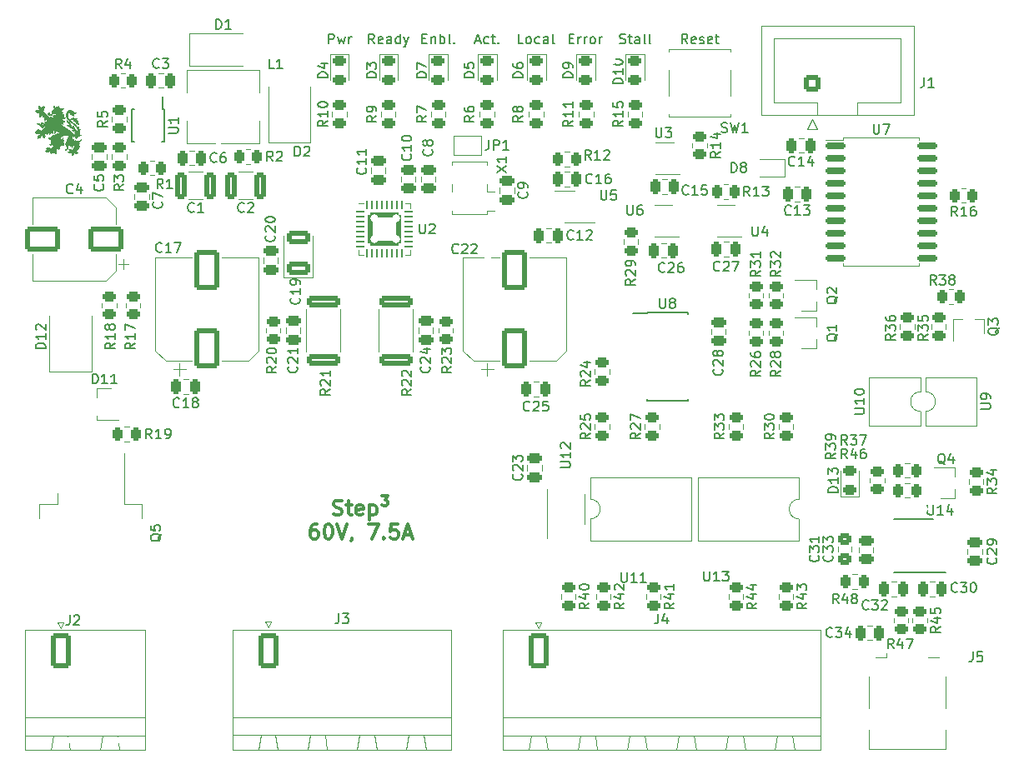
<source format=gbr>
%TF.GenerationSoftware,KiCad,Pcbnew,(6.0.4)*%
%TF.CreationDate,2022-07-31T14:49:55+02:00*%
%TF.ProjectId,HPDriver,48504472-6976-4657-922e-6b696361645f,1.0*%
%TF.SameCoordinates,Original*%
%TF.FileFunction,Legend,Top*%
%TF.FilePolarity,Positive*%
%FSLAX46Y46*%
G04 Gerber Fmt 4.6, Leading zero omitted, Abs format (unit mm)*
G04 Created by KiCad (PCBNEW (6.0.4)) date 2022-07-31 14:49:55*
%MOMM*%
%LPD*%
G01*
G04 APERTURE LIST*
G04 Aperture macros list*
%AMRoundRect*
0 Rectangle with rounded corners*
0 $1 Rounding radius*
0 $2 $3 $4 $5 $6 $7 $8 $9 X,Y pos of 4 corners*
0 Add a 4 corners polygon primitive as box body*
4,1,4,$2,$3,$4,$5,$6,$7,$8,$9,$2,$3,0*
0 Add four circle primitives for the rounded corners*
1,1,$1+$1,$2,$3*
1,1,$1+$1,$4,$5*
1,1,$1+$1,$6,$7*
1,1,$1+$1,$8,$9*
0 Add four rect primitives between the rounded corners*
20,1,$1+$1,$2,$3,$4,$5,0*
20,1,$1+$1,$4,$5,$6,$7,0*
20,1,$1+$1,$6,$7,$8,$9,0*
20,1,$1+$1,$8,$9,$2,$3,0*%
%AMFreePoly0*
4,1,6,1.000000,0.000000,0.500000,-0.750000,-0.500000,-0.750000,-0.500000,0.750000,0.500000,0.750000,1.000000,0.000000,1.000000,0.000000,$1*%
%AMFreePoly1*
4,1,6,0.500000,-0.750000,-0.650000,-0.750000,-0.150000,0.000000,-0.650000,0.750000,0.500000,0.750000,0.500000,-0.750000,0.500000,-0.750000,$1*%
G04 Aperture macros list end*
%ADD10C,0.150000*%
%ADD11C,0.300000*%
%ADD12C,0.120000*%
%ADD13C,0.010000*%
%ADD14RoundRect,0.250000X-0.325000X-1.100000X0.325000X-1.100000X0.325000X1.100000X-0.325000X1.100000X0*%
%ADD15RoundRect,0.250000X0.325000X1.100000X-0.325000X1.100000X-0.325000X-1.100000X0.325000X-1.100000X0*%
%ADD16RoundRect,0.250000X0.925000X-0.412500X0.925000X0.412500X-0.925000X0.412500X-0.925000X-0.412500X0*%
%ADD17RoundRect,0.250000X1.000000X-1.750000X1.000000X1.750000X-1.000000X1.750000X-1.000000X-1.750000X0*%
%ADD18RoundRect,0.250000X1.500000X1.000000X-1.500000X1.000000X-1.500000X-1.000000X1.500000X-1.000000X0*%
%ADD19RoundRect,0.249999X-0.450001X0.325001X-0.450001X-0.325001X0.450001X-0.325001X0.450001X0.325001X0*%
%ADD20RoundRect,0.250000X0.475000X-0.250000X0.475000X0.250000X-0.475000X0.250000X-0.475000X-0.250000X0*%
%ADD21RoundRect,0.250000X-0.475000X0.250000X-0.475000X-0.250000X0.475000X-0.250000X0.475000X0.250000X0*%
%ADD22RoundRect,0.250000X0.250000X0.475000X-0.250000X0.475000X-0.250000X-0.475000X0.250000X-0.475000X0*%
%ADD23RoundRect,0.250000X-0.250000X-0.475000X0.250000X-0.475000X0.250000X0.475000X-0.250000X0.475000X0*%
%ADD24R,2.500000X1.800000*%
%ADD25R,2.300000X2.500000*%
%ADD26RoundRect,0.243750X-0.456250X0.243750X-0.456250X-0.243750X0.456250X-0.243750X0.456250X0.243750X0*%
%ADD27R,0.900000X0.800000*%
%ADD28R,0.600000X0.450000*%
%ADD29RoundRect,0.250000X-0.750000X-1.550000X0.750000X-1.550000X0.750000X1.550000X-0.750000X1.550000X0*%
%ADD30O,2.000000X3.600000*%
%ADD31C,1.000000*%
%ADD32R,0.500000X2.000000*%
%ADD33R,2.000000X1.700000*%
%ADD34R,1.100000X4.600000*%
%ADD35R,10.800000X9.400000*%
%ADD36RoundRect,0.249900X1.425100X-0.362600X1.425100X0.362600X-1.425100X0.362600X-1.425100X-0.362600X0*%
%ADD37RoundRect,0.250000X-0.450000X0.262500X-0.450000X-0.262500X0.450000X-0.262500X0.450000X0.262500X0*%
%ADD38RoundRect,0.250000X-0.262500X-0.450000X0.262500X-0.450000X0.262500X0.450000X-0.262500X0.450000X0*%
%ADD39R,0.450000X1.450000*%
%ADD40RoundRect,0.062500X-0.375000X-0.062500X0.375000X-0.062500X0.375000X0.062500X-0.375000X0.062500X0*%
%ADD41RoundRect,0.062500X-0.062500X-0.375000X0.062500X-0.375000X0.062500X0.375000X-0.062500X0.375000X0*%
%ADD42RoundRect,0.250000X-1.475000X-1.475000X1.475000X-1.475000X1.475000X1.475000X-1.475000X1.475000X0*%
%ADD43R,1.200000X0.400000*%
%ADD44R,1.780000X2.000000*%
%ADD45R,0.800000X1.200000*%
%ADD46R,1.500000X0.600000*%
%ADD47R,1.450000X0.450000*%
%ADD48RoundRect,0.150000X-0.875000X-0.150000X0.875000X-0.150000X0.875000X0.150000X-0.875000X0.150000X0*%
%ADD49R,1.060000X0.650000*%
%ADD50R,0.800000X0.900000*%
%ADD51RoundRect,0.250000X0.450000X-0.262500X0.450000X0.262500X-0.450000X0.262500X-0.450000X-0.262500X0*%
%ADD52RoundRect,0.250000X0.262500X0.450000X-0.262500X0.450000X-0.262500X-0.450000X0.262500X-0.450000X0*%
%ADD53FreePoly0,0.000000*%
%ADD54FreePoly1,0.000000*%
%ADD55R,1.800000X1.540000*%
%ADD56R,1.500000X2.200000*%
%ADD57C,4.400000*%
%ADD58C,3.800000*%
%ADD59RoundRect,0.243750X0.456250X-0.243750X0.456250X0.243750X-0.456250X0.243750X-0.456250X-0.243750X0*%
%ADD60R,1.550000X1.300000*%
%ADD61RoundRect,0.250000X0.600000X-0.600000X0.600000X0.600000X-0.600000X0.600000X-0.600000X-0.600000X0*%
%ADD62C,1.700000*%
%ADD63RoundRect,0.250100X-0.449900X0.262400X-0.449900X-0.262400X0.449900X-0.262400X0.449900X0.262400X0*%
%ADD64C,0.800000*%
G04 APERTURE END LIST*
D10*
X125380952Y-68508571D02*
X125714285Y-68508571D01*
X125857142Y-69032380D02*
X125380952Y-69032380D01*
X125380952Y-68032380D01*
X125857142Y-68032380D01*
X126285714Y-68365714D02*
X126285714Y-69032380D01*
X126285714Y-68460952D02*
X126333333Y-68413333D01*
X126428571Y-68365714D01*
X126571428Y-68365714D01*
X126666666Y-68413333D01*
X126714285Y-68508571D01*
X126714285Y-69032380D01*
X127190476Y-69032380D02*
X127190476Y-68032380D01*
X127190476Y-68413333D02*
X127285714Y-68365714D01*
X127476190Y-68365714D01*
X127571428Y-68413333D01*
X127619047Y-68460952D01*
X127666666Y-68556190D01*
X127666666Y-68841904D01*
X127619047Y-68937142D01*
X127571428Y-68984761D01*
X127476190Y-69032380D01*
X127285714Y-69032380D01*
X127190476Y-68984761D01*
X128238095Y-69032380D02*
X128142857Y-68984761D01*
X128095238Y-68889523D01*
X128095238Y-68032380D01*
X128619047Y-68937142D02*
X128666666Y-68984761D01*
X128619047Y-69032380D01*
X128571428Y-68984761D01*
X128619047Y-68937142D01*
X128619047Y-69032380D01*
X130762523Y-68746666D02*
X131238714Y-68746666D01*
X130667285Y-69032380D02*
X131000619Y-68032380D01*
X131333952Y-69032380D01*
X132095857Y-68984761D02*
X132000619Y-69032380D01*
X131810142Y-69032380D01*
X131714904Y-68984761D01*
X131667285Y-68937142D01*
X131619666Y-68841904D01*
X131619666Y-68556190D01*
X131667285Y-68460952D01*
X131714904Y-68413333D01*
X131810142Y-68365714D01*
X132000619Y-68365714D01*
X132095857Y-68413333D01*
X132381571Y-68365714D02*
X132762523Y-68365714D01*
X132524428Y-68032380D02*
X132524428Y-68889523D01*
X132572047Y-68984761D01*
X132667285Y-69032380D01*
X132762523Y-69032380D01*
X133095857Y-68937142D02*
X133143476Y-68984761D01*
X133095857Y-69032380D01*
X133048238Y-68984761D01*
X133095857Y-68937142D01*
X133095857Y-69032380D01*
X140310761Y-68508571D02*
X140644095Y-68508571D01*
X140786952Y-69032380D02*
X140310761Y-69032380D01*
X140310761Y-68032380D01*
X140786952Y-68032380D01*
X141215523Y-69032380D02*
X141215523Y-68365714D01*
X141215523Y-68556190D02*
X141263142Y-68460952D01*
X141310761Y-68413333D01*
X141406000Y-68365714D01*
X141501238Y-68365714D01*
X141834571Y-69032380D02*
X141834571Y-68365714D01*
X141834571Y-68556190D02*
X141882190Y-68460952D01*
X141929809Y-68413333D01*
X142025047Y-68365714D01*
X142120285Y-68365714D01*
X142596476Y-69032380D02*
X142501238Y-68984761D01*
X142453619Y-68937142D01*
X142406000Y-68841904D01*
X142406000Y-68556190D01*
X142453619Y-68460952D01*
X142501238Y-68413333D01*
X142596476Y-68365714D01*
X142739333Y-68365714D01*
X142834571Y-68413333D01*
X142882190Y-68460952D01*
X142929809Y-68556190D01*
X142929809Y-68841904D01*
X142882190Y-68937142D01*
X142834571Y-68984761D01*
X142739333Y-69032380D01*
X142596476Y-69032380D01*
X143358380Y-69032380D02*
X143358380Y-68365714D01*
X143358380Y-68556190D02*
X143406000Y-68460952D01*
X143453619Y-68413333D01*
X143548857Y-68365714D01*
X143644095Y-68365714D01*
X145438380Y-68984761D02*
X145581238Y-69032380D01*
X145819333Y-69032380D01*
X145914571Y-68984761D01*
X145962190Y-68937142D01*
X146009809Y-68841904D01*
X146009809Y-68746666D01*
X145962190Y-68651428D01*
X145914571Y-68603809D01*
X145819333Y-68556190D01*
X145628857Y-68508571D01*
X145533619Y-68460952D01*
X145486000Y-68413333D01*
X145438380Y-68318095D01*
X145438380Y-68222857D01*
X145486000Y-68127619D01*
X145533619Y-68080000D01*
X145628857Y-68032380D01*
X145866952Y-68032380D01*
X146009809Y-68080000D01*
X146295523Y-68365714D02*
X146676476Y-68365714D01*
X146438380Y-68032380D02*
X146438380Y-68889523D01*
X146486000Y-68984761D01*
X146581238Y-69032380D01*
X146676476Y-69032380D01*
X147438380Y-69032380D02*
X147438380Y-68508571D01*
X147390761Y-68413333D01*
X147295523Y-68365714D01*
X147105047Y-68365714D01*
X147009809Y-68413333D01*
X147438380Y-68984761D02*
X147343142Y-69032380D01*
X147105047Y-69032380D01*
X147009809Y-68984761D01*
X146962190Y-68889523D01*
X146962190Y-68794285D01*
X147009809Y-68699047D01*
X147105047Y-68651428D01*
X147343142Y-68651428D01*
X147438380Y-68603809D01*
X148057428Y-69032380D02*
X147962190Y-68984761D01*
X147914571Y-68889523D01*
X147914571Y-68032380D01*
X148581238Y-69032380D02*
X148486000Y-68984761D01*
X148438380Y-68889523D01*
X148438380Y-68032380D01*
X115871761Y-69032380D02*
X115871761Y-68032380D01*
X116252714Y-68032380D01*
X116347952Y-68080000D01*
X116395571Y-68127619D01*
X116443190Y-68222857D01*
X116443190Y-68365714D01*
X116395571Y-68460952D01*
X116347952Y-68508571D01*
X116252714Y-68556190D01*
X115871761Y-68556190D01*
X116776523Y-68365714D02*
X116967000Y-69032380D01*
X117157476Y-68556190D01*
X117347952Y-69032380D01*
X117538428Y-68365714D01*
X117919380Y-69032380D02*
X117919380Y-68365714D01*
X117919380Y-68556190D02*
X117967000Y-68460952D01*
X118014619Y-68413333D01*
X118109857Y-68365714D01*
X118205095Y-68365714D01*
D11*
X116376000Y-116874642D02*
X116590285Y-116946071D01*
X116947428Y-116946071D01*
X117090285Y-116874642D01*
X117161714Y-116803214D01*
X117233142Y-116660357D01*
X117233142Y-116517500D01*
X117161714Y-116374642D01*
X117090285Y-116303214D01*
X116947428Y-116231785D01*
X116661714Y-116160357D01*
X116518857Y-116088928D01*
X116447428Y-116017500D01*
X116376000Y-115874642D01*
X116376000Y-115731785D01*
X116447428Y-115588928D01*
X116518857Y-115517500D01*
X116661714Y-115446071D01*
X117018857Y-115446071D01*
X117233142Y-115517500D01*
X117661714Y-115946071D02*
X118233142Y-115946071D01*
X117876000Y-115446071D02*
X117876000Y-116731785D01*
X117947428Y-116874642D01*
X118090285Y-116946071D01*
X118233142Y-116946071D01*
X119304571Y-116874642D02*
X119161714Y-116946071D01*
X118876000Y-116946071D01*
X118733142Y-116874642D01*
X118661714Y-116731785D01*
X118661714Y-116160357D01*
X118733142Y-116017500D01*
X118876000Y-115946071D01*
X119161714Y-115946071D01*
X119304571Y-116017500D01*
X119376000Y-116160357D01*
X119376000Y-116303214D01*
X118661714Y-116446071D01*
X120018857Y-115946071D02*
X120018857Y-117446071D01*
X120018857Y-116017500D02*
X120161714Y-115946071D01*
X120447428Y-115946071D01*
X120590285Y-116017500D01*
X120661714Y-116088928D01*
X120733142Y-116231785D01*
X120733142Y-116660357D01*
X120661714Y-116803214D01*
X120590285Y-116874642D01*
X120447428Y-116946071D01*
X120161714Y-116946071D01*
X120018857Y-116874642D01*
X121304571Y-115017500D02*
X121876000Y-115017500D01*
X121590285Y-115374642D01*
X121661714Y-115374642D01*
X121804571Y-115446071D01*
X121876000Y-115588928D01*
X121876000Y-115803214D01*
X121804571Y-115946071D01*
X121661714Y-116017500D01*
X121447428Y-116017500D01*
X121304571Y-115946071D01*
X114697428Y-117861071D02*
X114411714Y-117861071D01*
X114268857Y-117932500D01*
X114197428Y-118003928D01*
X114054571Y-118218214D01*
X113983142Y-118503928D01*
X113983142Y-119075357D01*
X114054571Y-119218214D01*
X114126000Y-119289642D01*
X114268857Y-119361071D01*
X114554571Y-119361071D01*
X114697428Y-119289642D01*
X114768857Y-119218214D01*
X114840285Y-119075357D01*
X114840285Y-118718214D01*
X114768857Y-118575357D01*
X114697428Y-118503928D01*
X114554571Y-118432500D01*
X114268857Y-118432500D01*
X114126000Y-118503928D01*
X114054571Y-118575357D01*
X113983142Y-118718214D01*
X115768857Y-117861071D02*
X115911714Y-117861071D01*
X116054571Y-117932500D01*
X116126000Y-118003928D01*
X116197428Y-118146785D01*
X116268857Y-118432500D01*
X116268857Y-118789642D01*
X116197428Y-119075357D01*
X116126000Y-119218214D01*
X116054571Y-119289642D01*
X115911714Y-119361071D01*
X115768857Y-119361071D01*
X115626000Y-119289642D01*
X115554571Y-119218214D01*
X115483142Y-119075357D01*
X115411714Y-118789642D01*
X115411714Y-118432500D01*
X115483142Y-118146785D01*
X115554571Y-118003928D01*
X115626000Y-117932500D01*
X115768857Y-117861071D01*
X116697428Y-117861071D02*
X117197428Y-119361071D01*
X117697428Y-117861071D01*
X118268857Y-119289642D02*
X118268857Y-119361071D01*
X118197428Y-119503928D01*
X118126000Y-119575357D01*
X119911714Y-117861071D02*
X120911714Y-117861071D01*
X120268857Y-119361071D01*
X121483142Y-119218214D02*
X121554571Y-119289642D01*
X121483142Y-119361071D01*
X121411714Y-119289642D01*
X121483142Y-119218214D01*
X121483142Y-119361071D01*
X122911714Y-117861071D02*
X122197428Y-117861071D01*
X122126000Y-118575357D01*
X122197428Y-118503928D01*
X122340285Y-118432500D01*
X122697428Y-118432500D01*
X122840285Y-118503928D01*
X122911714Y-118575357D01*
X122983142Y-118718214D01*
X122983142Y-119075357D01*
X122911714Y-119218214D01*
X122840285Y-119289642D01*
X122697428Y-119361071D01*
X122340285Y-119361071D01*
X122197428Y-119289642D01*
X122126000Y-119218214D01*
X123554571Y-118932500D02*
X124268857Y-118932500D01*
X123411714Y-119361071D02*
X123911714Y-117861071D01*
X124411714Y-119361071D01*
D10*
X135620285Y-69032380D02*
X135144095Y-69032380D01*
X135144095Y-68032380D01*
X136096476Y-69032380D02*
X136001238Y-68984761D01*
X135953619Y-68937142D01*
X135906000Y-68841904D01*
X135906000Y-68556190D01*
X135953619Y-68460952D01*
X136001238Y-68413333D01*
X136096476Y-68365714D01*
X136239333Y-68365714D01*
X136334571Y-68413333D01*
X136382190Y-68460952D01*
X136429809Y-68556190D01*
X136429809Y-68841904D01*
X136382190Y-68937142D01*
X136334571Y-68984761D01*
X136239333Y-69032380D01*
X136096476Y-69032380D01*
X137286952Y-68984761D02*
X137191714Y-69032380D01*
X137001238Y-69032380D01*
X136906000Y-68984761D01*
X136858380Y-68937142D01*
X136810761Y-68841904D01*
X136810761Y-68556190D01*
X136858380Y-68460952D01*
X136906000Y-68413333D01*
X137001238Y-68365714D01*
X137191714Y-68365714D01*
X137286952Y-68413333D01*
X138144095Y-69032380D02*
X138144095Y-68508571D01*
X138096476Y-68413333D01*
X138001238Y-68365714D01*
X137810761Y-68365714D01*
X137715523Y-68413333D01*
X138144095Y-68984761D02*
X138048857Y-69032380D01*
X137810761Y-69032380D01*
X137715523Y-68984761D01*
X137667904Y-68889523D01*
X137667904Y-68794285D01*
X137715523Y-68699047D01*
X137810761Y-68651428D01*
X138048857Y-68651428D01*
X138144095Y-68603809D01*
X138763142Y-69032380D02*
X138667904Y-68984761D01*
X138620285Y-68889523D01*
X138620285Y-68032380D01*
X120515238Y-69032380D02*
X120181904Y-68556190D01*
X119943809Y-69032380D02*
X119943809Y-68032380D01*
X120324761Y-68032380D01*
X120420000Y-68080000D01*
X120467619Y-68127619D01*
X120515238Y-68222857D01*
X120515238Y-68365714D01*
X120467619Y-68460952D01*
X120420000Y-68508571D01*
X120324761Y-68556190D01*
X119943809Y-68556190D01*
X121324761Y-68984761D02*
X121229523Y-69032380D01*
X121039047Y-69032380D01*
X120943809Y-68984761D01*
X120896190Y-68889523D01*
X120896190Y-68508571D01*
X120943809Y-68413333D01*
X121039047Y-68365714D01*
X121229523Y-68365714D01*
X121324761Y-68413333D01*
X121372380Y-68508571D01*
X121372380Y-68603809D01*
X120896190Y-68699047D01*
X122229523Y-69032380D02*
X122229523Y-68508571D01*
X122181904Y-68413333D01*
X122086666Y-68365714D01*
X121896190Y-68365714D01*
X121800952Y-68413333D01*
X122229523Y-68984761D02*
X122134285Y-69032380D01*
X121896190Y-69032380D01*
X121800952Y-68984761D01*
X121753333Y-68889523D01*
X121753333Y-68794285D01*
X121800952Y-68699047D01*
X121896190Y-68651428D01*
X122134285Y-68651428D01*
X122229523Y-68603809D01*
X123134285Y-69032380D02*
X123134285Y-68032380D01*
X123134285Y-68984761D02*
X123039047Y-69032380D01*
X122848571Y-69032380D01*
X122753333Y-68984761D01*
X122705714Y-68937142D01*
X122658095Y-68841904D01*
X122658095Y-68556190D01*
X122705714Y-68460952D01*
X122753333Y-68413333D01*
X122848571Y-68365714D01*
X123039047Y-68365714D01*
X123134285Y-68413333D01*
X123515238Y-68365714D02*
X123753333Y-69032380D01*
X123991428Y-68365714D02*
X123753333Y-69032380D01*
X123658095Y-69270476D01*
X123610476Y-69318095D01*
X123515238Y-69365714D01*
X152304904Y-69032380D02*
X151971571Y-68556190D01*
X151733476Y-69032380D02*
X151733476Y-68032380D01*
X152114428Y-68032380D01*
X152209666Y-68080000D01*
X152257285Y-68127619D01*
X152304904Y-68222857D01*
X152304904Y-68365714D01*
X152257285Y-68460952D01*
X152209666Y-68508571D01*
X152114428Y-68556190D01*
X151733476Y-68556190D01*
X153114428Y-68984761D02*
X153019190Y-69032380D01*
X152828714Y-69032380D01*
X152733476Y-68984761D01*
X152685857Y-68889523D01*
X152685857Y-68508571D01*
X152733476Y-68413333D01*
X152828714Y-68365714D01*
X153019190Y-68365714D01*
X153114428Y-68413333D01*
X153162047Y-68508571D01*
X153162047Y-68603809D01*
X152685857Y-68699047D01*
X153543000Y-68984761D02*
X153638238Y-69032380D01*
X153828714Y-69032380D01*
X153923952Y-68984761D01*
X153971571Y-68889523D01*
X153971571Y-68841904D01*
X153923952Y-68746666D01*
X153828714Y-68699047D01*
X153685857Y-68699047D01*
X153590619Y-68651428D01*
X153543000Y-68556190D01*
X153543000Y-68508571D01*
X153590619Y-68413333D01*
X153685857Y-68365714D01*
X153828714Y-68365714D01*
X153923952Y-68413333D01*
X154781095Y-68984761D02*
X154685857Y-69032380D01*
X154495380Y-69032380D01*
X154400142Y-68984761D01*
X154352523Y-68889523D01*
X154352523Y-68508571D01*
X154400142Y-68413333D01*
X154495380Y-68365714D01*
X154685857Y-68365714D01*
X154781095Y-68413333D01*
X154828714Y-68508571D01*
X154828714Y-68603809D01*
X154352523Y-68699047D01*
X155114428Y-68365714D02*
X155495380Y-68365714D01*
X155257285Y-68032380D02*
X155257285Y-68889523D01*
X155304904Y-68984761D01*
X155400142Y-69032380D01*
X155495380Y-69032380D01*
X102195333Y-86082142D02*
X102147714Y-86129761D01*
X102004857Y-86177380D01*
X101909619Y-86177380D01*
X101766761Y-86129761D01*
X101671523Y-86034523D01*
X101623904Y-85939285D01*
X101576285Y-85748809D01*
X101576285Y-85605952D01*
X101623904Y-85415476D01*
X101671523Y-85320238D01*
X101766761Y-85225000D01*
X101909619Y-85177380D01*
X102004857Y-85177380D01*
X102147714Y-85225000D01*
X102195333Y-85272619D01*
X103147714Y-86177380D02*
X102576285Y-86177380D01*
X102862000Y-86177380D02*
X102862000Y-85177380D01*
X102766761Y-85320238D01*
X102671523Y-85415476D01*
X102576285Y-85463095D01*
X107275333Y-86096142D02*
X107227714Y-86143761D01*
X107084857Y-86191380D01*
X106989619Y-86191380D01*
X106846761Y-86143761D01*
X106751523Y-86048523D01*
X106703904Y-85953285D01*
X106656285Y-85762809D01*
X106656285Y-85619952D01*
X106703904Y-85429476D01*
X106751523Y-85334238D01*
X106846761Y-85239000D01*
X106989619Y-85191380D01*
X107084857Y-85191380D01*
X107227714Y-85239000D01*
X107275333Y-85286619D01*
X107656285Y-85286619D02*
X107703904Y-85239000D01*
X107799142Y-85191380D01*
X108037238Y-85191380D01*
X108132476Y-85239000D01*
X108180095Y-85286619D01*
X108227714Y-85381857D01*
X108227714Y-85477095D01*
X108180095Y-85619952D01*
X107608666Y-86191380D01*
X108227714Y-86191380D01*
X112879142Y-94876857D02*
X112926761Y-94924476D01*
X112974380Y-95067333D01*
X112974380Y-95162571D01*
X112926761Y-95305428D01*
X112831523Y-95400666D01*
X112736285Y-95448285D01*
X112545809Y-95495904D01*
X112402952Y-95495904D01*
X112212476Y-95448285D01*
X112117238Y-95400666D01*
X112022000Y-95305428D01*
X111974380Y-95162571D01*
X111974380Y-95067333D01*
X112022000Y-94924476D01*
X112069619Y-94876857D01*
X112974380Y-93924476D02*
X112974380Y-94495904D01*
X112974380Y-94210190D02*
X111974380Y-94210190D01*
X112117238Y-94305428D01*
X112212476Y-94400666D01*
X112260095Y-94495904D01*
X112974380Y-93448285D02*
X112974380Y-93257809D01*
X112926761Y-93162571D01*
X112879142Y-93114952D01*
X112736285Y-93019714D01*
X112545809Y-92972095D01*
X112164857Y-92972095D01*
X112069619Y-93019714D01*
X112022000Y-93067333D01*
X111974380Y-93162571D01*
X111974380Y-93353047D01*
X112022000Y-93448285D01*
X112069619Y-93495904D01*
X112164857Y-93543523D01*
X112402952Y-93543523D01*
X112498190Y-93495904D01*
X112545809Y-93448285D01*
X112593428Y-93353047D01*
X112593428Y-93162571D01*
X112545809Y-93067333D01*
X112498190Y-93019714D01*
X112402952Y-92972095D01*
X98925142Y-90146142D02*
X98877523Y-90193761D01*
X98734666Y-90241380D01*
X98639428Y-90241380D01*
X98496571Y-90193761D01*
X98401333Y-90098523D01*
X98353714Y-90003285D01*
X98306095Y-89812809D01*
X98306095Y-89669952D01*
X98353714Y-89479476D01*
X98401333Y-89384238D01*
X98496571Y-89289000D01*
X98639428Y-89241380D01*
X98734666Y-89241380D01*
X98877523Y-89289000D01*
X98925142Y-89336619D01*
X99877523Y-90241380D02*
X99306095Y-90241380D01*
X99591809Y-90241380D02*
X99591809Y-89241380D01*
X99496571Y-89384238D01*
X99401333Y-89479476D01*
X99306095Y-89527095D01*
X100210857Y-89241380D02*
X100877523Y-89241380D01*
X100448952Y-90241380D01*
X129024142Y-90273142D02*
X128976523Y-90320761D01*
X128833666Y-90368380D01*
X128738428Y-90368380D01*
X128595571Y-90320761D01*
X128500333Y-90225523D01*
X128452714Y-90130285D01*
X128405095Y-89939809D01*
X128405095Y-89796952D01*
X128452714Y-89606476D01*
X128500333Y-89511238D01*
X128595571Y-89416000D01*
X128738428Y-89368380D01*
X128833666Y-89368380D01*
X128976523Y-89416000D01*
X129024142Y-89463619D01*
X129405095Y-89463619D02*
X129452714Y-89416000D01*
X129547952Y-89368380D01*
X129786047Y-89368380D01*
X129881285Y-89416000D01*
X129928904Y-89463619D01*
X129976523Y-89558857D01*
X129976523Y-89654095D01*
X129928904Y-89796952D01*
X129357476Y-90368380D01*
X129976523Y-90368380D01*
X130357476Y-89463619D02*
X130405095Y-89416000D01*
X130500333Y-89368380D01*
X130738428Y-89368380D01*
X130833666Y-89416000D01*
X130881285Y-89463619D01*
X130928904Y-89558857D01*
X130928904Y-89654095D01*
X130881285Y-89796952D01*
X130309857Y-90368380D01*
X130928904Y-90368380D01*
X89876333Y-84177142D02*
X89828714Y-84224761D01*
X89685857Y-84272380D01*
X89590619Y-84272380D01*
X89447761Y-84224761D01*
X89352523Y-84129523D01*
X89304904Y-84034285D01*
X89257285Y-83843809D01*
X89257285Y-83700952D01*
X89304904Y-83510476D01*
X89352523Y-83415238D01*
X89447761Y-83320000D01*
X89590619Y-83272380D01*
X89685857Y-83272380D01*
X89828714Y-83320000D01*
X89876333Y-83367619D01*
X90733476Y-83605714D02*
X90733476Y-84272380D01*
X90495380Y-83224761D02*
X90257285Y-83939047D01*
X90876333Y-83939047D01*
X165584142Y-121038857D02*
X165631761Y-121086476D01*
X165679380Y-121229333D01*
X165679380Y-121324571D01*
X165631761Y-121467428D01*
X165536523Y-121562666D01*
X165441285Y-121610285D01*
X165250809Y-121657904D01*
X165107952Y-121657904D01*
X164917476Y-121610285D01*
X164822238Y-121562666D01*
X164727000Y-121467428D01*
X164679380Y-121324571D01*
X164679380Y-121229333D01*
X164727000Y-121086476D01*
X164774619Y-121038857D01*
X164679380Y-120705523D02*
X164679380Y-120086476D01*
X165060333Y-120419809D01*
X165060333Y-120276952D01*
X165107952Y-120181714D01*
X165155571Y-120134095D01*
X165250809Y-120086476D01*
X165488904Y-120086476D01*
X165584142Y-120134095D01*
X165631761Y-120181714D01*
X165679380Y-120276952D01*
X165679380Y-120562666D01*
X165631761Y-120657904D01*
X165584142Y-120705523D01*
X165679380Y-119134095D02*
X165679380Y-119705523D01*
X165679380Y-119419809D02*
X164679380Y-119419809D01*
X164822238Y-119515047D01*
X164917476Y-119610285D01*
X164965095Y-119705523D01*
X183618142Y-121292857D02*
X183665761Y-121340476D01*
X183713380Y-121483333D01*
X183713380Y-121578571D01*
X183665761Y-121721428D01*
X183570523Y-121816666D01*
X183475285Y-121864285D01*
X183284809Y-121911904D01*
X183141952Y-121911904D01*
X182951476Y-121864285D01*
X182856238Y-121816666D01*
X182761000Y-121721428D01*
X182713380Y-121578571D01*
X182713380Y-121483333D01*
X182761000Y-121340476D01*
X182808619Y-121292857D01*
X182808619Y-120911904D02*
X182761000Y-120864285D01*
X182713380Y-120769047D01*
X182713380Y-120530952D01*
X182761000Y-120435714D01*
X182808619Y-120388095D01*
X182903857Y-120340476D01*
X182999095Y-120340476D01*
X183141952Y-120388095D01*
X183713380Y-120959523D01*
X183713380Y-120340476D01*
X183713380Y-119864285D02*
X183713380Y-119673809D01*
X183665761Y-119578571D01*
X183618142Y-119530952D01*
X183475285Y-119435714D01*
X183284809Y-119388095D01*
X182903857Y-119388095D01*
X182808619Y-119435714D01*
X182761000Y-119483333D01*
X182713380Y-119578571D01*
X182713380Y-119769047D01*
X182761000Y-119864285D01*
X182808619Y-119911904D01*
X182903857Y-119959523D01*
X183141952Y-119959523D01*
X183237190Y-119911904D01*
X183284809Y-119864285D01*
X183332428Y-119769047D01*
X183332428Y-119578571D01*
X183284809Y-119483333D01*
X183237190Y-119435714D01*
X183141952Y-119388095D01*
X155805142Y-102115857D02*
X155852761Y-102163476D01*
X155900380Y-102306333D01*
X155900380Y-102401571D01*
X155852761Y-102544428D01*
X155757523Y-102639666D01*
X155662285Y-102687285D01*
X155471809Y-102734904D01*
X155328952Y-102734904D01*
X155138476Y-102687285D01*
X155043238Y-102639666D01*
X154948000Y-102544428D01*
X154900380Y-102401571D01*
X154900380Y-102306333D01*
X154948000Y-102163476D01*
X154995619Y-102115857D01*
X154995619Y-101734904D02*
X154948000Y-101687285D01*
X154900380Y-101592047D01*
X154900380Y-101353952D01*
X154948000Y-101258714D01*
X154995619Y-101211095D01*
X155090857Y-101163476D01*
X155186095Y-101163476D01*
X155328952Y-101211095D01*
X155900380Y-101782523D01*
X155900380Y-101163476D01*
X155328952Y-100592047D02*
X155281333Y-100687285D01*
X155233714Y-100734904D01*
X155138476Y-100782523D01*
X155090857Y-100782523D01*
X154995619Y-100734904D01*
X154948000Y-100687285D01*
X154900380Y-100592047D01*
X154900380Y-100401571D01*
X154948000Y-100306333D01*
X154995619Y-100258714D01*
X155090857Y-100211095D01*
X155138476Y-100211095D01*
X155233714Y-100258714D01*
X155281333Y-100306333D01*
X155328952Y-100401571D01*
X155328952Y-100592047D01*
X155376571Y-100687285D01*
X155424190Y-100734904D01*
X155519428Y-100782523D01*
X155709904Y-100782523D01*
X155805142Y-100734904D01*
X155852761Y-100687285D01*
X155900380Y-100592047D01*
X155900380Y-100401571D01*
X155852761Y-100306333D01*
X155805142Y-100258714D01*
X155709904Y-100211095D01*
X155519428Y-100211095D01*
X155424190Y-100258714D01*
X155376571Y-100306333D01*
X155328952Y-100401571D01*
X162806142Y-86365142D02*
X162758523Y-86412761D01*
X162615666Y-86460380D01*
X162520428Y-86460380D01*
X162377571Y-86412761D01*
X162282333Y-86317523D01*
X162234714Y-86222285D01*
X162187095Y-86031809D01*
X162187095Y-85888952D01*
X162234714Y-85698476D01*
X162282333Y-85603238D01*
X162377571Y-85508000D01*
X162520428Y-85460380D01*
X162615666Y-85460380D01*
X162758523Y-85508000D01*
X162806142Y-85555619D01*
X163758523Y-86460380D02*
X163187095Y-86460380D01*
X163472809Y-86460380D02*
X163472809Y-85460380D01*
X163377571Y-85603238D01*
X163282333Y-85698476D01*
X163187095Y-85746095D01*
X164091857Y-85460380D02*
X164710904Y-85460380D01*
X164377571Y-85841333D01*
X164520428Y-85841333D01*
X164615666Y-85888952D01*
X164663285Y-85936571D01*
X164710904Y-86031809D01*
X164710904Y-86269904D01*
X164663285Y-86365142D01*
X164615666Y-86412761D01*
X164520428Y-86460380D01*
X164234714Y-86460380D01*
X164139476Y-86412761D01*
X164091857Y-86365142D01*
X155567142Y-92051142D02*
X155519523Y-92098761D01*
X155376666Y-92146380D01*
X155281428Y-92146380D01*
X155138571Y-92098761D01*
X155043333Y-92003523D01*
X154995714Y-91908285D01*
X154948095Y-91717809D01*
X154948095Y-91574952D01*
X154995714Y-91384476D01*
X155043333Y-91289238D01*
X155138571Y-91194000D01*
X155281428Y-91146380D01*
X155376666Y-91146380D01*
X155519523Y-91194000D01*
X155567142Y-91241619D01*
X155948095Y-91241619D02*
X155995714Y-91194000D01*
X156090952Y-91146380D01*
X156329047Y-91146380D01*
X156424285Y-91194000D01*
X156471904Y-91241619D01*
X156519523Y-91336857D01*
X156519523Y-91432095D01*
X156471904Y-91574952D01*
X155900476Y-92146380D01*
X156519523Y-92146380D01*
X156852857Y-91146380D02*
X157519523Y-91146380D01*
X157090952Y-92146380D01*
X104417904Y-67548380D02*
X104417904Y-66548380D01*
X104656000Y-66548380D01*
X104798857Y-66596000D01*
X104894095Y-66691238D01*
X104941714Y-66786476D01*
X104989333Y-66976952D01*
X104989333Y-67119809D01*
X104941714Y-67310285D01*
X104894095Y-67405523D01*
X104798857Y-67500761D01*
X104656000Y-67548380D01*
X104417904Y-67548380D01*
X105941714Y-67548380D02*
X105370285Y-67548380D01*
X105656000Y-67548380D02*
X105656000Y-66548380D01*
X105560761Y-66691238D01*
X105465523Y-66786476D01*
X105370285Y-66834095D01*
X112418904Y-80462380D02*
X112418904Y-79462380D01*
X112657000Y-79462380D01*
X112799857Y-79510000D01*
X112895095Y-79605238D01*
X112942714Y-79700476D01*
X112990333Y-79890952D01*
X112990333Y-80033809D01*
X112942714Y-80224285D01*
X112895095Y-80319523D01*
X112799857Y-80414761D01*
X112657000Y-80462380D01*
X112418904Y-80462380D01*
X113371285Y-79557619D02*
X113418904Y-79510000D01*
X113514142Y-79462380D01*
X113752238Y-79462380D01*
X113847476Y-79510000D01*
X113895095Y-79557619D01*
X113942714Y-79652857D01*
X113942714Y-79748095D01*
X113895095Y-79890952D01*
X113323666Y-80462380D01*
X113942714Y-80462380D01*
X115768380Y-72493095D02*
X114768380Y-72493095D01*
X114768380Y-72255000D01*
X114816000Y-72112142D01*
X114911238Y-72016904D01*
X115006476Y-71969285D01*
X115196952Y-71921666D01*
X115339809Y-71921666D01*
X115530285Y-71969285D01*
X115625523Y-72016904D01*
X115720761Y-72112142D01*
X115768380Y-72255000D01*
X115768380Y-72493095D01*
X115101714Y-71064523D02*
X115768380Y-71064523D01*
X114720761Y-71302619D02*
X115435047Y-71540714D01*
X115435047Y-70921666D01*
X91876714Y-103576380D02*
X91876714Y-102576380D01*
X92114809Y-102576380D01*
X92257666Y-102624000D01*
X92352904Y-102719238D01*
X92400523Y-102814476D01*
X92448142Y-103004952D01*
X92448142Y-103147809D01*
X92400523Y-103338285D01*
X92352904Y-103433523D01*
X92257666Y-103528761D01*
X92114809Y-103576380D01*
X91876714Y-103576380D01*
X93400523Y-103576380D02*
X92829095Y-103576380D01*
X93114809Y-103576380D02*
X93114809Y-102576380D01*
X93019571Y-102719238D01*
X92924333Y-102814476D01*
X92829095Y-102862095D01*
X94352904Y-103576380D02*
X93781476Y-103576380D01*
X94067190Y-103576380D02*
X94067190Y-102576380D01*
X93971952Y-102719238D01*
X93876714Y-102814476D01*
X93781476Y-102862095D01*
X87114380Y-100020285D02*
X86114380Y-100020285D01*
X86114380Y-99782190D01*
X86162000Y-99639333D01*
X86257238Y-99544095D01*
X86352476Y-99496476D01*
X86542952Y-99448857D01*
X86685809Y-99448857D01*
X86876285Y-99496476D01*
X86971523Y-99544095D01*
X87066761Y-99639333D01*
X87114380Y-99782190D01*
X87114380Y-100020285D01*
X87114380Y-98496476D02*
X87114380Y-99067904D01*
X87114380Y-98782190D02*
X86114380Y-98782190D01*
X86257238Y-98877428D01*
X86352476Y-98972666D01*
X86400095Y-99067904D01*
X86209619Y-98115523D02*
X86162000Y-98067904D01*
X86114380Y-97972666D01*
X86114380Y-97734571D01*
X86162000Y-97639333D01*
X86209619Y-97591714D01*
X86304857Y-97544095D01*
X86400095Y-97544095D01*
X86542952Y-97591714D01*
X87114380Y-98163142D01*
X87114380Y-97544095D01*
X130627380Y-72493095D02*
X129627380Y-72493095D01*
X129627380Y-72255000D01*
X129675000Y-72112142D01*
X129770238Y-72016904D01*
X129865476Y-71969285D01*
X130055952Y-71921666D01*
X130198809Y-71921666D01*
X130389285Y-71969285D01*
X130484523Y-72016904D01*
X130579761Y-72112142D01*
X130627380Y-72255000D01*
X130627380Y-72493095D01*
X129627380Y-71016904D02*
X129627380Y-71493095D01*
X130103571Y-71540714D01*
X130055952Y-71493095D01*
X130008333Y-71397857D01*
X130008333Y-71159761D01*
X130055952Y-71064523D01*
X130103571Y-71016904D01*
X130198809Y-70969285D01*
X130436904Y-70969285D01*
X130532142Y-71016904D01*
X130579761Y-71064523D01*
X130627380Y-71159761D01*
X130627380Y-71397857D01*
X130579761Y-71493095D01*
X130532142Y-71540714D01*
X140660380Y-72493095D02*
X139660380Y-72493095D01*
X139660380Y-72255000D01*
X139708000Y-72112142D01*
X139803238Y-72016904D01*
X139898476Y-71969285D01*
X140088952Y-71921666D01*
X140231809Y-71921666D01*
X140422285Y-71969285D01*
X140517523Y-72016904D01*
X140612761Y-72112142D01*
X140660380Y-72255000D01*
X140660380Y-72493095D01*
X140660380Y-71445476D02*
X140660380Y-71255000D01*
X140612761Y-71159761D01*
X140565142Y-71112142D01*
X140422285Y-71016904D01*
X140231809Y-70969285D01*
X139850857Y-70969285D01*
X139755619Y-71016904D01*
X139708000Y-71064523D01*
X139660380Y-71159761D01*
X139660380Y-71350238D01*
X139708000Y-71445476D01*
X139755619Y-71493095D01*
X139850857Y-71540714D01*
X140088952Y-71540714D01*
X140184190Y-71493095D01*
X140231809Y-71445476D01*
X140279428Y-71350238D01*
X140279428Y-71159761D01*
X140231809Y-71064523D01*
X140184190Y-71016904D01*
X140088952Y-70969285D01*
X156741904Y-82113380D02*
X156741904Y-81113380D01*
X156980000Y-81113380D01*
X157122857Y-81161000D01*
X157218095Y-81256238D01*
X157265714Y-81351476D01*
X157313333Y-81541952D01*
X157313333Y-81684809D01*
X157265714Y-81875285D01*
X157218095Y-81970523D01*
X157122857Y-82065761D01*
X156980000Y-82113380D01*
X156741904Y-82113380D01*
X157884761Y-81541952D02*
X157789523Y-81494333D01*
X157741904Y-81446714D01*
X157694285Y-81351476D01*
X157694285Y-81303857D01*
X157741904Y-81208619D01*
X157789523Y-81161000D01*
X157884761Y-81113380D01*
X158075238Y-81113380D01*
X158170476Y-81161000D01*
X158218095Y-81208619D01*
X158265714Y-81303857D01*
X158265714Y-81351476D01*
X158218095Y-81446714D01*
X158170476Y-81494333D01*
X158075238Y-81541952D01*
X157884761Y-81541952D01*
X157789523Y-81589571D01*
X157741904Y-81637190D01*
X157694285Y-81732428D01*
X157694285Y-81922904D01*
X157741904Y-82018142D01*
X157789523Y-82065761D01*
X157884761Y-82113380D01*
X158075238Y-82113380D01*
X158170476Y-82065761D01*
X158218095Y-82018142D01*
X158265714Y-81922904D01*
X158265714Y-81732428D01*
X158218095Y-81637190D01*
X158170476Y-81589571D01*
X158075238Y-81541952D01*
X89582666Y-127119880D02*
X89582666Y-127834166D01*
X89535047Y-127977023D01*
X89439809Y-128072261D01*
X89296952Y-128119880D01*
X89201714Y-128119880D01*
X90011238Y-127215119D02*
X90058857Y-127167500D01*
X90154095Y-127119880D01*
X90392190Y-127119880D01*
X90487428Y-127167500D01*
X90535047Y-127215119D01*
X90582666Y-127310357D01*
X90582666Y-127405595D01*
X90535047Y-127548452D01*
X89963619Y-128119880D01*
X90582666Y-128119880D01*
X181276666Y-130838380D02*
X181276666Y-131552666D01*
X181229047Y-131695523D01*
X181133809Y-131790761D01*
X180990952Y-131838380D01*
X180895714Y-131838380D01*
X182229047Y-130838380D02*
X181752857Y-130838380D01*
X181705238Y-131314571D01*
X181752857Y-131266952D01*
X181848095Y-131219333D01*
X182086190Y-131219333D01*
X182181428Y-131266952D01*
X182229047Y-131314571D01*
X182276666Y-131409809D01*
X182276666Y-131647904D01*
X182229047Y-131743142D01*
X182181428Y-131790761D01*
X182086190Y-131838380D01*
X181848095Y-131838380D01*
X181752857Y-131790761D01*
X181705238Y-131743142D01*
X116894666Y-126935380D02*
X116894666Y-127649666D01*
X116847047Y-127792523D01*
X116751809Y-127887761D01*
X116608952Y-127935380D01*
X116513714Y-127935380D01*
X117275619Y-126935380D02*
X117894666Y-126935380D01*
X117561333Y-127316333D01*
X117704190Y-127316333D01*
X117799428Y-127363952D01*
X117847047Y-127411571D01*
X117894666Y-127506809D01*
X117894666Y-127744904D01*
X117847047Y-127840142D01*
X117799428Y-127887761D01*
X117704190Y-127935380D01*
X117418476Y-127935380D01*
X117323238Y-127887761D01*
X117275619Y-127840142D01*
X149326666Y-126967880D02*
X149326666Y-127682166D01*
X149279047Y-127825023D01*
X149183809Y-127920261D01*
X149040952Y-127967880D01*
X148945714Y-127967880D01*
X150231428Y-127301214D02*
X150231428Y-127967880D01*
X149993333Y-126920261D02*
X149755238Y-127634547D01*
X150374285Y-127634547D01*
X167552619Y-94710238D02*
X167505000Y-94805476D01*
X167409761Y-94900714D01*
X167266904Y-95043571D01*
X167219285Y-95138809D01*
X167219285Y-95234047D01*
X167457380Y-95186428D02*
X167409761Y-95281666D01*
X167314523Y-95376904D01*
X167124047Y-95424523D01*
X166790714Y-95424523D01*
X166600238Y-95376904D01*
X166505000Y-95281666D01*
X166457380Y-95186428D01*
X166457380Y-94995952D01*
X166505000Y-94900714D01*
X166600238Y-94805476D01*
X166790714Y-94757857D01*
X167124047Y-94757857D01*
X167314523Y-94805476D01*
X167409761Y-94900714D01*
X167457380Y-94995952D01*
X167457380Y-95186428D01*
X166552619Y-94376904D02*
X166505000Y-94329285D01*
X166457380Y-94234047D01*
X166457380Y-93995952D01*
X166505000Y-93900714D01*
X166552619Y-93853095D01*
X166647857Y-93805476D01*
X166743095Y-93805476D01*
X166885952Y-93853095D01*
X167457380Y-94424523D01*
X167457380Y-93805476D01*
X98891619Y-118840238D02*
X98844000Y-118935476D01*
X98748761Y-119030714D01*
X98605904Y-119173571D01*
X98558285Y-119268809D01*
X98558285Y-119364047D01*
X98796380Y-119316428D02*
X98748761Y-119411666D01*
X98653523Y-119506904D01*
X98463047Y-119554523D01*
X98129714Y-119554523D01*
X97939238Y-119506904D01*
X97844000Y-119411666D01*
X97796380Y-119316428D01*
X97796380Y-119125952D01*
X97844000Y-119030714D01*
X97939238Y-118935476D01*
X98129714Y-118887857D01*
X98463047Y-118887857D01*
X98653523Y-118935476D01*
X98748761Y-119030714D01*
X98796380Y-119125952D01*
X98796380Y-119316428D01*
X97796380Y-117983095D02*
X97796380Y-118459285D01*
X98272571Y-118506904D01*
X98224952Y-118459285D01*
X98177333Y-118364047D01*
X98177333Y-118125952D01*
X98224952Y-118030714D01*
X98272571Y-117983095D01*
X98367809Y-117935476D01*
X98605904Y-117935476D01*
X98701142Y-117983095D01*
X98748761Y-118030714D01*
X98796380Y-118125952D01*
X98796380Y-118364047D01*
X98748761Y-118459285D01*
X98701142Y-118506904D01*
X167552619Y-98520238D02*
X167505000Y-98615476D01*
X167409761Y-98710714D01*
X167266904Y-98853571D01*
X167219285Y-98948809D01*
X167219285Y-99044047D01*
X167457380Y-98996428D02*
X167409761Y-99091666D01*
X167314523Y-99186904D01*
X167124047Y-99234523D01*
X166790714Y-99234523D01*
X166600238Y-99186904D01*
X166505000Y-99091666D01*
X166457380Y-98996428D01*
X166457380Y-98805952D01*
X166505000Y-98710714D01*
X166600238Y-98615476D01*
X166790714Y-98567857D01*
X167124047Y-98567857D01*
X167314523Y-98615476D01*
X167409761Y-98710714D01*
X167457380Y-98805952D01*
X167457380Y-98996428D01*
X167457380Y-97615476D02*
X167457380Y-98186904D01*
X167457380Y-97901190D02*
X166457380Y-97901190D01*
X166600238Y-97996428D01*
X166695476Y-98091666D01*
X166743095Y-98186904D01*
X178466761Y-111799619D02*
X178371523Y-111752000D01*
X178276285Y-111656761D01*
X178133428Y-111513904D01*
X178038190Y-111466285D01*
X177942952Y-111466285D01*
X177990571Y-111704380D02*
X177895333Y-111656761D01*
X177800095Y-111561523D01*
X177752476Y-111371047D01*
X177752476Y-111037714D01*
X177800095Y-110847238D01*
X177895333Y-110752000D01*
X177990571Y-110704380D01*
X178181047Y-110704380D01*
X178276285Y-110752000D01*
X178371523Y-110847238D01*
X178419142Y-111037714D01*
X178419142Y-111371047D01*
X178371523Y-111561523D01*
X178276285Y-111656761D01*
X178181047Y-111704380D01*
X177990571Y-111704380D01*
X179276285Y-111037714D02*
X179276285Y-111704380D01*
X179038190Y-110656761D02*
X178800095Y-111371047D01*
X179419142Y-111371047D01*
X116022380Y-104147857D02*
X115546190Y-104481190D01*
X116022380Y-104719285D02*
X115022380Y-104719285D01*
X115022380Y-104338333D01*
X115070000Y-104243095D01*
X115117619Y-104195476D01*
X115212857Y-104147857D01*
X115355714Y-104147857D01*
X115450952Y-104195476D01*
X115498571Y-104243095D01*
X115546190Y-104338333D01*
X115546190Y-104719285D01*
X115117619Y-103766904D02*
X115070000Y-103719285D01*
X115022380Y-103624047D01*
X115022380Y-103385952D01*
X115070000Y-103290714D01*
X115117619Y-103243095D01*
X115212857Y-103195476D01*
X115308095Y-103195476D01*
X115450952Y-103243095D01*
X116022380Y-103814523D01*
X116022380Y-103195476D01*
X116022380Y-102243095D02*
X116022380Y-102814523D01*
X116022380Y-102528809D02*
X115022380Y-102528809D01*
X115165238Y-102624047D01*
X115260476Y-102719285D01*
X115308095Y-102814523D01*
X124277380Y-104147857D02*
X123801190Y-104481190D01*
X124277380Y-104719285D02*
X123277380Y-104719285D01*
X123277380Y-104338333D01*
X123325000Y-104243095D01*
X123372619Y-104195476D01*
X123467857Y-104147857D01*
X123610714Y-104147857D01*
X123705952Y-104195476D01*
X123753571Y-104243095D01*
X123801190Y-104338333D01*
X123801190Y-104719285D01*
X123372619Y-103766904D02*
X123325000Y-103719285D01*
X123277380Y-103624047D01*
X123277380Y-103385952D01*
X123325000Y-103290714D01*
X123372619Y-103243095D01*
X123467857Y-103195476D01*
X123563095Y-103195476D01*
X123705952Y-103243095D01*
X124277380Y-103814523D01*
X124277380Y-103195476D01*
X123372619Y-102814523D02*
X123325000Y-102766904D01*
X123277380Y-102671666D01*
X123277380Y-102433571D01*
X123325000Y-102338333D01*
X123372619Y-102290714D01*
X123467857Y-102243095D01*
X123563095Y-102243095D01*
X123705952Y-102290714D01*
X124277380Y-102862142D01*
X124277380Y-102243095D01*
X142438380Y-103231921D02*
X141962190Y-103565254D01*
X142438380Y-103803349D02*
X141438380Y-103803349D01*
X141438380Y-103422397D01*
X141486000Y-103327159D01*
X141533619Y-103279540D01*
X141628857Y-103231921D01*
X141771714Y-103231921D01*
X141866952Y-103279540D01*
X141914571Y-103327159D01*
X141962190Y-103422397D01*
X141962190Y-103803349D01*
X141533619Y-102850968D02*
X141486000Y-102803349D01*
X141438380Y-102708111D01*
X141438380Y-102470016D01*
X141486000Y-102374778D01*
X141533619Y-102327159D01*
X141628857Y-102279540D01*
X141724095Y-102279540D01*
X141866952Y-102327159D01*
X142438380Y-102898587D01*
X142438380Y-102279540D01*
X141771714Y-101422397D02*
X142438380Y-101422397D01*
X141390761Y-101660492D02*
X142105047Y-101898587D01*
X142105047Y-101279540D01*
X142486142Y-80843380D02*
X142152809Y-80367190D01*
X141914714Y-80843380D02*
X141914714Y-79843380D01*
X142295666Y-79843380D01*
X142390904Y-79891000D01*
X142438523Y-79938619D01*
X142486142Y-80033857D01*
X142486142Y-80176714D01*
X142438523Y-80271952D01*
X142390904Y-80319571D01*
X142295666Y-80367190D01*
X141914714Y-80367190D01*
X143438523Y-80843380D02*
X142867095Y-80843380D01*
X143152809Y-80843380D02*
X143152809Y-79843380D01*
X143057571Y-79986238D01*
X142962333Y-80081476D01*
X142867095Y-80129095D01*
X143819476Y-79938619D02*
X143867095Y-79891000D01*
X143962333Y-79843380D01*
X144200428Y-79843380D01*
X144295666Y-79891000D01*
X144343285Y-79938619D01*
X144390904Y-80033857D01*
X144390904Y-80129095D01*
X144343285Y-80271952D01*
X143771857Y-80843380D01*
X144390904Y-80843380D01*
X99588380Y-78104904D02*
X100397904Y-78104904D01*
X100493142Y-78057285D01*
X100540761Y-78009666D01*
X100588380Y-77914428D01*
X100588380Y-77723952D01*
X100540761Y-77628714D01*
X100493142Y-77581095D01*
X100397904Y-77533476D01*
X99588380Y-77533476D01*
X100588380Y-76533476D02*
X100588380Y-77104904D01*
X100588380Y-76819190D02*
X99588380Y-76819190D01*
X99731238Y-76914428D01*
X99826476Y-77009666D01*
X99874095Y-77104904D01*
X125095095Y-87336380D02*
X125095095Y-88145904D01*
X125142714Y-88241142D01*
X125190333Y-88288761D01*
X125285571Y-88336380D01*
X125476047Y-88336380D01*
X125571285Y-88288761D01*
X125618904Y-88241142D01*
X125666523Y-88145904D01*
X125666523Y-87336380D01*
X126095095Y-87431619D02*
X126142714Y-87384000D01*
X126237952Y-87336380D01*
X126476047Y-87336380D01*
X126571285Y-87384000D01*
X126618904Y-87431619D01*
X126666523Y-87526857D01*
X126666523Y-87622095D01*
X126618904Y-87764952D01*
X126047476Y-88336380D01*
X126666523Y-88336380D01*
X176688904Y-115911380D02*
X176688904Y-116720904D01*
X176736523Y-116816142D01*
X176784142Y-116863761D01*
X176879380Y-116911380D01*
X177069857Y-116911380D01*
X177165095Y-116863761D01*
X177212714Y-116816142D01*
X177260333Y-116720904D01*
X177260333Y-115911380D01*
X178260333Y-116911380D02*
X177688904Y-116911380D01*
X177974619Y-116911380D02*
X177974619Y-115911380D01*
X177879380Y-116054238D01*
X177784142Y-116149476D01*
X177688904Y-116197095D01*
X179117476Y-116244714D02*
X179117476Y-116911380D01*
X178879380Y-115863761D02*
X178641285Y-116578047D01*
X179260333Y-116578047D01*
X182078380Y-106171904D02*
X182887904Y-106171904D01*
X182983142Y-106124285D01*
X183030761Y-106076666D01*
X183078380Y-105981428D01*
X183078380Y-105790952D01*
X183030761Y-105695714D01*
X182983142Y-105648095D01*
X182887904Y-105600476D01*
X182078380Y-105600476D01*
X183078380Y-105076666D02*
X183078380Y-104886190D01*
X183030761Y-104790952D01*
X182983142Y-104743333D01*
X182840285Y-104648095D01*
X182649809Y-104600476D01*
X182268857Y-104600476D01*
X182173619Y-104648095D01*
X182126000Y-104695714D01*
X182078380Y-104790952D01*
X182078380Y-104981428D01*
X182126000Y-105076666D01*
X182173619Y-105124285D01*
X182268857Y-105171904D01*
X182506952Y-105171904D01*
X182602190Y-105124285D01*
X182649809Y-105076666D01*
X182697428Y-104981428D01*
X182697428Y-104790952D01*
X182649809Y-104695714D01*
X182602190Y-104648095D01*
X182506952Y-104600476D01*
X169251380Y-106648095D02*
X170060904Y-106648095D01*
X170156142Y-106600476D01*
X170203761Y-106552857D01*
X170251380Y-106457619D01*
X170251380Y-106267142D01*
X170203761Y-106171904D01*
X170156142Y-106124285D01*
X170060904Y-106076666D01*
X169251380Y-106076666D01*
X170251380Y-105076666D02*
X170251380Y-105648095D01*
X170251380Y-105362380D02*
X169251380Y-105362380D01*
X169394238Y-105457619D01*
X169489476Y-105552857D01*
X169537095Y-105648095D01*
X169251380Y-104457619D02*
X169251380Y-104362380D01*
X169299000Y-104267142D01*
X169346619Y-104219523D01*
X169441857Y-104171904D01*
X169632333Y-104124285D01*
X169870428Y-104124285D01*
X170060904Y-104171904D01*
X170156142Y-104219523D01*
X170203761Y-104267142D01*
X170251380Y-104362380D01*
X170251380Y-104457619D01*
X170203761Y-104552857D01*
X170156142Y-104600476D01*
X170060904Y-104648095D01*
X169870428Y-104695714D01*
X169632333Y-104695714D01*
X169441857Y-104648095D01*
X169346619Y-104600476D01*
X169299000Y-104552857D01*
X169251380Y-104457619D01*
X139406380Y-112109095D02*
X140215904Y-112109095D01*
X140311142Y-112061476D01*
X140358761Y-112013857D01*
X140406380Y-111918619D01*
X140406380Y-111728142D01*
X140358761Y-111632904D01*
X140311142Y-111585285D01*
X140215904Y-111537666D01*
X139406380Y-111537666D01*
X140406380Y-110537666D02*
X140406380Y-111109095D01*
X140406380Y-110823380D02*
X139406380Y-110823380D01*
X139549238Y-110918619D01*
X139644476Y-111013857D01*
X139692095Y-111109095D01*
X139501619Y-110156714D02*
X139454000Y-110109095D01*
X139406380Y-110013857D01*
X139406380Y-109775761D01*
X139454000Y-109680523D01*
X139501619Y-109632904D01*
X139596857Y-109585285D01*
X139692095Y-109585285D01*
X139834952Y-109632904D01*
X140406380Y-110204333D01*
X140406380Y-109585285D01*
X145573904Y-122769380D02*
X145573904Y-123578904D01*
X145621523Y-123674142D01*
X145669142Y-123721761D01*
X145764380Y-123769380D01*
X145954857Y-123769380D01*
X146050095Y-123721761D01*
X146097714Y-123674142D01*
X146145333Y-123578904D01*
X146145333Y-122769380D01*
X147145333Y-123769380D02*
X146573904Y-123769380D01*
X146859619Y-123769380D02*
X146859619Y-122769380D01*
X146764380Y-122912238D01*
X146669142Y-123007476D01*
X146573904Y-123055095D01*
X148097714Y-123769380D02*
X147526285Y-123769380D01*
X147812000Y-123769380D02*
X147812000Y-122769380D01*
X147716761Y-122912238D01*
X147621523Y-123007476D01*
X147526285Y-123055095D01*
X153955904Y-122642380D02*
X153955904Y-123451904D01*
X154003523Y-123547142D01*
X154051142Y-123594761D01*
X154146380Y-123642380D01*
X154336857Y-123642380D01*
X154432095Y-123594761D01*
X154479714Y-123547142D01*
X154527333Y-123451904D01*
X154527333Y-122642380D01*
X155527333Y-123642380D02*
X154955904Y-123642380D01*
X155241619Y-123642380D02*
X155241619Y-122642380D01*
X155146380Y-122785238D01*
X155051142Y-122880476D01*
X154955904Y-122928095D01*
X155860666Y-122642380D02*
X156479714Y-122642380D01*
X156146380Y-123023333D01*
X156289238Y-123023333D01*
X156384476Y-123070952D01*
X156432095Y-123118571D01*
X156479714Y-123213809D01*
X156479714Y-123451904D01*
X156432095Y-123547142D01*
X156384476Y-123594761D01*
X156289238Y-123642380D01*
X156003523Y-123642380D01*
X155908285Y-123594761D01*
X155860666Y-123547142D01*
X149479095Y-94915380D02*
X149479095Y-95724904D01*
X149526714Y-95820142D01*
X149574333Y-95867761D01*
X149669571Y-95915380D01*
X149860047Y-95915380D01*
X149955285Y-95867761D01*
X150002904Y-95820142D01*
X150050523Y-95724904D01*
X150050523Y-94915380D01*
X150669571Y-95343952D02*
X150574333Y-95296333D01*
X150526714Y-95248714D01*
X150479095Y-95153476D01*
X150479095Y-95105857D01*
X150526714Y-95010619D01*
X150574333Y-94963000D01*
X150669571Y-94915380D01*
X150860047Y-94915380D01*
X150955285Y-94963000D01*
X151002904Y-95010619D01*
X151050523Y-95105857D01*
X151050523Y-95153476D01*
X151002904Y-95248714D01*
X150955285Y-95296333D01*
X150860047Y-95343952D01*
X150669571Y-95343952D01*
X150574333Y-95391571D01*
X150526714Y-95439190D01*
X150479095Y-95534428D01*
X150479095Y-95724904D01*
X150526714Y-95820142D01*
X150574333Y-95867761D01*
X150669571Y-95915380D01*
X150860047Y-95915380D01*
X150955285Y-95867761D01*
X151002904Y-95820142D01*
X151050523Y-95724904D01*
X151050523Y-95534428D01*
X151002904Y-95439190D01*
X150955285Y-95391571D01*
X150860047Y-95343952D01*
X143510095Y-83907380D02*
X143510095Y-84716904D01*
X143557714Y-84812142D01*
X143605333Y-84859761D01*
X143700571Y-84907380D01*
X143891047Y-84907380D01*
X143986285Y-84859761D01*
X144033904Y-84812142D01*
X144081523Y-84716904D01*
X144081523Y-83907380D01*
X145033904Y-83907380D02*
X144557714Y-83907380D01*
X144510095Y-84383571D01*
X144557714Y-84335952D01*
X144652952Y-84288333D01*
X144891047Y-84288333D01*
X144986285Y-84335952D01*
X145033904Y-84383571D01*
X145081523Y-84478809D01*
X145081523Y-84716904D01*
X145033904Y-84812142D01*
X144986285Y-84859761D01*
X144891047Y-84907380D01*
X144652952Y-84907380D01*
X144557714Y-84859761D01*
X144510095Y-84812142D01*
X171196095Y-77192380D02*
X171196095Y-78001904D01*
X171243714Y-78097142D01*
X171291333Y-78144761D01*
X171386571Y-78192380D01*
X171577047Y-78192380D01*
X171672285Y-78144761D01*
X171719904Y-78097142D01*
X171767523Y-78001904D01*
X171767523Y-77192380D01*
X172148476Y-77192380D02*
X172815142Y-77192380D01*
X172386571Y-78192380D01*
X149098095Y-77557380D02*
X149098095Y-78366904D01*
X149145714Y-78462142D01*
X149193333Y-78509761D01*
X149288571Y-78557380D01*
X149479047Y-78557380D01*
X149574285Y-78509761D01*
X149621904Y-78462142D01*
X149669523Y-78366904D01*
X149669523Y-77557380D01*
X150050476Y-77557380D02*
X150669523Y-77557380D01*
X150336190Y-77938333D01*
X150479047Y-77938333D01*
X150574285Y-77985952D01*
X150621904Y-78033571D01*
X150669523Y-78128809D01*
X150669523Y-78366904D01*
X150621904Y-78462142D01*
X150574285Y-78509761D01*
X150479047Y-78557380D01*
X150193333Y-78557380D01*
X150098095Y-78509761D01*
X150050476Y-78462142D01*
X146177095Y-85431380D02*
X146177095Y-86240904D01*
X146224714Y-86336142D01*
X146272333Y-86383761D01*
X146367571Y-86431380D01*
X146558047Y-86431380D01*
X146653285Y-86383761D01*
X146700904Y-86336142D01*
X146748523Y-86240904D01*
X146748523Y-85431380D01*
X147653285Y-85431380D02*
X147462809Y-85431380D01*
X147367571Y-85479000D01*
X147319952Y-85526619D01*
X147224714Y-85669476D01*
X147177095Y-85859952D01*
X147177095Y-86240904D01*
X147224714Y-86336142D01*
X147272333Y-86383761D01*
X147367571Y-86431380D01*
X147558047Y-86431380D01*
X147653285Y-86383761D01*
X147700904Y-86336142D01*
X147748523Y-86240904D01*
X147748523Y-86002809D01*
X147700904Y-85907571D01*
X147653285Y-85859952D01*
X147558047Y-85812333D01*
X147367571Y-85812333D01*
X147272333Y-85859952D01*
X147224714Y-85907571D01*
X147177095Y-86002809D01*
X158877095Y-87590380D02*
X158877095Y-88399904D01*
X158924714Y-88495142D01*
X158972333Y-88542761D01*
X159067571Y-88590380D01*
X159258047Y-88590380D01*
X159353285Y-88542761D01*
X159400904Y-88495142D01*
X159448523Y-88399904D01*
X159448523Y-87590380D01*
X160353285Y-87923714D02*
X160353285Y-88590380D01*
X160115190Y-87542761D02*
X159877095Y-88257047D01*
X160496142Y-88257047D01*
X183935619Y-97885238D02*
X183888000Y-97980476D01*
X183792761Y-98075714D01*
X183649904Y-98218571D01*
X183602285Y-98313809D01*
X183602285Y-98409047D01*
X183840380Y-98361428D02*
X183792761Y-98456666D01*
X183697523Y-98551904D01*
X183507047Y-98599523D01*
X183173714Y-98599523D01*
X182983238Y-98551904D01*
X182888000Y-98456666D01*
X182840380Y-98361428D01*
X182840380Y-98170952D01*
X182888000Y-98075714D01*
X182983238Y-97980476D01*
X183173714Y-97932857D01*
X183507047Y-97932857D01*
X183697523Y-97980476D01*
X183792761Y-98075714D01*
X183840380Y-98170952D01*
X183840380Y-98361428D01*
X182840380Y-97599523D02*
X182840380Y-96980476D01*
X183221333Y-97313809D01*
X183221333Y-97170952D01*
X183268952Y-97075714D01*
X183316571Y-97028095D01*
X183411809Y-96980476D01*
X183649904Y-96980476D01*
X183745142Y-97028095D01*
X183792761Y-97075714D01*
X183840380Y-97170952D01*
X183840380Y-97456666D01*
X183792761Y-97551904D01*
X183745142Y-97599523D01*
X149979142Y-92178142D02*
X149931523Y-92225761D01*
X149788666Y-92273380D01*
X149693428Y-92273380D01*
X149550571Y-92225761D01*
X149455333Y-92130523D01*
X149407714Y-92035285D01*
X149360095Y-91844809D01*
X149360095Y-91701952D01*
X149407714Y-91511476D01*
X149455333Y-91416238D01*
X149550571Y-91321000D01*
X149693428Y-91273380D01*
X149788666Y-91273380D01*
X149931523Y-91321000D01*
X149979142Y-91368619D01*
X150360095Y-91368619D02*
X150407714Y-91321000D01*
X150502952Y-91273380D01*
X150741047Y-91273380D01*
X150836285Y-91321000D01*
X150883904Y-91368619D01*
X150931523Y-91463857D01*
X150931523Y-91559095D01*
X150883904Y-91701952D01*
X150312476Y-92273380D01*
X150931523Y-92273380D01*
X151788666Y-91273380D02*
X151598190Y-91273380D01*
X151502952Y-91321000D01*
X151455333Y-91368619D01*
X151360095Y-91511476D01*
X151312476Y-91701952D01*
X151312476Y-92082904D01*
X151360095Y-92178142D01*
X151407714Y-92225761D01*
X151502952Y-92273380D01*
X151693428Y-92273380D01*
X151788666Y-92225761D01*
X151836285Y-92178142D01*
X151883904Y-92082904D01*
X151883904Y-91844809D01*
X151836285Y-91749571D01*
X151788666Y-91701952D01*
X151693428Y-91654333D01*
X151502952Y-91654333D01*
X151407714Y-91701952D01*
X151360095Y-91749571D01*
X151312476Y-91844809D01*
X159710380Y-102242857D02*
X159234190Y-102576190D01*
X159710380Y-102814285D02*
X158710380Y-102814285D01*
X158710380Y-102433333D01*
X158758000Y-102338095D01*
X158805619Y-102290476D01*
X158900857Y-102242857D01*
X159043714Y-102242857D01*
X159138952Y-102290476D01*
X159186571Y-102338095D01*
X159234190Y-102433333D01*
X159234190Y-102814285D01*
X158805619Y-101861904D02*
X158758000Y-101814285D01*
X158710380Y-101719047D01*
X158710380Y-101480952D01*
X158758000Y-101385714D01*
X158805619Y-101338095D01*
X158900857Y-101290476D01*
X158996095Y-101290476D01*
X159138952Y-101338095D01*
X159710380Y-101909523D01*
X159710380Y-101290476D01*
X158710380Y-100433333D02*
X158710380Y-100623809D01*
X158758000Y-100719047D01*
X158805619Y-100766666D01*
X158948476Y-100861904D01*
X159138952Y-100909523D01*
X159519904Y-100909523D01*
X159615142Y-100861904D01*
X159662761Y-100814285D01*
X159710380Y-100719047D01*
X159710380Y-100528571D01*
X159662761Y-100433333D01*
X159615142Y-100385714D01*
X159519904Y-100338095D01*
X159281809Y-100338095D01*
X159186571Y-100385714D01*
X159138952Y-100433333D01*
X159091333Y-100528571D01*
X159091333Y-100719047D01*
X159138952Y-100814285D01*
X159186571Y-100861904D01*
X159281809Y-100909523D01*
X135580380Y-76366666D02*
X135104190Y-76700000D01*
X135580380Y-76938095D02*
X134580380Y-76938095D01*
X134580380Y-76557142D01*
X134628000Y-76461904D01*
X134675619Y-76414285D01*
X134770857Y-76366666D01*
X134913714Y-76366666D01*
X135008952Y-76414285D01*
X135056571Y-76461904D01*
X135104190Y-76557142D01*
X135104190Y-76938095D01*
X135008952Y-75795238D02*
X134961333Y-75890476D01*
X134913714Y-75938095D01*
X134818476Y-75985714D01*
X134770857Y-75985714D01*
X134675619Y-75938095D01*
X134628000Y-75890476D01*
X134580380Y-75795238D01*
X134580380Y-75604761D01*
X134628000Y-75509523D01*
X134675619Y-75461904D01*
X134770857Y-75414285D01*
X134818476Y-75414285D01*
X134913714Y-75461904D01*
X134961333Y-75509523D01*
X135008952Y-75604761D01*
X135008952Y-75795238D01*
X135056571Y-75890476D01*
X135104190Y-75938095D01*
X135199428Y-75985714D01*
X135389904Y-75985714D01*
X135485142Y-75938095D01*
X135532761Y-75890476D01*
X135580380Y-75795238D01*
X135580380Y-75604761D01*
X135532761Y-75509523D01*
X135485142Y-75461904D01*
X135389904Y-75414285D01*
X135199428Y-75414285D01*
X135104190Y-75461904D01*
X135056571Y-75509523D01*
X135008952Y-75604761D01*
X120721380Y-76366666D02*
X120245190Y-76700000D01*
X120721380Y-76938095D02*
X119721380Y-76938095D01*
X119721380Y-76557142D01*
X119769000Y-76461904D01*
X119816619Y-76414285D01*
X119911857Y-76366666D01*
X120054714Y-76366666D01*
X120149952Y-76414285D01*
X120197571Y-76461904D01*
X120245190Y-76557142D01*
X120245190Y-76938095D01*
X120721380Y-75890476D02*
X120721380Y-75700000D01*
X120673761Y-75604761D01*
X120626142Y-75557142D01*
X120483285Y-75461904D01*
X120292809Y-75414285D01*
X119911857Y-75414285D01*
X119816619Y-75461904D01*
X119769000Y-75509523D01*
X119721380Y-75604761D01*
X119721380Y-75795238D01*
X119769000Y-75890476D01*
X119816619Y-75938095D01*
X119911857Y-75985714D01*
X120149952Y-75985714D01*
X120245190Y-75938095D01*
X120292809Y-75890476D01*
X120340428Y-75795238D01*
X120340428Y-75604761D01*
X120292809Y-75509523D01*
X120245190Y-75461904D01*
X120149952Y-75414285D01*
X173220142Y-130500380D02*
X172886809Y-130024190D01*
X172648714Y-130500380D02*
X172648714Y-129500380D01*
X173029666Y-129500380D01*
X173124904Y-129548000D01*
X173172523Y-129595619D01*
X173220142Y-129690857D01*
X173220142Y-129833714D01*
X173172523Y-129928952D01*
X173124904Y-129976571D01*
X173029666Y-130024190D01*
X172648714Y-130024190D01*
X174077285Y-129833714D02*
X174077285Y-130500380D01*
X173839190Y-129452761D02*
X173601095Y-130167047D01*
X174220142Y-130167047D01*
X174505857Y-129500380D02*
X175172523Y-129500380D01*
X174743952Y-130500380D01*
X97909142Y-109164380D02*
X97575809Y-108688190D01*
X97337714Y-109164380D02*
X97337714Y-108164380D01*
X97718666Y-108164380D01*
X97813904Y-108212000D01*
X97861523Y-108259619D01*
X97909142Y-108354857D01*
X97909142Y-108497714D01*
X97861523Y-108592952D01*
X97813904Y-108640571D01*
X97718666Y-108688190D01*
X97337714Y-108688190D01*
X98861523Y-109164380D02*
X98290095Y-109164380D01*
X98575809Y-109164380D02*
X98575809Y-108164380D01*
X98480571Y-108307238D01*
X98385333Y-108402476D01*
X98290095Y-108450095D01*
X99337714Y-109164380D02*
X99528190Y-109164380D01*
X99623428Y-109116761D01*
X99671047Y-109069142D01*
X99766285Y-108926285D01*
X99813904Y-108735809D01*
X99813904Y-108354857D01*
X99766285Y-108259619D01*
X99718666Y-108212000D01*
X99623428Y-108164380D01*
X99432952Y-108164380D01*
X99337714Y-108212000D01*
X99290095Y-108259619D01*
X99242476Y-108354857D01*
X99242476Y-108592952D01*
X99290095Y-108688190D01*
X99337714Y-108735809D01*
X99432952Y-108783428D01*
X99623428Y-108783428D01*
X99718666Y-108735809D01*
X99766285Y-108688190D01*
X99813904Y-108592952D01*
X128341380Y-101861857D02*
X127865190Y-102195190D01*
X128341380Y-102433285D02*
X127341380Y-102433285D01*
X127341380Y-102052333D01*
X127389000Y-101957095D01*
X127436619Y-101909476D01*
X127531857Y-101861857D01*
X127674714Y-101861857D01*
X127769952Y-101909476D01*
X127817571Y-101957095D01*
X127865190Y-102052333D01*
X127865190Y-102433285D01*
X127436619Y-101480904D02*
X127389000Y-101433285D01*
X127341380Y-101338047D01*
X127341380Y-101099952D01*
X127389000Y-101004714D01*
X127436619Y-100957095D01*
X127531857Y-100909476D01*
X127627095Y-100909476D01*
X127769952Y-100957095D01*
X128341380Y-101528523D01*
X128341380Y-100909476D01*
X127341380Y-100576142D02*
X127341380Y-99957095D01*
X127722333Y-100290428D01*
X127722333Y-100147571D01*
X127769952Y-100052333D01*
X127817571Y-100004714D01*
X127912809Y-99957095D01*
X128150904Y-99957095D01*
X128246142Y-100004714D01*
X128293761Y-100052333D01*
X128341380Y-100147571D01*
X128341380Y-100433285D01*
X128293761Y-100528523D01*
X128246142Y-100576142D01*
X95067380Y-83351666D02*
X94591190Y-83685000D01*
X95067380Y-83923095D02*
X94067380Y-83923095D01*
X94067380Y-83542142D01*
X94115000Y-83446904D01*
X94162619Y-83399285D01*
X94257857Y-83351666D01*
X94400714Y-83351666D01*
X94495952Y-83399285D01*
X94543571Y-83446904D01*
X94591190Y-83542142D01*
X94591190Y-83923095D01*
X94067380Y-83018333D02*
X94067380Y-82399285D01*
X94448333Y-82732619D01*
X94448333Y-82589761D01*
X94495952Y-82494523D01*
X94543571Y-82446904D01*
X94638809Y-82399285D01*
X94876904Y-82399285D01*
X94972142Y-82446904D01*
X95019761Y-82494523D01*
X95067380Y-82589761D01*
X95067380Y-82875476D01*
X95019761Y-82970714D01*
X94972142Y-83018333D01*
X94829333Y-71572380D02*
X94496000Y-71096190D01*
X94257904Y-71572380D02*
X94257904Y-70572380D01*
X94638857Y-70572380D01*
X94734095Y-70620000D01*
X94781714Y-70667619D01*
X94829333Y-70762857D01*
X94829333Y-70905714D01*
X94781714Y-71000952D01*
X94734095Y-71048571D01*
X94638857Y-71096190D01*
X94257904Y-71096190D01*
X95686476Y-70905714D02*
X95686476Y-71572380D01*
X95448380Y-70524761D02*
X95210285Y-71239047D01*
X95829333Y-71239047D01*
X93417380Y-76874666D02*
X92941190Y-77208000D01*
X93417380Y-77446095D02*
X92417380Y-77446095D01*
X92417380Y-77065142D01*
X92465000Y-76969904D01*
X92512619Y-76922285D01*
X92607857Y-76874666D01*
X92750714Y-76874666D01*
X92845952Y-76922285D01*
X92893571Y-76969904D01*
X92941190Y-77065142D01*
X92941190Y-77446095D01*
X92417380Y-75969904D02*
X92417380Y-76446095D01*
X92893571Y-76493714D01*
X92845952Y-76446095D01*
X92798333Y-76350857D01*
X92798333Y-76112761D01*
X92845952Y-76017523D01*
X92893571Y-75969904D01*
X92988809Y-75922285D01*
X93226904Y-75922285D01*
X93322142Y-75969904D01*
X93369761Y-76017523D01*
X93417380Y-76112761D01*
X93417380Y-76350857D01*
X93369761Y-76446095D01*
X93322142Y-76493714D01*
X110561380Y-101861857D02*
X110085190Y-102195190D01*
X110561380Y-102433285D02*
X109561380Y-102433285D01*
X109561380Y-102052333D01*
X109609000Y-101957095D01*
X109656619Y-101909476D01*
X109751857Y-101861857D01*
X109894714Y-101861857D01*
X109989952Y-101909476D01*
X110037571Y-101957095D01*
X110085190Y-102052333D01*
X110085190Y-102433285D01*
X109656619Y-101480904D02*
X109609000Y-101433285D01*
X109561380Y-101338047D01*
X109561380Y-101099952D01*
X109609000Y-101004714D01*
X109656619Y-100957095D01*
X109751857Y-100909476D01*
X109847095Y-100909476D01*
X109989952Y-100957095D01*
X110561380Y-101528523D01*
X110561380Y-100909476D01*
X109561380Y-100290428D02*
X109561380Y-100195190D01*
X109609000Y-100099952D01*
X109656619Y-100052333D01*
X109751857Y-100004714D01*
X109942333Y-99957095D01*
X110180428Y-99957095D01*
X110370904Y-100004714D01*
X110466142Y-100052333D01*
X110513761Y-100099952D01*
X110561380Y-100195190D01*
X110561380Y-100290428D01*
X110513761Y-100385666D01*
X110466142Y-100433285D01*
X110370904Y-100480904D01*
X110180428Y-100528523D01*
X109942333Y-100528523D01*
X109751857Y-100480904D01*
X109656619Y-100433285D01*
X109609000Y-100385666D01*
X109561380Y-100290428D01*
X161742380Y-92082857D02*
X161266190Y-92416190D01*
X161742380Y-92654285D02*
X160742380Y-92654285D01*
X160742380Y-92273333D01*
X160790000Y-92178095D01*
X160837619Y-92130476D01*
X160932857Y-92082857D01*
X161075714Y-92082857D01*
X161170952Y-92130476D01*
X161218571Y-92178095D01*
X161266190Y-92273333D01*
X161266190Y-92654285D01*
X160742380Y-91749523D02*
X160742380Y-91130476D01*
X161123333Y-91463809D01*
X161123333Y-91320952D01*
X161170952Y-91225714D01*
X161218571Y-91178095D01*
X161313809Y-91130476D01*
X161551904Y-91130476D01*
X161647142Y-91178095D01*
X161694761Y-91225714D01*
X161742380Y-91320952D01*
X161742380Y-91606666D01*
X161694761Y-91701904D01*
X161647142Y-91749523D01*
X160837619Y-90749523D02*
X160790000Y-90701904D01*
X160742380Y-90606666D01*
X160742380Y-90368571D01*
X160790000Y-90273333D01*
X160837619Y-90225714D01*
X160932857Y-90178095D01*
X161028095Y-90178095D01*
X161170952Y-90225714D01*
X161742380Y-90797142D01*
X161742380Y-90178095D01*
X110196333Y-80970380D02*
X109863000Y-80494190D01*
X109624904Y-80970380D02*
X109624904Y-79970380D01*
X110005857Y-79970380D01*
X110101095Y-80018000D01*
X110148714Y-80065619D01*
X110196333Y-80160857D01*
X110196333Y-80303714D01*
X110148714Y-80398952D01*
X110101095Y-80446571D01*
X110005857Y-80494190D01*
X109624904Y-80494190D01*
X110577285Y-80065619D02*
X110624904Y-80018000D01*
X110720142Y-79970380D01*
X110958238Y-79970380D01*
X111053476Y-80018000D01*
X111101095Y-80065619D01*
X111148714Y-80160857D01*
X111148714Y-80256095D01*
X111101095Y-80398952D01*
X110529666Y-80970380D01*
X111148714Y-80970380D01*
X177997380Y-128277857D02*
X177521190Y-128611190D01*
X177997380Y-128849285D02*
X176997380Y-128849285D01*
X176997380Y-128468333D01*
X177045000Y-128373095D01*
X177092619Y-128325476D01*
X177187857Y-128277857D01*
X177330714Y-128277857D01*
X177425952Y-128325476D01*
X177473571Y-128373095D01*
X177521190Y-128468333D01*
X177521190Y-128849285D01*
X177330714Y-127420714D02*
X177997380Y-127420714D01*
X176949761Y-127658809D02*
X177664047Y-127896904D01*
X177664047Y-127277857D01*
X176997380Y-126420714D02*
X176997380Y-126896904D01*
X177473571Y-126944523D01*
X177425952Y-126896904D01*
X177378333Y-126801666D01*
X177378333Y-126563571D01*
X177425952Y-126468333D01*
X177473571Y-126420714D01*
X177568809Y-126373095D01*
X177806904Y-126373095D01*
X177902142Y-126420714D01*
X177949761Y-126468333D01*
X177997380Y-126563571D01*
X177997380Y-126801666D01*
X177949761Y-126896904D01*
X177902142Y-126944523D01*
X115768380Y-76842857D02*
X115292190Y-77176190D01*
X115768380Y-77414285D02*
X114768380Y-77414285D01*
X114768380Y-77033333D01*
X114816000Y-76938095D01*
X114863619Y-76890476D01*
X114958857Y-76842857D01*
X115101714Y-76842857D01*
X115196952Y-76890476D01*
X115244571Y-76938095D01*
X115292190Y-77033333D01*
X115292190Y-77414285D01*
X115768380Y-75890476D02*
X115768380Y-76461904D01*
X115768380Y-76176190D02*
X114768380Y-76176190D01*
X114911238Y-76271428D01*
X115006476Y-76366666D01*
X115054095Y-76461904D01*
X114768380Y-75271428D02*
X114768380Y-75176190D01*
X114816000Y-75080952D01*
X114863619Y-75033333D01*
X114958857Y-74985714D01*
X115149333Y-74938095D01*
X115387428Y-74938095D01*
X115577904Y-74985714D01*
X115673142Y-75033333D01*
X115720761Y-75080952D01*
X115768380Y-75176190D01*
X115768380Y-75271428D01*
X115720761Y-75366666D01*
X115673142Y-75414285D01*
X115577904Y-75461904D01*
X115387428Y-75509523D01*
X115149333Y-75509523D01*
X114958857Y-75461904D01*
X114863619Y-75414285D01*
X114816000Y-75366666D01*
X114768380Y-75271428D01*
X145740380Y-76842857D02*
X145264190Y-77176190D01*
X145740380Y-77414285D02*
X144740380Y-77414285D01*
X144740380Y-77033333D01*
X144788000Y-76938095D01*
X144835619Y-76890476D01*
X144930857Y-76842857D01*
X145073714Y-76842857D01*
X145168952Y-76890476D01*
X145216571Y-76938095D01*
X145264190Y-77033333D01*
X145264190Y-77414285D01*
X145740380Y-75890476D02*
X145740380Y-76461904D01*
X145740380Y-76176190D02*
X144740380Y-76176190D01*
X144883238Y-76271428D01*
X144978476Y-76366666D01*
X145026095Y-76461904D01*
X144740380Y-74985714D02*
X144740380Y-75461904D01*
X145216571Y-75509523D01*
X145168952Y-75461904D01*
X145121333Y-75366666D01*
X145121333Y-75128571D01*
X145168952Y-75033333D01*
X145216571Y-74985714D01*
X145311809Y-74938095D01*
X145549904Y-74938095D01*
X145645142Y-74985714D01*
X145692761Y-75033333D01*
X145740380Y-75128571D01*
X145740380Y-75366666D01*
X145692761Y-75461904D01*
X145645142Y-75509523D01*
X163187142Y-81383142D02*
X163139523Y-81430761D01*
X162996666Y-81478380D01*
X162901428Y-81478380D01*
X162758571Y-81430761D01*
X162663333Y-81335523D01*
X162615714Y-81240285D01*
X162568095Y-81049809D01*
X162568095Y-80906952D01*
X162615714Y-80716476D01*
X162663333Y-80621238D01*
X162758571Y-80526000D01*
X162901428Y-80478380D01*
X162996666Y-80478380D01*
X163139523Y-80526000D01*
X163187142Y-80573619D01*
X164139523Y-81478380D02*
X163568095Y-81478380D01*
X163853809Y-81478380D02*
X163853809Y-80478380D01*
X163758571Y-80621238D01*
X163663333Y-80716476D01*
X163568095Y-80764095D01*
X164996666Y-80811714D02*
X164996666Y-81478380D01*
X164758571Y-80430761D02*
X164520476Y-81145047D01*
X165139523Y-81145047D01*
X135456142Y-112783857D02*
X135503761Y-112831476D01*
X135551380Y-112974333D01*
X135551380Y-113069571D01*
X135503761Y-113212428D01*
X135408523Y-113307666D01*
X135313285Y-113355285D01*
X135122809Y-113402904D01*
X134979952Y-113402904D01*
X134789476Y-113355285D01*
X134694238Y-113307666D01*
X134599000Y-113212428D01*
X134551380Y-113069571D01*
X134551380Y-112974333D01*
X134599000Y-112831476D01*
X134646619Y-112783857D01*
X134646619Y-112402904D02*
X134599000Y-112355285D01*
X134551380Y-112260047D01*
X134551380Y-112021952D01*
X134599000Y-111926714D01*
X134646619Y-111879095D01*
X134741857Y-111831476D01*
X134837095Y-111831476D01*
X134979952Y-111879095D01*
X135551380Y-112450523D01*
X135551380Y-111831476D01*
X134551380Y-111498142D02*
X134551380Y-110879095D01*
X134932333Y-111212428D01*
X134932333Y-111069571D01*
X134979952Y-110974333D01*
X135027571Y-110926714D01*
X135122809Y-110879095D01*
X135360904Y-110879095D01*
X135456142Y-110926714D01*
X135503761Y-110974333D01*
X135551380Y-111069571D01*
X135551380Y-111355285D01*
X135503761Y-111450523D01*
X135456142Y-111498142D01*
X145740380Y-73096285D02*
X144740380Y-73096285D01*
X144740380Y-72858190D01*
X144788000Y-72715333D01*
X144883238Y-72620095D01*
X144978476Y-72572476D01*
X145168952Y-72524857D01*
X145311809Y-72524857D01*
X145502285Y-72572476D01*
X145597523Y-72620095D01*
X145692761Y-72715333D01*
X145740380Y-72858190D01*
X145740380Y-73096285D01*
X145740380Y-71572476D02*
X145740380Y-72143904D01*
X145740380Y-71858190D02*
X144740380Y-71858190D01*
X144883238Y-71953428D01*
X144978476Y-72048666D01*
X145026095Y-72143904D01*
X144740380Y-70953428D02*
X144740380Y-70858190D01*
X144788000Y-70762952D01*
X144835619Y-70715333D01*
X144930857Y-70667714D01*
X145121333Y-70620095D01*
X145359428Y-70620095D01*
X145549904Y-70667714D01*
X145645142Y-70715333D01*
X145692761Y-70762952D01*
X145740380Y-70858190D01*
X145740380Y-70953428D01*
X145692761Y-71048666D01*
X145645142Y-71096285D01*
X145549904Y-71143904D01*
X145359428Y-71191523D01*
X145121333Y-71191523D01*
X144930857Y-71143904D01*
X144835619Y-71096285D01*
X144788000Y-71048666D01*
X144740380Y-70953428D01*
X132135666Y-78827380D02*
X132135666Y-79541666D01*
X132088047Y-79684523D01*
X131992809Y-79779761D01*
X131849952Y-79827380D01*
X131754714Y-79827380D01*
X132611857Y-79827380D02*
X132611857Y-78827380D01*
X132992809Y-78827380D01*
X133088047Y-78875000D01*
X133135666Y-78922619D01*
X133183285Y-79017857D01*
X133183285Y-79160714D01*
X133135666Y-79255952D01*
X133088047Y-79303571D01*
X132992809Y-79351190D01*
X132611857Y-79351190D01*
X134135666Y-79827380D02*
X133564238Y-79827380D01*
X133849952Y-79827380D02*
X133849952Y-78827380D01*
X133754714Y-78970238D01*
X133659476Y-79065476D01*
X133564238Y-79113095D01*
X125801380Y-72493095D02*
X124801380Y-72493095D01*
X124801380Y-72255000D01*
X124849000Y-72112142D01*
X124944238Y-72016904D01*
X125039476Y-71969285D01*
X125229952Y-71921666D01*
X125372809Y-71921666D01*
X125563285Y-71969285D01*
X125658523Y-72016904D01*
X125753761Y-72112142D01*
X125801380Y-72255000D01*
X125801380Y-72493095D01*
X124801380Y-71588333D02*
X124801380Y-70921666D01*
X125801380Y-71350238D01*
X120721380Y-72493095D02*
X119721380Y-72493095D01*
X119721380Y-72255000D01*
X119769000Y-72112142D01*
X119864238Y-72016904D01*
X119959476Y-71969285D01*
X120149952Y-71921666D01*
X120292809Y-71921666D01*
X120483285Y-71969285D01*
X120578523Y-72016904D01*
X120673761Y-72112142D01*
X120721380Y-72255000D01*
X120721380Y-72493095D01*
X119721380Y-71588333D02*
X119721380Y-70969285D01*
X120102333Y-71302619D01*
X120102333Y-71159761D01*
X120149952Y-71064523D01*
X120197571Y-71016904D01*
X120292809Y-70969285D01*
X120530904Y-70969285D01*
X120626142Y-71016904D01*
X120673761Y-71064523D01*
X120721380Y-71159761D01*
X120721380Y-71445476D01*
X120673761Y-71540714D01*
X120626142Y-71588333D01*
X126087142Y-101861857D02*
X126134761Y-101909476D01*
X126182380Y-102052333D01*
X126182380Y-102147571D01*
X126134761Y-102290428D01*
X126039523Y-102385666D01*
X125944285Y-102433285D01*
X125753809Y-102480904D01*
X125610952Y-102480904D01*
X125420476Y-102433285D01*
X125325238Y-102385666D01*
X125230000Y-102290428D01*
X125182380Y-102147571D01*
X125182380Y-102052333D01*
X125230000Y-101909476D01*
X125277619Y-101861857D01*
X125277619Y-101480904D02*
X125230000Y-101433285D01*
X125182380Y-101338047D01*
X125182380Y-101099952D01*
X125230000Y-101004714D01*
X125277619Y-100957095D01*
X125372857Y-100909476D01*
X125468095Y-100909476D01*
X125610952Y-100957095D01*
X126182380Y-101528523D01*
X126182380Y-100909476D01*
X125515714Y-100052333D02*
X126182380Y-100052333D01*
X125134761Y-100290428D02*
X125849047Y-100528523D01*
X125849047Y-99909476D01*
X112625142Y-101861857D02*
X112672761Y-101909476D01*
X112720380Y-102052333D01*
X112720380Y-102147571D01*
X112672761Y-102290428D01*
X112577523Y-102385666D01*
X112482285Y-102433285D01*
X112291809Y-102480904D01*
X112148952Y-102480904D01*
X111958476Y-102433285D01*
X111863238Y-102385666D01*
X111768000Y-102290428D01*
X111720380Y-102147571D01*
X111720380Y-102052333D01*
X111768000Y-101909476D01*
X111815619Y-101861857D01*
X111815619Y-101480904D02*
X111768000Y-101433285D01*
X111720380Y-101338047D01*
X111720380Y-101099952D01*
X111768000Y-101004714D01*
X111815619Y-100957095D01*
X111910857Y-100909476D01*
X112006095Y-100909476D01*
X112148952Y-100957095D01*
X112720380Y-101528523D01*
X112720380Y-100909476D01*
X112720380Y-99957095D02*
X112720380Y-100528523D01*
X112720380Y-100242809D02*
X111720380Y-100242809D01*
X111863238Y-100338047D01*
X111958476Y-100433285D01*
X112006095Y-100528523D01*
X126341142Y-79795666D02*
X126388761Y-79843285D01*
X126436380Y-79986142D01*
X126436380Y-80081380D01*
X126388761Y-80224238D01*
X126293523Y-80319476D01*
X126198285Y-80367095D01*
X126007809Y-80414714D01*
X125864952Y-80414714D01*
X125674476Y-80367095D01*
X125579238Y-80319476D01*
X125484000Y-80224238D01*
X125436380Y-80081380D01*
X125436380Y-79986142D01*
X125484000Y-79843285D01*
X125531619Y-79795666D01*
X125864952Y-79224238D02*
X125817333Y-79319476D01*
X125769714Y-79367095D01*
X125674476Y-79414714D01*
X125626857Y-79414714D01*
X125531619Y-79367095D01*
X125484000Y-79319476D01*
X125436380Y-79224238D01*
X125436380Y-79033761D01*
X125484000Y-78938523D01*
X125531619Y-78890904D01*
X125626857Y-78843285D01*
X125674476Y-78843285D01*
X125769714Y-78890904D01*
X125817333Y-78938523D01*
X125864952Y-79033761D01*
X125864952Y-79224238D01*
X125912571Y-79319476D01*
X125960190Y-79367095D01*
X126055428Y-79414714D01*
X126245904Y-79414714D01*
X126341142Y-79367095D01*
X126388761Y-79319476D01*
X126436380Y-79224238D01*
X126436380Y-79033761D01*
X126388761Y-78938523D01*
X126341142Y-78890904D01*
X126245904Y-78843285D01*
X126055428Y-78843285D01*
X125960190Y-78890904D01*
X125912571Y-78938523D01*
X125864952Y-79033761D01*
X92940142Y-83351666D02*
X92987761Y-83399285D01*
X93035380Y-83542142D01*
X93035380Y-83637380D01*
X92987761Y-83780238D01*
X92892523Y-83875476D01*
X92797285Y-83923095D01*
X92606809Y-83970714D01*
X92463952Y-83970714D01*
X92273476Y-83923095D01*
X92178238Y-83875476D01*
X92083000Y-83780238D01*
X92035380Y-83637380D01*
X92035380Y-83542142D01*
X92083000Y-83399285D01*
X92130619Y-83351666D01*
X92035380Y-82446904D02*
X92035380Y-82923095D01*
X92511571Y-82970714D01*
X92463952Y-82923095D01*
X92416333Y-82827857D01*
X92416333Y-82589761D01*
X92463952Y-82494523D01*
X92511571Y-82446904D01*
X92606809Y-82399285D01*
X92844904Y-82399285D01*
X92940142Y-82446904D01*
X92987761Y-82494523D01*
X93035380Y-82589761D01*
X93035380Y-82827857D01*
X92987761Y-82923095D01*
X92940142Y-82970714D01*
X110339142Y-88526857D02*
X110386761Y-88574476D01*
X110434380Y-88717333D01*
X110434380Y-88812571D01*
X110386761Y-88955428D01*
X110291523Y-89050666D01*
X110196285Y-89098285D01*
X110005809Y-89145904D01*
X109862952Y-89145904D01*
X109672476Y-89098285D01*
X109577238Y-89050666D01*
X109482000Y-88955428D01*
X109434380Y-88812571D01*
X109434380Y-88717333D01*
X109482000Y-88574476D01*
X109529619Y-88526857D01*
X109529619Y-88145904D02*
X109482000Y-88098285D01*
X109434380Y-88003047D01*
X109434380Y-87764952D01*
X109482000Y-87669714D01*
X109529619Y-87622095D01*
X109624857Y-87574476D01*
X109720095Y-87574476D01*
X109862952Y-87622095D01*
X110434380Y-88193523D01*
X110434380Y-87574476D01*
X109434380Y-86955428D02*
X109434380Y-86860190D01*
X109482000Y-86764952D01*
X109529619Y-86717333D01*
X109624857Y-86669714D01*
X109815333Y-86622095D01*
X110053428Y-86622095D01*
X110243904Y-86669714D01*
X110339142Y-86717333D01*
X110386761Y-86764952D01*
X110434380Y-86860190D01*
X110434380Y-86955428D01*
X110386761Y-87050666D01*
X110339142Y-87098285D01*
X110243904Y-87145904D01*
X110053428Y-87193523D01*
X109815333Y-87193523D01*
X109624857Y-87145904D01*
X109529619Y-87098285D01*
X109482000Y-87050666D01*
X109434380Y-86955428D01*
X100703142Y-105923142D02*
X100655523Y-105970761D01*
X100512666Y-106018380D01*
X100417428Y-106018380D01*
X100274571Y-105970761D01*
X100179333Y-105875523D01*
X100131714Y-105780285D01*
X100084095Y-105589809D01*
X100084095Y-105446952D01*
X100131714Y-105256476D01*
X100179333Y-105161238D01*
X100274571Y-105066000D01*
X100417428Y-105018380D01*
X100512666Y-105018380D01*
X100655523Y-105066000D01*
X100703142Y-105113619D01*
X101655523Y-106018380D02*
X101084095Y-106018380D01*
X101369809Y-106018380D02*
X101369809Y-105018380D01*
X101274571Y-105161238D01*
X101179333Y-105256476D01*
X101084095Y-105304095D01*
X102226952Y-105446952D02*
X102131714Y-105399333D01*
X102084095Y-105351714D01*
X102036476Y-105256476D01*
X102036476Y-105208857D01*
X102084095Y-105113619D01*
X102131714Y-105066000D01*
X102226952Y-105018380D01*
X102417428Y-105018380D01*
X102512666Y-105066000D01*
X102560285Y-105113619D01*
X102607904Y-105208857D01*
X102607904Y-105256476D01*
X102560285Y-105351714D01*
X102512666Y-105399333D01*
X102417428Y-105446952D01*
X102226952Y-105446952D01*
X102131714Y-105494571D01*
X102084095Y-105542190D01*
X102036476Y-105637428D01*
X102036476Y-105827904D01*
X102084095Y-105923142D01*
X102131714Y-105970761D01*
X102226952Y-106018380D01*
X102417428Y-106018380D01*
X102512666Y-105970761D01*
X102560285Y-105923142D01*
X102607904Y-105827904D01*
X102607904Y-105637428D01*
X102560285Y-105542190D01*
X102512666Y-105494571D01*
X102417428Y-105446952D01*
X179697142Y-124690142D02*
X179649523Y-124737761D01*
X179506666Y-124785380D01*
X179411428Y-124785380D01*
X179268571Y-124737761D01*
X179173333Y-124642523D01*
X179125714Y-124547285D01*
X179078095Y-124356809D01*
X179078095Y-124213952D01*
X179125714Y-124023476D01*
X179173333Y-123928238D01*
X179268571Y-123833000D01*
X179411428Y-123785380D01*
X179506666Y-123785380D01*
X179649523Y-123833000D01*
X179697142Y-123880619D01*
X180030476Y-123785380D02*
X180649523Y-123785380D01*
X180316190Y-124166333D01*
X180459047Y-124166333D01*
X180554285Y-124213952D01*
X180601904Y-124261571D01*
X180649523Y-124356809D01*
X180649523Y-124594904D01*
X180601904Y-124690142D01*
X180554285Y-124737761D01*
X180459047Y-124785380D01*
X180173333Y-124785380D01*
X180078095Y-124737761D01*
X180030476Y-124690142D01*
X181268571Y-123785380D02*
X181363809Y-123785380D01*
X181459047Y-123833000D01*
X181506666Y-123880619D01*
X181554285Y-123975857D01*
X181601904Y-124166333D01*
X181601904Y-124404428D01*
X181554285Y-124594904D01*
X181506666Y-124690142D01*
X181459047Y-124737761D01*
X181363809Y-124785380D01*
X181268571Y-124785380D01*
X181173333Y-124737761D01*
X181125714Y-124690142D01*
X181078095Y-124594904D01*
X181030476Y-124404428D01*
X181030476Y-124166333D01*
X181078095Y-123975857D01*
X181125714Y-123880619D01*
X181173333Y-123833000D01*
X181268571Y-123785380D01*
X136263142Y-106275142D02*
X136215523Y-106322761D01*
X136072666Y-106370380D01*
X135977428Y-106370380D01*
X135834571Y-106322761D01*
X135739333Y-106227523D01*
X135691714Y-106132285D01*
X135644095Y-105941809D01*
X135644095Y-105798952D01*
X135691714Y-105608476D01*
X135739333Y-105513238D01*
X135834571Y-105418000D01*
X135977428Y-105370380D01*
X136072666Y-105370380D01*
X136215523Y-105418000D01*
X136263142Y-105465619D01*
X136644095Y-105465619D02*
X136691714Y-105418000D01*
X136786952Y-105370380D01*
X137025047Y-105370380D01*
X137120285Y-105418000D01*
X137167904Y-105465619D01*
X137215523Y-105560857D01*
X137215523Y-105656095D01*
X137167904Y-105798952D01*
X136596476Y-106370380D01*
X137215523Y-106370380D01*
X138120285Y-105370380D02*
X137644095Y-105370380D01*
X137596476Y-105846571D01*
X137644095Y-105798952D01*
X137739333Y-105751333D01*
X137977428Y-105751333D01*
X138072666Y-105798952D01*
X138120285Y-105846571D01*
X138167904Y-105941809D01*
X138167904Y-106179904D01*
X138120285Y-106275142D01*
X138072666Y-106322761D01*
X137977428Y-106370380D01*
X137739333Y-106370380D01*
X137644095Y-106322761D01*
X137596476Y-106275142D01*
X166981142Y-121038857D02*
X167028761Y-121086476D01*
X167076380Y-121229333D01*
X167076380Y-121324571D01*
X167028761Y-121467428D01*
X166933523Y-121562666D01*
X166838285Y-121610285D01*
X166647809Y-121657904D01*
X166504952Y-121657904D01*
X166314476Y-121610285D01*
X166219238Y-121562666D01*
X166124000Y-121467428D01*
X166076380Y-121324571D01*
X166076380Y-121229333D01*
X166124000Y-121086476D01*
X166171619Y-121038857D01*
X166076380Y-120705523D02*
X166076380Y-120086476D01*
X166457333Y-120419809D01*
X166457333Y-120276952D01*
X166504952Y-120181714D01*
X166552571Y-120134095D01*
X166647809Y-120086476D01*
X166885904Y-120086476D01*
X166981142Y-120134095D01*
X167028761Y-120181714D01*
X167076380Y-120276952D01*
X167076380Y-120562666D01*
X167028761Y-120657904D01*
X166981142Y-120705523D01*
X166076380Y-119753142D02*
X166076380Y-119134095D01*
X166457333Y-119467428D01*
X166457333Y-119324571D01*
X166504952Y-119229333D01*
X166552571Y-119181714D01*
X166647809Y-119134095D01*
X166885904Y-119134095D01*
X166981142Y-119181714D01*
X167028761Y-119229333D01*
X167076380Y-119324571D01*
X167076380Y-119610285D01*
X167028761Y-119705523D01*
X166981142Y-119753142D01*
X166997142Y-129262142D02*
X166949523Y-129309761D01*
X166806666Y-129357380D01*
X166711428Y-129357380D01*
X166568571Y-129309761D01*
X166473333Y-129214523D01*
X166425714Y-129119285D01*
X166378095Y-128928809D01*
X166378095Y-128785952D01*
X166425714Y-128595476D01*
X166473333Y-128500238D01*
X166568571Y-128405000D01*
X166711428Y-128357380D01*
X166806666Y-128357380D01*
X166949523Y-128405000D01*
X166997142Y-128452619D01*
X167330476Y-128357380D02*
X167949523Y-128357380D01*
X167616190Y-128738333D01*
X167759047Y-128738333D01*
X167854285Y-128785952D01*
X167901904Y-128833571D01*
X167949523Y-128928809D01*
X167949523Y-129166904D01*
X167901904Y-129262142D01*
X167854285Y-129309761D01*
X167759047Y-129357380D01*
X167473333Y-129357380D01*
X167378095Y-129309761D01*
X167330476Y-129262142D01*
X168806666Y-128690714D02*
X168806666Y-129357380D01*
X168568571Y-128309761D02*
X168330476Y-129024047D01*
X168949523Y-129024047D01*
X135993142Y-84113666D02*
X136040761Y-84161285D01*
X136088380Y-84304142D01*
X136088380Y-84399380D01*
X136040761Y-84542238D01*
X135945523Y-84637476D01*
X135850285Y-84685095D01*
X135659809Y-84732714D01*
X135516952Y-84732714D01*
X135326476Y-84685095D01*
X135231238Y-84637476D01*
X135136000Y-84542238D01*
X135088380Y-84399380D01*
X135088380Y-84304142D01*
X135136000Y-84161285D01*
X135183619Y-84113666D01*
X136088380Y-83637476D02*
X136088380Y-83447000D01*
X136040761Y-83351761D01*
X135993142Y-83304142D01*
X135850285Y-83208904D01*
X135659809Y-83161285D01*
X135278857Y-83161285D01*
X135183619Y-83208904D01*
X135136000Y-83256523D01*
X135088380Y-83351761D01*
X135088380Y-83542238D01*
X135136000Y-83637476D01*
X135183619Y-83685095D01*
X135278857Y-83732714D01*
X135516952Y-83732714D01*
X135612190Y-83685095D01*
X135659809Y-83637476D01*
X135707428Y-83542238D01*
X135707428Y-83351761D01*
X135659809Y-83256523D01*
X135612190Y-83208904D01*
X135516952Y-83161285D01*
X104481333Y-81002142D02*
X104433714Y-81049761D01*
X104290857Y-81097380D01*
X104195619Y-81097380D01*
X104052761Y-81049761D01*
X103957523Y-80954523D01*
X103909904Y-80859285D01*
X103862285Y-80668809D01*
X103862285Y-80525952D01*
X103909904Y-80335476D01*
X103957523Y-80240238D01*
X104052761Y-80145000D01*
X104195619Y-80097380D01*
X104290857Y-80097380D01*
X104433714Y-80145000D01*
X104481333Y-80192619D01*
X105338476Y-80097380D02*
X105148000Y-80097380D01*
X105052761Y-80145000D01*
X105005142Y-80192619D01*
X104909904Y-80335476D01*
X104862285Y-80525952D01*
X104862285Y-80906904D01*
X104909904Y-81002142D01*
X104957523Y-81049761D01*
X105052761Y-81097380D01*
X105243238Y-81097380D01*
X105338476Y-81049761D01*
X105386095Y-81002142D01*
X105433714Y-80906904D01*
X105433714Y-80668809D01*
X105386095Y-80573571D01*
X105338476Y-80525952D01*
X105243238Y-80478333D01*
X105052761Y-80478333D01*
X104957523Y-80525952D01*
X104909904Y-80573571D01*
X104862285Y-80668809D01*
X170680142Y-126468142D02*
X170632523Y-126515761D01*
X170489666Y-126563380D01*
X170394428Y-126563380D01*
X170251571Y-126515761D01*
X170156333Y-126420523D01*
X170108714Y-126325285D01*
X170061095Y-126134809D01*
X170061095Y-125991952D01*
X170108714Y-125801476D01*
X170156333Y-125706238D01*
X170251571Y-125611000D01*
X170394428Y-125563380D01*
X170489666Y-125563380D01*
X170632523Y-125611000D01*
X170680142Y-125658619D01*
X171013476Y-125563380D02*
X171632523Y-125563380D01*
X171299190Y-125944333D01*
X171442047Y-125944333D01*
X171537285Y-125991952D01*
X171584904Y-126039571D01*
X171632523Y-126134809D01*
X171632523Y-126372904D01*
X171584904Y-126468142D01*
X171537285Y-126515761D01*
X171442047Y-126563380D01*
X171156333Y-126563380D01*
X171061095Y-126515761D01*
X171013476Y-126468142D01*
X172013476Y-125658619D02*
X172061095Y-125611000D01*
X172156333Y-125563380D01*
X172394428Y-125563380D01*
X172489666Y-125611000D01*
X172537285Y-125658619D01*
X172584904Y-125753857D01*
X172584904Y-125849095D01*
X172537285Y-125991952D01*
X171965857Y-126563380D01*
X172584904Y-126563380D01*
X132929380Y-82089523D02*
X133929380Y-81422857D01*
X132929380Y-81422857D02*
X133929380Y-82089523D01*
X133929380Y-80518095D02*
X133929380Y-81089523D01*
X133929380Y-80803809D02*
X132929380Y-80803809D01*
X133072238Y-80899047D01*
X133167476Y-80994285D01*
X133215095Y-81089523D01*
X110323333Y-71572380D02*
X109847142Y-71572380D01*
X109847142Y-70572380D01*
X111180476Y-71572380D02*
X110609047Y-71572380D01*
X110894761Y-71572380D02*
X110894761Y-70572380D01*
X110799523Y-70715238D01*
X110704285Y-70810476D01*
X110609047Y-70858095D01*
X183712380Y-114180857D02*
X183236190Y-114514190D01*
X183712380Y-114752285D02*
X182712380Y-114752285D01*
X182712380Y-114371333D01*
X182760000Y-114276095D01*
X182807619Y-114228476D01*
X182902857Y-114180857D01*
X183045714Y-114180857D01*
X183140952Y-114228476D01*
X183188571Y-114276095D01*
X183236190Y-114371333D01*
X183236190Y-114752285D01*
X182712380Y-113847523D02*
X182712380Y-113228476D01*
X183093333Y-113561809D01*
X183093333Y-113418952D01*
X183140952Y-113323714D01*
X183188571Y-113276095D01*
X183283809Y-113228476D01*
X183521904Y-113228476D01*
X183617142Y-113276095D01*
X183664761Y-113323714D01*
X183712380Y-113418952D01*
X183712380Y-113704666D01*
X183664761Y-113799904D01*
X183617142Y-113847523D01*
X183045714Y-112371333D02*
X183712380Y-112371333D01*
X182664761Y-112609428D02*
X183379047Y-112847523D01*
X183379047Y-112228476D01*
X130627380Y-76366666D02*
X130151190Y-76700000D01*
X130627380Y-76938095D02*
X129627380Y-76938095D01*
X129627380Y-76557142D01*
X129675000Y-76461904D01*
X129722619Y-76414285D01*
X129817857Y-76366666D01*
X129960714Y-76366666D01*
X130055952Y-76414285D01*
X130103571Y-76461904D01*
X130151190Y-76557142D01*
X130151190Y-76938095D01*
X129627380Y-75509523D02*
X129627380Y-75700000D01*
X129675000Y-75795238D01*
X129722619Y-75842857D01*
X129865476Y-75938095D01*
X130055952Y-75985714D01*
X130436904Y-75985714D01*
X130532142Y-75938095D01*
X130579761Y-75890476D01*
X130627380Y-75795238D01*
X130627380Y-75604761D01*
X130579761Y-75509523D01*
X130532142Y-75461904D01*
X130436904Y-75414285D01*
X130198809Y-75414285D01*
X130103571Y-75461904D01*
X130055952Y-75509523D01*
X130008333Y-75604761D01*
X130008333Y-75795238D01*
X130055952Y-75890476D01*
X130103571Y-75938095D01*
X130198809Y-75985714D01*
X140660380Y-76842857D02*
X140184190Y-77176190D01*
X140660380Y-77414285D02*
X139660380Y-77414285D01*
X139660380Y-77033333D01*
X139708000Y-76938095D01*
X139755619Y-76890476D01*
X139850857Y-76842857D01*
X139993714Y-76842857D01*
X140088952Y-76890476D01*
X140136571Y-76938095D01*
X140184190Y-77033333D01*
X140184190Y-77414285D01*
X140660380Y-75890476D02*
X140660380Y-76461904D01*
X140660380Y-76176190D02*
X139660380Y-76176190D01*
X139803238Y-76271428D01*
X139898476Y-76366666D01*
X139946095Y-76461904D01*
X140660380Y-74938095D02*
X140660380Y-75509523D01*
X140660380Y-75223809D02*
X139660380Y-75223809D01*
X139803238Y-75319047D01*
X139898476Y-75414285D01*
X139946095Y-75509523D01*
X145866380Y-125864857D02*
X145390190Y-126198190D01*
X145866380Y-126436285D02*
X144866380Y-126436285D01*
X144866380Y-126055333D01*
X144914000Y-125960095D01*
X144961619Y-125912476D01*
X145056857Y-125864857D01*
X145199714Y-125864857D01*
X145294952Y-125912476D01*
X145342571Y-125960095D01*
X145390190Y-126055333D01*
X145390190Y-126436285D01*
X145199714Y-125007714D02*
X145866380Y-125007714D01*
X144818761Y-125245809D02*
X145533047Y-125483904D01*
X145533047Y-124864857D01*
X144961619Y-124531523D02*
X144914000Y-124483904D01*
X144866380Y-124388666D01*
X144866380Y-124150571D01*
X144914000Y-124055333D01*
X144961619Y-124007714D01*
X145056857Y-123960095D01*
X145152095Y-123960095D01*
X145294952Y-124007714D01*
X145866380Y-124579142D01*
X145866380Y-123960095D01*
X164408380Y-125864857D02*
X163932190Y-126198190D01*
X164408380Y-126436285D02*
X163408380Y-126436285D01*
X163408380Y-126055333D01*
X163456000Y-125960095D01*
X163503619Y-125912476D01*
X163598857Y-125864857D01*
X163741714Y-125864857D01*
X163836952Y-125912476D01*
X163884571Y-125960095D01*
X163932190Y-126055333D01*
X163932190Y-126436285D01*
X163741714Y-125007714D02*
X164408380Y-125007714D01*
X163360761Y-125245809D02*
X164075047Y-125483904D01*
X164075047Y-124864857D01*
X163408380Y-124579142D02*
X163408380Y-123960095D01*
X163789333Y-124293428D01*
X163789333Y-124150571D01*
X163836952Y-124055333D01*
X163884571Y-124007714D01*
X163979809Y-123960095D01*
X164217904Y-123960095D01*
X164313142Y-124007714D01*
X164360761Y-124055333D01*
X164408380Y-124150571D01*
X164408380Y-124436285D01*
X164360761Y-124531523D01*
X164313142Y-124579142D01*
X147519380Y-108592857D02*
X147043190Y-108926190D01*
X147519380Y-109164285D02*
X146519380Y-109164285D01*
X146519380Y-108783333D01*
X146567000Y-108688095D01*
X146614619Y-108640476D01*
X146709857Y-108592857D01*
X146852714Y-108592857D01*
X146947952Y-108640476D01*
X146995571Y-108688095D01*
X147043190Y-108783333D01*
X147043190Y-109164285D01*
X146614619Y-108211904D02*
X146567000Y-108164285D01*
X146519380Y-108069047D01*
X146519380Y-107830952D01*
X146567000Y-107735714D01*
X146614619Y-107688095D01*
X146709857Y-107640476D01*
X146805095Y-107640476D01*
X146947952Y-107688095D01*
X147519380Y-108259523D01*
X147519380Y-107640476D01*
X146519380Y-107307142D02*
X146519380Y-106640476D01*
X147519380Y-107069047D01*
X156027380Y-108592857D02*
X155551190Y-108926190D01*
X156027380Y-109164285D02*
X155027380Y-109164285D01*
X155027380Y-108783333D01*
X155075000Y-108688095D01*
X155122619Y-108640476D01*
X155217857Y-108592857D01*
X155360714Y-108592857D01*
X155455952Y-108640476D01*
X155503571Y-108688095D01*
X155551190Y-108783333D01*
X155551190Y-109164285D01*
X155027380Y-108259523D02*
X155027380Y-107640476D01*
X155408333Y-107973809D01*
X155408333Y-107830952D01*
X155455952Y-107735714D01*
X155503571Y-107688095D01*
X155598809Y-107640476D01*
X155836904Y-107640476D01*
X155932142Y-107688095D01*
X155979761Y-107735714D01*
X156027380Y-107830952D01*
X156027380Y-108116666D01*
X155979761Y-108211904D01*
X155932142Y-108259523D01*
X155027380Y-107307142D02*
X155027380Y-106688095D01*
X155408333Y-107021428D01*
X155408333Y-106878571D01*
X155455952Y-106783333D01*
X155503571Y-106735714D01*
X155598809Y-106688095D01*
X155836904Y-106688095D01*
X155932142Y-106735714D01*
X155979761Y-106783333D01*
X156027380Y-106878571D01*
X156027380Y-107164285D01*
X155979761Y-107259523D01*
X155932142Y-107307142D01*
X142439380Y-108592857D02*
X141963190Y-108926190D01*
X142439380Y-109164285D02*
X141439380Y-109164285D01*
X141439380Y-108783333D01*
X141487000Y-108688095D01*
X141534619Y-108640476D01*
X141629857Y-108592857D01*
X141772714Y-108592857D01*
X141867952Y-108640476D01*
X141915571Y-108688095D01*
X141963190Y-108783333D01*
X141963190Y-109164285D01*
X141534619Y-108211904D02*
X141487000Y-108164285D01*
X141439380Y-108069047D01*
X141439380Y-107830952D01*
X141487000Y-107735714D01*
X141534619Y-107688095D01*
X141629857Y-107640476D01*
X141725095Y-107640476D01*
X141867952Y-107688095D01*
X142439380Y-108259523D01*
X142439380Y-107640476D01*
X141439380Y-106735714D02*
X141439380Y-107211904D01*
X141915571Y-107259523D01*
X141867952Y-107211904D01*
X141820333Y-107116666D01*
X141820333Y-106878571D01*
X141867952Y-106783333D01*
X141915571Y-106735714D01*
X142010809Y-106688095D01*
X142248904Y-106688095D01*
X142344142Y-106735714D01*
X142391761Y-106783333D01*
X142439380Y-106878571D01*
X142439380Y-107116666D01*
X142391761Y-107211904D01*
X142344142Y-107259523D01*
X161742380Y-102242857D02*
X161266190Y-102576190D01*
X161742380Y-102814285D02*
X160742380Y-102814285D01*
X160742380Y-102433333D01*
X160790000Y-102338095D01*
X160837619Y-102290476D01*
X160932857Y-102242857D01*
X161075714Y-102242857D01*
X161170952Y-102290476D01*
X161218571Y-102338095D01*
X161266190Y-102433333D01*
X161266190Y-102814285D01*
X160837619Y-101861904D02*
X160790000Y-101814285D01*
X160742380Y-101719047D01*
X160742380Y-101480952D01*
X160790000Y-101385714D01*
X160837619Y-101338095D01*
X160932857Y-101290476D01*
X161028095Y-101290476D01*
X161170952Y-101338095D01*
X161742380Y-101909523D01*
X161742380Y-101290476D01*
X161170952Y-100719047D02*
X161123333Y-100814285D01*
X161075714Y-100861904D01*
X160980476Y-100909523D01*
X160932857Y-100909523D01*
X160837619Y-100861904D01*
X160790000Y-100814285D01*
X160742380Y-100719047D01*
X160742380Y-100528571D01*
X160790000Y-100433333D01*
X160837619Y-100385714D01*
X160932857Y-100338095D01*
X160980476Y-100338095D01*
X161075714Y-100385714D01*
X161123333Y-100433333D01*
X161170952Y-100528571D01*
X161170952Y-100719047D01*
X161218571Y-100814285D01*
X161266190Y-100861904D01*
X161361428Y-100909523D01*
X161551904Y-100909523D01*
X161647142Y-100861904D01*
X161694761Y-100814285D01*
X161742380Y-100719047D01*
X161742380Y-100528571D01*
X161694761Y-100433333D01*
X161647142Y-100385714D01*
X161551904Y-100338095D01*
X161361428Y-100338095D01*
X161266190Y-100385714D01*
X161218571Y-100433333D01*
X161170952Y-100528571D01*
X176728380Y-98559857D02*
X176252190Y-98893190D01*
X176728380Y-99131285D02*
X175728380Y-99131285D01*
X175728380Y-98750333D01*
X175776000Y-98655095D01*
X175823619Y-98607476D01*
X175918857Y-98559857D01*
X176061714Y-98559857D01*
X176156952Y-98607476D01*
X176204571Y-98655095D01*
X176252190Y-98750333D01*
X176252190Y-99131285D01*
X175728380Y-98226523D02*
X175728380Y-97607476D01*
X176109333Y-97940809D01*
X176109333Y-97797952D01*
X176156952Y-97702714D01*
X176204571Y-97655095D01*
X176299809Y-97607476D01*
X176537904Y-97607476D01*
X176633142Y-97655095D01*
X176680761Y-97702714D01*
X176728380Y-97797952D01*
X176728380Y-98083666D01*
X176680761Y-98178904D01*
X176633142Y-98226523D01*
X175728380Y-96702714D02*
X175728380Y-97178904D01*
X176204571Y-97226523D01*
X176156952Y-97178904D01*
X176109333Y-97083666D01*
X176109333Y-96845571D01*
X176156952Y-96750333D01*
X176204571Y-96702714D01*
X176299809Y-96655095D01*
X176537904Y-96655095D01*
X176633142Y-96702714D01*
X176680761Y-96750333D01*
X176728380Y-96845571D01*
X176728380Y-97083666D01*
X176680761Y-97178904D01*
X176633142Y-97226523D01*
X159328380Y-125864857D02*
X158852190Y-126198190D01*
X159328380Y-126436285D02*
X158328380Y-126436285D01*
X158328380Y-126055333D01*
X158376000Y-125960095D01*
X158423619Y-125912476D01*
X158518857Y-125864857D01*
X158661714Y-125864857D01*
X158756952Y-125912476D01*
X158804571Y-125960095D01*
X158852190Y-126055333D01*
X158852190Y-126436285D01*
X158661714Y-125007714D02*
X159328380Y-125007714D01*
X158280761Y-125245809D02*
X158995047Y-125483904D01*
X158995047Y-124864857D01*
X158661714Y-124055333D02*
X159328380Y-124055333D01*
X158280761Y-124293428D02*
X158995047Y-124531523D01*
X158995047Y-123912476D01*
X173426380Y-98559857D02*
X172950190Y-98893190D01*
X173426380Y-99131285D02*
X172426380Y-99131285D01*
X172426380Y-98750333D01*
X172474000Y-98655095D01*
X172521619Y-98607476D01*
X172616857Y-98559857D01*
X172759714Y-98559857D01*
X172854952Y-98607476D01*
X172902571Y-98655095D01*
X172950190Y-98750333D01*
X172950190Y-99131285D01*
X172426380Y-98226523D02*
X172426380Y-97607476D01*
X172807333Y-97940809D01*
X172807333Y-97797952D01*
X172854952Y-97702714D01*
X172902571Y-97655095D01*
X172997809Y-97607476D01*
X173235904Y-97607476D01*
X173331142Y-97655095D01*
X173378761Y-97702714D01*
X173426380Y-97797952D01*
X173426380Y-98083666D01*
X173378761Y-98178904D01*
X173331142Y-98226523D01*
X172426380Y-96750333D02*
X172426380Y-96940809D01*
X172474000Y-97036047D01*
X172521619Y-97083666D01*
X172664476Y-97178904D01*
X172854952Y-97226523D01*
X173235904Y-97226523D01*
X173331142Y-97178904D01*
X173378761Y-97131285D01*
X173426380Y-97036047D01*
X173426380Y-96845571D01*
X173378761Y-96750333D01*
X173331142Y-96702714D01*
X173235904Y-96655095D01*
X172997809Y-96655095D01*
X172902571Y-96702714D01*
X172854952Y-96750333D01*
X172807333Y-96845571D01*
X172807333Y-97036047D01*
X172854952Y-97131285D01*
X172902571Y-97178904D01*
X172997809Y-97226523D01*
X168521142Y-111196380D02*
X168187809Y-110720190D01*
X167949714Y-111196380D02*
X167949714Y-110196380D01*
X168330666Y-110196380D01*
X168425904Y-110244000D01*
X168473523Y-110291619D01*
X168521142Y-110386857D01*
X168521142Y-110529714D01*
X168473523Y-110624952D01*
X168425904Y-110672571D01*
X168330666Y-110720190D01*
X167949714Y-110720190D01*
X169378285Y-110529714D02*
X169378285Y-111196380D01*
X169140190Y-110148761D02*
X168902095Y-110863047D01*
X169521142Y-110863047D01*
X170330666Y-110196380D02*
X170140190Y-110196380D01*
X170044952Y-110244000D01*
X169997333Y-110291619D01*
X169902095Y-110434476D01*
X169854476Y-110624952D01*
X169854476Y-111005904D01*
X169902095Y-111101142D01*
X169949714Y-111148761D01*
X170044952Y-111196380D01*
X170235428Y-111196380D01*
X170330666Y-111148761D01*
X170378285Y-111101142D01*
X170425904Y-111005904D01*
X170425904Y-110767809D01*
X170378285Y-110672571D01*
X170330666Y-110624952D01*
X170235428Y-110577333D01*
X170044952Y-110577333D01*
X169949714Y-110624952D01*
X169902095Y-110672571D01*
X169854476Y-110767809D01*
X161107380Y-108592857D02*
X160631190Y-108926190D01*
X161107380Y-109164285D02*
X160107380Y-109164285D01*
X160107380Y-108783333D01*
X160155000Y-108688095D01*
X160202619Y-108640476D01*
X160297857Y-108592857D01*
X160440714Y-108592857D01*
X160535952Y-108640476D01*
X160583571Y-108688095D01*
X160631190Y-108783333D01*
X160631190Y-109164285D01*
X160107380Y-108259523D02*
X160107380Y-107640476D01*
X160488333Y-107973809D01*
X160488333Y-107830952D01*
X160535952Y-107735714D01*
X160583571Y-107688095D01*
X160678809Y-107640476D01*
X160916904Y-107640476D01*
X161012142Y-107688095D01*
X161059761Y-107735714D01*
X161107380Y-107830952D01*
X161107380Y-108116666D01*
X161059761Y-108211904D01*
X161012142Y-108259523D01*
X160107380Y-107021428D02*
X160107380Y-106926190D01*
X160155000Y-106830952D01*
X160202619Y-106783333D01*
X160297857Y-106735714D01*
X160488333Y-106688095D01*
X160726428Y-106688095D01*
X160916904Y-106735714D01*
X161012142Y-106783333D01*
X161059761Y-106830952D01*
X161107380Y-106926190D01*
X161107380Y-107021428D01*
X161059761Y-107116666D01*
X161012142Y-107164285D01*
X160916904Y-107211904D01*
X160726428Y-107259523D01*
X160488333Y-107259523D01*
X160297857Y-107211904D01*
X160202619Y-107164285D01*
X160155000Y-107116666D01*
X160107380Y-107021428D01*
X168521142Y-109799380D02*
X168187809Y-109323190D01*
X167949714Y-109799380D02*
X167949714Y-108799380D01*
X168330666Y-108799380D01*
X168425904Y-108847000D01*
X168473523Y-108894619D01*
X168521142Y-108989857D01*
X168521142Y-109132714D01*
X168473523Y-109227952D01*
X168425904Y-109275571D01*
X168330666Y-109323190D01*
X167949714Y-109323190D01*
X168854476Y-108799380D02*
X169473523Y-108799380D01*
X169140190Y-109180333D01*
X169283047Y-109180333D01*
X169378285Y-109227952D01*
X169425904Y-109275571D01*
X169473523Y-109370809D01*
X169473523Y-109608904D01*
X169425904Y-109704142D01*
X169378285Y-109751761D01*
X169283047Y-109799380D01*
X168997333Y-109799380D01*
X168902095Y-109751761D01*
X168854476Y-109704142D01*
X169806857Y-108799380D02*
X170473523Y-108799380D01*
X170044952Y-109799380D01*
X177538142Y-93543380D02*
X177204809Y-93067190D01*
X176966714Y-93543380D02*
X176966714Y-92543380D01*
X177347666Y-92543380D01*
X177442904Y-92591000D01*
X177490523Y-92638619D01*
X177538142Y-92733857D01*
X177538142Y-92876714D01*
X177490523Y-92971952D01*
X177442904Y-93019571D01*
X177347666Y-93067190D01*
X176966714Y-93067190D01*
X177871476Y-92543380D02*
X178490523Y-92543380D01*
X178157190Y-92924333D01*
X178300047Y-92924333D01*
X178395285Y-92971952D01*
X178442904Y-93019571D01*
X178490523Y-93114809D01*
X178490523Y-93352904D01*
X178442904Y-93448142D01*
X178395285Y-93495761D01*
X178300047Y-93543380D01*
X178014333Y-93543380D01*
X177919095Y-93495761D01*
X177871476Y-93448142D01*
X179061952Y-92971952D02*
X178966714Y-92924333D01*
X178919095Y-92876714D01*
X178871476Y-92781476D01*
X178871476Y-92733857D01*
X178919095Y-92638619D01*
X178966714Y-92591000D01*
X179061952Y-92543380D01*
X179252428Y-92543380D01*
X179347666Y-92591000D01*
X179395285Y-92638619D01*
X179442904Y-92733857D01*
X179442904Y-92781476D01*
X179395285Y-92876714D01*
X179347666Y-92924333D01*
X179252428Y-92971952D01*
X179061952Y-92971952D01*
X178966714Y-93019571D01*
X178919095Y-93067190D01*
X178871476Y-93162428D01*
X178871476Y-93352904D01*
X178919095Y-93448142D01*
X178966714Y-93495761D01*
X179061952Y-93543380D01*
X179252428Y-93543380D01*
X179347666Y-93495761D01*
X179395285Y-93448142D01*
X179442904Y-93352904D01*
X179442904Y-93162428D01*
X179395285Y-93067190D01*
X179347666Y-93019571D01*
X179252428Y-92971952D01*
X142310380Y-125864857D02*
X141834190Y-126198190D01*
X142310380Y-126436285D02*
X141310380Y-126436285D01*
X141310380Y-126055333D01*
X141358000Y-125960095D01*
X141405619Y-125912476D01*
X141500857Y-125864857D01*
X141643714Y-125864857D01*
X141738952Y-125912476D01*
X141786571Y-125960095D01*
X141834190Y-126055333D01*
X141834190Y-126436285D01*
X141643714Y-125007714D02*
X142310380Y-125007714D01*
X141262761Y-125245809D02*
X141977047Y-125483904D01*
X141977047Y-124864857D01*
X141310380Y-124293428D02*
X141310380Y-124198190D01*
X141358000Y-124102952D01*
X141405619Y-124055333D01*
X141500857Y-124007714D01*
X141691333Y-123960095D01*
X141929428Y-123960095D01*
X142119904Y-124007714D01*
X142215142Y-124055333D01*
X142262761Y-124102952D01*
X142310380Y-124198190D01*
X142310380Y-124293428D01*
X142262761Y-124388666D01*
X142215142Y-124436285D01*
X142119904Y-124483904D01*
X141929428Y-124531523D01*
X141691333Y-124531523D01*
X141500857Y-124483904D01*
X141405619Y-124436285D01*
X141358000Y-124388666D01*
X141310380Y-124293428D01*
X98639333Y-71448142D02*
X98591714Y-71495761D01*
X98448857Y-71543380D01*
X98353619Y-71543380D01*
X98210761Y-71495761D01*
X98115523Y-71400523D01*
X98067904Y-71305285D01*
X98020285Y-71114809D01*
X98020285Y-70971952D01*
X98067904Y-70781476D01*
X98115523Y-70686238D01*
X98210761Y-70591000D01*
X98353619Y-70543380D01*
X98448857Y-70543380D01*
X98591714Y-70591000D01*
X98639333Y-70638619D01*
X98972666Y-70543380D02*
X99591714Y-70543380D01*
X99258380Y-70924333D01*
X99401238Y-70924333D01*
X99496476Y-70971952D01*
X99544095Y-71019571D01*
X99591714Y-71114809D01*
X99591714Y-71352904D01*
X99544095Y-71448142D01*
X99496476Y-71495761D01*
X99401238Y-71543380D01*
X99115523Y-71543380D01*
X99020285Y-71495761D01*
X98972666Y-71448142D01*
X125801380Y-76366666D02*
X125325190Y-76700000D01*
X125801380Y-76938095D02*
X124801380Y-76938095D01*
X124801380Y-76557142D01*
X124849000Y-76461904D01*
X124896619Y-76414285D01*
X124991857Y-76366666D01*
X125134714Y-76366666D01*
X125229952Y-76414285D01*
X125277571Y-76461904D01*
X125325190Y-76557142D01*
X125325190Y-76938095D01*
X124801380Y-76033333D02*
X124801380Y-75366666D01*
X125801380Y-75795238D01*
X150946380Y-125864857D02*
X150470190Y-126198190D01*
X150946380Y-126436285D02*
X149946380Y-126436285D01*
X149946380Y-126055333D01*
X149994000Y-125960095D01*
X150041619Y-125912476D01*
X150136857Y-125864857D01*
X150279714Y-125864857D01*
X150374952Y-125912476D01*
X150422571Y-125960095D01*
X150470190Y-126055333D01*
X150470190Y-126436285D01*
X150279714Y-125007714D02*
X150946380Y-125007714D01*
X149898761Y-125245809D02*
X150613047Y-125483904D01*
X150613047Y-124864857D01*
X150946380Y-123960095D02*
X150946380Y-124531523D01*
X150946380Y-124245809D02*
X149946380Y-124245809D01*
X150089238Y-124341047D01*
X150184476Y-124436285D01*
X150232095Y-124531523D01*
X167585380Y-114625285D02*
X166585380Y-114625285D01*
X166585380Y-114387190D01*
X166633000Y-114244333D01*
X166728238Y-114149095D01*
X166823476Y-114101476D01*
X167013952Y-114053857D01*
X167156809Y-114053857D01*
X167347285Y-114101476D01*
X167442523Y-114149095D01*
X167537761Y-114244333D01*
X167585380Y-114387190D01*
X167585380Y-114625285D01*
X167585380Y-113101476D02*
X167585380Y-113672904D01*
X167585380Y-113387190D02*
X166585380Y-113387190D01*
X166728238Y-113482428D01*
X166823476Y-113577666D01*
X166871095Y-113672904D01*
X166585380Y-112768142D02*
X166585380Y-112149095D01*
X166966333Y-112482428D01*
X166966333Y-112339571D01*
X167013952Y-112244333D01*
X167061571Y-112196714D01*
X167156809Y-112149095D01*
X167394904Y-112149095D01*
X167490142Y-112196714D01*
X167537761Y-112244333D01*
X167585380Y-112339571D01*
X167585380Y-112625285D01*
X167537761Y-112720523D01*
X167490142Y-112768142D01*
X167330380Y-110624857D02*
X166854190Y-110958190D01*
X167330380Y-111196285D02*
X166330380Y-111196285D01*
X166330380Y-110815333D01*
X166378000Y-110720095D01*
X166425619Y-110672476D01*
X166520857Y-110624857D01*
X166663714Y-110624857D01*
X166758952Y-110672476D01*
X166806571Y-110720095D01*
X166854190Y-110815333D01*
X166854190Y-111196285D01*
X166330380Y-110291523D02*
X166330380Y-109672476D01*
X166711333Y-110005809D01*
X166711333Y-109862952D01*
X166758952Y-109767714D01*
X166806571Y-109720095D01*
X166901809Y-109672476D01*
X167139904Y-109672476D01*
X167235142Y-109720095D01*
X167282761Y-109767714D01*
X167330380Y-109862952D01*
X167330380Y-110148666D01*
X167282761Y-110243904D01*
X167235142Y-110291523D01*
X167330380Y-109196285D02*
X167330380Y-109005809D01*
X167282761Y-108910571D01*
X167235142Y-108862952D01*
X167092285Y-108767714D01*
X166901809Y-108720095D01*
X166520857Y-108720095D01*
X166425619Y-108767714D01*
X166378000Y-108815333D01*
X166330380Y-108910571D01*
X166330380Y-109101047D01*
X166378000Y-109196285D01*
X166425619Y-109243904D01*
X166520857Y-109291523D01*
X166758952Y-109291523D01*
X166854190Y-109243904D01*
X166901809Y-109196285D01*
X166949428Y-109101047D01*
X166949428Y-108910571D01*
X166901809Y-108815333D01*
X166854190Y-108767714D01*
X166758952Y-108720095D01*
X119610142Y-81668857D02*
X119657761Y-81716476D01*
X119705380Y-81859333D01*
X119705380Y-81954571D01*
X119657761Y-82097428D01*
X119562523Y-82192666D01*
X119467285Y-82240285D01*
X119276809Y-82287904D01*
X119133952Y-82287904D01*
X118943476Y-82240285D01*
X118848238Y-82192666D01*
X118753000Y-82097428D01*
X118705380Y-81954571D01*
X118705380Y-81859333D01*
X118753000Y-81716476D01*
X118800619Y-81668857D01*
X119705380Y-80716476D02*
X119705380Y-81287904D01*
X119705380Y-81002190D02*
X118705380Y-81002190D01*
X118848238Y-81097428D01*
X118943476Y-81192666D01*
X118991095Y-81287904D01*
X119705380Y-79764095D02*
X119705380Y-80335523D01*
X119705380Y-80049809D02*
X118705380Y-80049809D01*
X118848238Y-80145047D01*
X118943476Y-80240285D01*
X118991095Y-80335523D01*
X124182142Y-80271857D02*
X124229761Y-80319476D01*
X124277380Y-80462333D01*
X124277380Y-80557571D01*
X124229761Y-80700428D01*
X124134523Y-80795666D01*
X124039285Y-80843285D01*
X123848809Y-80890904D01*
X123705952Y-80890904D01*
X123515476Y-80843285D01*
X123420238Y-80795666D01*
X123325000Y-80700428D01*
X123277380Y-80557571D01*
X123277380Y-80462333D01*
X123325000Y-80319476D01*
X123372619Y-80271857D01*
X124277380Y-79319476D02*
X124277380Y-79890904D01*
X124277380Y-79605190D02*
X123277380Y-79605190D01*
X123420238Y-79700428D01*
X123515476Y-79795666D01*
X123563095Y-79890904D01*
X123277380Y-78700428D02*
X123277380Y-78605190D01*
X123325000Y-78509952D01*
X123372619Y-78462333D01*
X123467857Y-78414714D01*
X123658333Y-78367095D01*
X123896428Y-78367095D01*
X124086904Y-78414714D01*
X124182142Y-78462333D01*
X124229761Y-78509952D01*
X124277380Y-78605190D01*
X124277380Y-78700428D01*
X124229761Y-78795666D01*
X124182142Y-78843285D01*
X124086904Y-78890904D01*
X123896428Y-78938523D01*
X123658333Y-78938523D01*
X123467857Y-78890904D01*
X123372619Y-78843285D01*
X123325000Y-78795666D01*
X123277380Y-78700428D01*
X99034833Y-83764380D02*
X98701500Y-83288190D01*
X98463404Y-83764380D02*
X98463404Y-82764380D01*
X98844357Y-82764380D01*
X98939595Y-82812000D01*
X98987214Y-82859619D01*
X99034833Y-82954857D01*
X99034833Y-83097714D01*
X98987214Y-83192952D01*
X98939595Y-83240571D01*
X98844357Y-83288190D01*
X98463404Y-83288190D01*
X99987214Y-83764380D02*
X99415785Y-83764380D01*
X99701500Y-83764380D02*
X99701500Y-82764380D01*
X99606261Y-82907238D01*
X99511023Y-83002476D01*
X99415785Y-83050095D01*
X98909142Y-85129666D02*
X98956761Y-85177285D01*
X99004380Y-85320142D01*
X99004380Y-85415380D01*
X98956761Y-85558238D01*
X98861523Y-85653476D01*
X98766285Y-85701095D01*
X98575809Y-85748714D01*
X98432952Y-85748714D01*
X98242476Y-85701095D01*
X98147238Y-85653476D01*
X98052000Y-85558238D01*
X98004380Y-85415380D01*
X98004380Y-85320142D01*
X98052000Y-85177285D01*
X98099619Y-85129666D01*
X98004380Y-84796333D02*
X98004380Y-84129666D01*
X99004380Y-84558238D01*
X152392142Y-84304142D02*
X152344523Y-84351761D01*
X152201666Y-84399380D01*
X152106428Y-84399380D01*
X151963571Y-84351761D01*
X151868333Y-84256523D01*
X151820714Y-84161285D01*
X151773095Y-83970809D01*
X151773095Y-83827952D01*
X151820714Y-83637476D01*
X151868333Y-83542238D01*
X151963571Y-83447000D01*
X152106428Y-83399380D01*
X152201666Y-83399380D01*
X152344523Y-83447000D01*
X152392142Y-83494619D01*
X153344523Y-84399380D02*
X152773095Y-84399380D01*
X153058809Y-84399380D02*
X153058809Y-83399380D01*
X152963571Y-83542238D01*
X152868333Y-83637476D01*
X152773095Y-83685095D01*
X154249285Y-83399380D02*
X153773095Y-83399380D01*
X153725476Y-83875571D01*
X153773095Y-83827952D01*
X153868333Y-83780333D01*
X154106428Y-83780333D01*
X154201666Y-83827952D01*
X154249285Y-83875571D01*
X154296904Y-83970809D01*
X154296904Y-84208904D01*
X154249285Y-84304142D01*
X154201666Y-84351761D01*
X154106428Y-84399380D01*
X153868333Y-84399380D01*
X153773095Y-84351761D01*
X153725476Y-84304142D01*
X147010380Y-92971857D02*
X146534190Y-93305190D01*
X147010380Y-93543285D02*
X146010380Y-93543285D01*
X146010380Y-93162333D01*
X146058000Y-93067095D01*
X146105619Y-93019476D01*
X146200857Y-92971857D01*
X146343714Y-92971857D01*
X146438952Y-93019476D01*
X146486571Y-93067095D01*
X146534190Y-93162333D01*
X146534190Y-93543285D01*
X146105619Y-92590904D02*
X146058000Y-92543285D01*
X146010380Y-92448047D01*
X146010380Y-92209952D01*
X146058000Y-92114714D01*
X146105619Y-92067095D01*
X146200857Y-92019476D01*
X146296095Y-92019476D01*
X146438952Y-92067095D01*
X147010380Y-92638523D01*
X147010380Y-92019476D01*
X147010380Y-91543285D02*
X147010380Y-91352809D01*
X146962761Y-91257571D01*
X146915142Y-91209952D01*
X146772285Y-91114714D01*
X146581809Y-91067095D01*
X146200857Y-91067095D01*
X146105619Y-91114714D01*
X146058000Y-91162333D01*
X146010380Y-91257571D01*
X146010380Y-91448047D01*
X146058000Y-91543285D01*
X146105619Y-91590904D01*
X146200857Y-91638523D01*
X146438952Y-91638523D01*
X146534190Y-91590904D01*
X146581809Y-91543285D01*
X146629428Y-91448047D01*
X146629428Y-91257571D01*
X146581809Y-91162333D01*
X146534190Y-91114714D01*
X146438952Y-91067095D01*
X158615142Y-84526380D02*
X158281809Y-84050190D01*
X158043714Y-84526380D02*
X158043714Y-83526380D01*
X158424666Y-83526380D01*
X158519904Y-83574000D01*
X158567523Y-83621619D01*
X158615142Y-83716857D01*
X158615142Y-83859714D01*
X158567523Y-83954952D01*
X158519904Y-84002571D01*
X158424666Y-84050190D01*
X158043714Y-84050190D01*
X159567523Y-84526380D02*
X158996095Y-84526380D01*
X159281809Y-84526380D02*
X159281809Y-83526380D01*
X159186571Y-83669238D01*
X159091333Y-83764476D01*
X158996095Y-83812095D01*
X159900857Y-83526380D02*
X160519904Y-83526380D01*
X160186571Y-83907333D01*
X160329428Y-83907333D01*
X160424666Y-83954952D01*
X160472285Y-84002571D01*
X160519904Y-84097809D01*
X160519904Y-84335904D01*
X160472285Y-84431142D01*
X160424666Y-84478761D01*
X160329428Y-84526380D01*
X160043714Y-84526380D01*
X159948476Y-84478761D01*
X159900857Y-84431142D01*
X142613142Y-83161142D02*
X142565523Y-83208761D01*
X142422666Y-83256380D01*
X142327428Y-83256380D01*
X142184571Y-83208761D01*
X142089333Y-83113523D01*
X142041714Y-83018285D01*
X141994095Y-82827809D01*
X141994095Y-82684952D01*
X142041714Y-82494476D01*
X142089333Y-82399238D01*
X142184571Y-82304000D01*
X142327428Y-82256380D01*
X142422666Y-82256380D01*
X142565523Y-82304000D01*
X142613142Y-82351619D01*
X143565523Y-83256380D02*
X142994095Y-83256380D01*
X143279809Y-83256380D02*
X143279809Y-82256380D01*
X143184571Y-82399238D01*
X143089333Y-82494476D01*
X142994095Y-82542095D01*
X144422666Y-82256380D02*
X144232190Y-82256380D01*
X144136952Y-82304000D01*
X144089333Y-82351619D01*
X143994095Y-82494476D01*
X143946476Y-82684952D01*
X143946476Y-83065904D01*
X143994095Y-83161142D01*
X144041714Y-83208761D01*
X144136952Y-83256380D01*
X144327428Y-83256380D01*
X144422666Y-83208761D01*
X144470285Y-83161142D01*
X144517904Y-83065904D01*
X144517904Y-82827809D01*
X144470285Y-82732571D01*
X144422666Y-82684952D01*
X144327428Y-82637333D01*
X144136952Y-82637333D01*
X144041714Y-82684952D01*
X143994095Y-82732571D01*
X143946476Y-82827809D01*
X140708142Y-88876142D02*
X140660523Y-88923761D01*
X140517666Y-88971380D01*
X140422428Y-88971380D01*
X140279571Y-88923761D01*
X140184333Y-88828523D01*
X140136714Y-88733285D01*
X140089095Y-88542809D01*
X140089095Y-88399952D01*
X140136714Y-88209476D01*
X140184333Y-88114238D01*
X140279571Y-88019000D01*
X140422428Y-87971380D01*
X140517666Y-87971380D01*
X140660523Y-88019000D01*
X140708142Y-88066619D01*
X141660523Y-88971380D02*
X141089095Y-88971380D01*
X141374809Y-88971380D02*
X141374809Y-87971380D01*
X141279571Y-88114238D01*
X141184333Y-88209476D01*
X141089095Y-88257095D01*
X142041476Y-88066619D02*
X142089095Y-88019000D01*
X142184333Y-87971380D01*
X142422428Y-87971380D01*
X142517666Y-88019000D01*
X142565285Y-88066619D01*
X142612904Y-88161857D01*
X142612904Y-88257095D01*
X142565285Y-88399952D01*
X141993857Y-88971380D01*
X142612904Y-88971380D01*
X155645380Y-80017857D02*
X155169190Y-80351190D01*
X155645380Y-80589285D02*
X154645380Y-80589285D01*
X154645380Y-80208333D01*
X154693000Y-80113095D01*
X154740619Y-80065476D01*
X154835857Y-80017857D01*
X154978714Y-80017857D01*
X155073952Y-80065476D01*
X155121571Y-80113095D01*
X155169190Y-80208333D01*
X155169190Y-80589285D01*
X155645380Y-79065476D02*
X155645380Y-79636904D01*
X155645380Y-79351190D02*
X154645380Y-79351190D01*
X154788238Y-79446428D01*
X154883476Y-79541666D01*
X154931095Y-79636904D01*
X154978714Y-78208333D02*
X155645380Y-78208333D01*
X154597761Y-78446428D02*
X155312047Y-78684523D01*
X155312047Y-78065476D01*
X159710380Y-92082857D02*
X159234190Y-92416190D01*
X159710380Y-92654285D02*
X158710380Y-92654285D01*
X158710380Y-92273333D01*
X158758000Y-92178095D01*
X158805619Y-92130476D01*
X158900857Y-92082857D01*
X159043714Y-92082857D01*
X159138952Y-92130476D01*
X159186571Y-92178095D01*
X159234190Y-92273333D01*
X159234190Y-92654285D01*
X158710380Y-91749523D02*
X158710380Y-91130476D01*
X159091333Y-91463809D01*
X159091333Y-91320952D01*
X159138952Y-91225714D01*
X159186571Y-91178095D01*
X159281809Y-91130476D01*
X159519904Y-91130476D01*
X159615142Y-91178095D01*
X159662761Y-91225714D01*
X159710380Y-91320952D01*
X159710380Y-91606666D01*
X159662761Y-91701904D01*
X159615142Y-91749523D01*
X159710380Y-90178095D02*
X159710380Y-90749523D01*
X159710380Y-90463809D02*
X158710380Y-90463809D01*
X158853238Y-90559047D01*
X158948476Y-90654285D01*
X158996095Y-90749523D01*
X179697142Y-86557380D02*
X179363809Y-86081190D01*
X179125714Y-86557380D02*
X179125714Y-85557380D01*
X179506666Y-85557380D01*
X179601904Y-85605000D01*
X179649523Y-85652619D01*
X179697142Y-85747857D01*
X179697142Y-85890714D01*
X179649523Y-85985952D01*
X179601904Y-86033571D01*
X179506666Y-86081190D01*
X179125714Y-86081190D01*
X180649523Y-86557380D02*
X180078095Y-86557380D01*
X180363809Y-86557380D02*
X180363809Y-85557380D01*
X180268571Y-85700238D01*
X180173333Y-85795476D01*
X180078095Y-85843095D01*
X181506666Y-85557380D02*
X181316190Y-85557380D01*
X181220952Y-85605000D01*
X181173333Y-85652619D01*
X181078095Y-85795476D01*
X181030476Y-85985952D01*
X181030476Y-86366904D01*
X181078095Y-86462142D01*
X181125714Y-86509761D01*
X181220952Y-86557380D01*
X181411428Y-86557380D01*
X181506666Y-86509761D01*
X181554285Y-86462142D01*
X181601904Y-86366904D01*
X181601904Y-86128809D01*
X181554285Y-86033571D01*
X181506666Y-85985952D01*
X181411428Y-85938333D01*
X181220952Y-85938333D01*
X181125714Y-85985952D01*
X181078095Y-86033571D01*
X181030476Y-86128809D01*
X155765666Y-78001761D02*
X155908523Y-78049380D01*
X156146619Y-78049380D01*
X156241857Y-78001761D01*
X156289476Y-77954142D01*
X156337095Y-77858904D01*
X156337095Y-77763666D01*
X156289476Y-77668428D01*
X156241857Y-77620809D01*
X156146619Y-77573190D01*
X155956142Y-77525571D01*
X155860904Y-77477952D01*
X155813285Y-77430333D01*
X155765666Y-77335095D01*
X155765666Y-77239857D01*
X155813285Y-77144619D01*
X155860904Y-77097000D01*
X155956142Y-77049380D01*
X156194238Y-77049380D01*
X156337095Y-77097000D01*
X156670428Y-77049380D02*
X156908523Y-78049380D01*
X157099000Y-77335095D01*
X157289476Y-78049380D01*
X157527571Y-77049380D01*
X158432333Y-78049380D02*
X157860904Y-78049380D01*
X158146619Y-78049380D02*
X158146619Y-77049380D01*
X158051380Y-77192238D01*
X157956142Y-77287476D01*
X157860904Y-77335095D01*
X176323666Y-72477380D02*
X176323666Y-73191666D01*
X176276047Y-73334523D01*
X176180809Y-73429761D01*
X176037952Y-73477380D01*
X175942714Y-73477380D01*
X177323666Y-73477380D02*
X176752238Y-73477380D01*
X177037952Y-73477380D02*
X177037952Y-72477380D01*
X176942714Y-72620238D01*
X176847476Y-72715476D01*
X176752238Y-72763095D01*
X96210380Y-99448857D02*
X95734190Y-99782190D01*
X96210380Y-100020285D02*
X95210380Y-100020285D01*
X95210380Y-99639333D01*
X95258000Y-99544095D01*
X95305619Y-99496476D01*
X95400857Y-99448857D01*
X95543714Y-99448857D01*
X95638952Y-99496476D01*
X95686571Y-99544095D01*
X95734190Y-99639333D01*
X95734190Y-100020285D01*
X96210380Y-98496476D02*
X96210380Y-99067904D01*
X96210380Y-98782190D02*
X95210380Y-98782190D01*
X95353238Y-98877428D01*
X95448476Y-98972666D01*
X95496095Y-99067904D01*
X95210380Y-98163142D02*
X95210380Y-97496476D01*
X96210380Y-97925047D01*
X94178380Y-99448857D02*
X93702190Y-99782190D01*
X94178380Y-100020285D02*
X93178380Y-100020285D01*
X93178380Y-99639333D01*
X93226000Y-99544095D01*
X93273619Y-99496476D01*
X93368857Y-99448857D01*
X93511714Y-99448857D01*
X93606952Y-99496476D01*
X93654571Y-99544095D01*
X93702190Y-99639333D01*
X93702190Y-100020285D01*
X94178380Y-98496476D02*
X94178380Y-99067904D01*
X94178380Y-98782190D02*
X93178380Y-98782190D01*
X93321238Y-98877428D01*
X93416476Y-98972666D01*
X93464095Y-99067904D01*
X93606952Y-97925047D02*
X93559333Y-98020285D01*
X93511714Y-98067904D01*
X93416476Y-98115523D01*
X93368857Y-98115523D01*
X93273619Y-98067904D01*
X93226000Y-98020285D01*
X93178380Y-97925047D01*
X93178380Y-97734571D01*
X93226000Y-97639333D01*
X93273619Y-97591714D01*
X93368857Y-97544095D01*
X93416476Y-97544095D01*
X93511714Y-97591714D01*
X93559333Y-97639333D01*
X93606952Y-97734571D01*
X93606952Y-97925047D01*
X93654571Y-98020285D01*
X93702190Y-98067904D01*
X93797428Y-98115523D01*
X93987904Y-98115523D01*
X94083142Y-98067904D01*
X94130761Y-98020285D01*
X94178380Y-97925047D01*
X94178380Y-97734571D01*
X94130761Y-97639333D01*
X94083142Y-97591714D01*
X93987904Y-97544095D01*
X93797428Y-97544095D01*
X93702190Y-97591714D01*
X93654571Y-97639333D01*
X93606952Y-97734571D01*
X167632142Y-125928380D02*
X167298809Y-125452190D01*
X167060714Y-125928380D02*
X167060714Y-124928380D01*
X167441666Y-124928380D01*
X167536904Y-124976000D01*
X167584523Y-125023619D01*
X167632142Y-125118857D01*
X167632142Y-125261714D01*
X167584523Y-125356952D01*
X167536904Y-125404571D01*
X167441666Y-125452190D01*
X167060714Y-125452190D01*
X168489285Y-125261714D02*
X168489285Y-125928380D01*
X168251190Y-124880761D02*
X168013095Y-125595047D01*
X168632142Y-125595047D01*
X169155952Y-125356952D02*
X169060714Y-125309333D01*
X169013095Y-125261714D01*
X168965476Y-125166476D01*
X168965476Y-125118857D01*
X169013095Y-125023619D01*
X169060714Y-124976000D01*
X169155952Y-124928380D01*
X169346428Y-124928380D01*
X169441666Y-124976000D01*
X169489285Y-125023619D01*
X169536904Y-125118857D01*
X169536904Y-125166476D01*
X169489285Y-125261714D01*
X169441666Y-125309333D01*
X169346428Y-125356952D01*
X169155952Y-125356952D01*
X169060714Y-125404571D01*
X169013095Y-125452190D01*
X168965476Y-125547428D01*
X168965476Y-125737904D01*
X169013095Y-125833142D01*
X169060714Y-125880761D01*
X169155952Y-125928380D01*
X169346428Y-125928380D01*
X169441666Y-125880761D01*
X169489285Y-125833142D01*
X169536904Y-125737904D01*
X169536904Y-125547428D01*
X169489285Y-125452190D01*
X169441666Y-125404571D01*
X169346428Y-125356952D01*
X135580380Y-72493095D02*
X134580380Y-72493095D01*
X134580380Y-72255000D01*
X134628000Y-72112142D01*
X134723238Y-72016904D01*
X134818476Y-71969285D01*
X135008952Y-71921666D01*
X135151809Y-71921666D01*
X135342285Y-71969285D01*
X135437523Y-72016904D01*
X135532761Y-72112142D01*
X135580380Y-72255000D01*
X135580380Y-72493095D01*
X134580380Y-71064523D02*
X134580380Y-71255000D01*
X134628000Y-71350238D01*
X134675619Y-71397857D01*
X134818476Y-71493095D01*
X135008952Y-71540714D01*
X135389904Y-71540714D01*
X135485142Y-71493095D01*
X135532761Y-71445476D01*
X135580380Y-71350238D01*
X135580380Y-71159761D01*
X135532761Y-71064523D01*
X135485142Y-71016904D01*
X135389904Y-70969285D01*
X135151809Y-70969285D01*
X135056571Y-71016904D01*
X135008952Y-71064523D01*
X134961333Y-71159761D01*
X134961333Y-71350238D01*
X135008952Y-71445476D01*
X135056571Y-71493095D01*
X135151809Y-71540714D01*
D12*
X101650748Y-82079000D02*
X103073252Y-82079000D01*
X101650748Y-84799000D02*
X103073252Y-84799000D01*
X108153252Y-82079000D02*
X106730748Y-82079000D01*
X108153252Y-84799000D02*
X106730748Y-84799000D01*
X111266000Y-88547000D02*
X111266000Y-92757000D01*
X111266000Y-92757000D02*
X114286000Y-92757000D01*
X114286000Y-92757000D02*
X114286000Y-88547000D01*
X108765000Y-100207563D02*
X108765000Y-90752000D01*
X99309437Y-101272000D02*
X101995000Y-101272000D01*
X108765000Y-90752000D02*
X105015000Y-90752000D01*
X98245000Y-100207563D02*
X98245000Y-90752000D01*
X100745000Y-102762000D02*
X100745000Y-101512000D01*
X107700563Y-101272000D02*
X108765000Y-100207563D01*
X99309437Y-101272000D02*
X98245000Y-100207563D01*
X100120000Y-102137000D02*
X101370000Y-102137000D01*
X98245000Y-90752000D02*
X101995000Y-90752000D01*
X107700563Y-101272000D02*
X105015000Y-101272000D01*
X131987000Y-102762000D02*
X131987000Y-101512000D01*
X129487000Y-100207563D02*
X129487000Y-90752000D01*
X140007000Y-100207563D02*
X140007000Y-90752000D01*
X130551437Y-101272000D02*
X129487000Y-100207563D01*
X138942563Y-101272000D02*
X136257000Y-101272000D01*
X130551437Y-101272000D02*
X133237000Y-101272000D01*
X140007000Y-90752000D02*
X136257000Y-90752000D01*
X129487000Y-90752000D02*
X133237000Y-90752000D01*
X138942563Y-101272000D02*
X140007000Y-100207563D01*
X131362000Y-102137000D02*
X132612000Y-102137000D01*
X94303000Y-92095563D02*
X93238563Y-93160000D01*
X94303000Y-92095563D02*
X94303000Y-90410000D01*
X85783000Y-93160000D02*
X85783000Y-90410000D01*
X93238563Y-93160000D02*
X85783000Y-93160000D01*
X95543000Y-91410000D02*
X94543000Y-91410000D01*
X85783000Y-84640000D02*
X85783000Y-87390000D01*
X95043000Y-91910000D02*
X95043000Y-90910000D01*
X93238563Y-84640000D02*
X85783000Y-84640000D01*
X94303000Y-85704437D02*
X93238563Y-84640000D01*
X94303000Y-85704437D02*
X94303000Y-87390000D01*
X167565000Y-120125748D02*
X167565000Y-120648252D01*
X168985000Y-120125748D02*
X168985000Y-120648252D01*
X180748000Y-120911252D02*
X180748000Y-120388748D01*
X182218000Y-120911252D02*
X182218000Y-120388748D01*
X154713000Y-98036748D02*
X154713000Y-98559252D01*
X156183000Y-98036748D02*
X156183000Y-98559252D01*
X163710252Y-83593000D02*
X163187748Y-83593000D01*
X163710252Y-85063000D02*
X163187748Y-85063000D01*
X155948748Y-90651000D02*
X156471252Y-90651000D01*
X155948748Y-89181000D02*
X156471252Y-89181000D01*
X101756000Y-67946000D02*
X107156000Y-67946000D01*
X101756000Y-67946000D02*
X101756000Y-71246000D01*
X101756000Y-71246000D02*
X107156000Y-71246000D01*
X109737000Y-79115000D02*
X109737000Y-73415000D01*
X109737000Y-79115000D02*
X114037000Y-79115000D01*
X114037000Y-79115000D02*
X114037000Y-73415000D01*
X117927000Y-72755000D02*
X117927000Y-70070000D01*
X117927000Y-70070000D02*
X116007000Y-70070000D01*
X116007000Y-70070000D02*
X116007000Y-72755000D01*
X92331000Y-104084000D02*
X93791000Y-104084000D01*
X92331000Y-107244000D02*
X94491000Y-107244000D01*
X92331000Y-104084000D02*
X92331000Y-105014000D01*
X92331000Y-107244000D02*
X92331000Y-106314000D01*
X91812000Y-102356000D02*
X91812000Y-96656000D01*
X87512000Y-102356000D02*
X87512000Y-96656000D01*
X87512000Y-102356000D02*
X91812000Y-102356000D01*
X132927000Y-72755000D02*
X132927000Y-70070000D01*
X131007000Y-70070000D02*
X131007000Y-72755000D01*
X132927000Y-70070000D02*
X131007000Y-70070000D01*
X142927000Y-70070000D02*
X141007000Y-70070000D01*
X141007000Y-70070000D02*
X141007000Y-72755000D01*
X142927000Y-72755000D02*
X142927000Y-70070000D01*
X162155000Y-82511000D02*
X162155000Y-80811000D01*
X162155000Y-82511000D02*
X159605000Y-82511000D01*
X162155000Y-80811000D02*
X159605000Y-80811000D01*
X94396000Y-139325500D02*
X92896000Y-139325500D01*
X85036000Y-137525500D02*
X97256000Y-137525500D01*
X88946000Y-127805500D02*
X88646000Y-128405500D01*
X85036000Y-139325500D02*
X85036000Y-137525500D01*
X97256000Y-139325500D02*
X85036000Y-139325500D01*
X87646000Y-140825500D02*
X89646000Y-140825500D01*
X89646000Y-140825500D02*
X89396000Y-139325500D01*
X92646000Y-140825500D02*
X94646000Y-140825500D01*
X88646000Y-128405500D02*
X88346000Y-127805500D01*
X94646000Y-140825500D02*
X94396000Y-139325500D01*
X97256000Y-140825500D02*
X97256000Y-128605500D01*
X92896000Y-139325500D02*
X92646000Y-140825500D01*
X87896000Y-139325500D02*
X87646000Y-140825500D01*
X97256000Y-137525500D02*
X97256000Y-139325500D01*
X88346000Y-127805500D02*
X88946000Y-127805500D01*
X85036000Y-128605500D02*
X85036000Y-140825500D01*
X85036000Y-140825500D02*
X97256000Y-140825500D01*
X97256000Y-128605500D02*
X85036000Y-128605500D01*
X89396000Y-139325500D02*
X87896000Y-139325500D01*
X171435000Y-131405000D02*
X172515000Y-131405000D01*
X178535000Y-140725000D02*
X170715000Y-140725000D01*
X170715000Y-140725000D02*
X170715000Y-138775000D01*
X172515000Y-131405000D02*
X172515000Y-130975000D01*
X178535000Y-136555000D02*
X178535000Y-133325000D01*
X176735000Y-131405000D02*
X177815000Y-131405000D01*
X178535000Y-140725000D02*
X178535000Y-138775000D01*
X170715000Y-136555000D02*
X170715000Y-133325000D01*
X128338000Y-128573000D02*
X106118000Y-128573000D01*
X118978000Y-139293000D02*
X118728000Y-140793000D01*
X108978000Y-139293000D02*
X108728000Y-140793000D01*
X120728000Y-140793000D02*
X120478000Y-139293000D01*
X109428000Y-127773000D02*
X110028000Y-127773000D01*
X125478000Y-139293000D02*
X123978000Y-139293000D01*
X115478000Y-139293000D02*
X113978000Y-139293000D01*
X108728000Y-140793000D02*
X110728000Y-140793000D01*
X109728000Y-128373000D02*
X109428000Y-127773000D01*
X128338000Y-140793000D02*
X128338000Y-128573000D01*
X125728000Y-140793000D02*
X125478000Y-139293000D01*
X110478000Y-139293000D02*
X108978000Y-139293000D01*
X110028000Y-127773000D02*
X109728000Y-128373000D01*
X106118000Y-137493000D02*
X128338000Y-137493000D01*
X106118000Y-140793000D02*
X128338000Y-140793000D01*
X128338000Y-139293000D02*
X106118000Y-139293000D01*
X113978000Y-139293000D02*
X113728000Y-140793000D01*
X115728000Y-140793000D02*
X115478000Y-139293000D01*
X106118000Y-139293000D02*
X106118000Y-137493000D01*
X123728000Y-140793000D02*
X125728000Y-140793000D01*
X110728000Y-140793000D02*
X110478000Y-139293000D01*
X106118000Y-128573000D02*
X106118000Y-140793000D01*
X118728000Y-140793000D02*
X120728000Y-140793000D01*
X123978000Y-139293000D02*
X123728000Y-140793000D01*
X120478000Y-139293000D02*
X118978000Y-139293000D01*
X128338000Y-137493000D02*
X128338000Y-139293000D01*
X113728000Y-140793000D02*
X115728000Y-140793000D01*
X138160000Y-140825500D02*
X137910000Y-139325500D01*
X165770000Y-128605500D02*
X133550000Y-128605500D01*
X136860000Y-127805500D02*
X137460000Y-127805500D01*
X151160000Y-140825500D02*
X153160000Y-140825500D01*
X161160000Y-140825500D02*
X163160000Y-140825500D01*
X137160000Y-128405500D02*
X136860000Y-127805500D01*
X156160000Y-140825500D02*
X158160000Y-140825500D01*
X153160000Y-140825500D02*
X152910000Y-139325500D01*
X158160000Y-140825500D02*
X157910000Y-139325500D01*
X165770000Y-140825500D02*
X165770000Y-128605500D01*
X137910000Y-139325500D02*
X136410000Y-139325500D01*
X141410000Y-139325500D02*
X141160000Y-140825500D01*
X136410000Y-139325500D02*
X136160000Y-140825500D01*
X133550000Y-140825500D02*
X165770000Y-140825500D01*
X161410000Y-139325500D02*
X161160000Y-140825500D01*
X165770000Y-139325500D02*
X133550000Y-139325500D01*
X152910000Y-139325500D02*
X151410000Y-139325500D01*
X133550000Y-139325500D02*
X133550000Y-137525500D01*
X142910000Y-139325500D02*
X141410000Y-139325500D01*
X133550000Y-128605500D02*
X133550000Y-140825500D01*
X151410000Y-139325500D02*
X151160000Y-140825500D01*
X156410000Y-139325500D02*
X156160000Y-140825500D01*
X133550000Y-137525500D02*
X165770000Y-137525500D01*
X143160000Y-140825500D02*
X142910000Y-139325500D01*
X157910000Y-139325500D02*
X156410000Y-139325500D01*
X162910000Y-139325500D02*
X161410000Y-139325500D01*
X165770000Y-137525500D02*
X165770000Y-139325500D01*
X146160000Y-140825500D02*
X148160000Y-140825500D01*
X136160000Y-140825500D02*
X138160000Y-140825500D01*
X147910000Y-139325500D02*
X146410000Y-139325500D01*
X163160000Y-140825500D02*
X162910000Y-139325500D01*
X137460000Y-127805500D02*
X137160000Y-128405500D01*
X146410000Y-139325500D02*
X146160000Y-140825500D01*
X141160000Y-140825500D02*
X143160000Y-140825500D01*
X148160000Y-140825500D02*
X147910000Y-139325500D01*
X165352000Y-93035000D02*
X165352000Y-93965000D01*
X165352000Y-96195000D02*
X163892000Y-96195000D01*
X165352000Y-96195000D02*
X165352000Y-95265000D01*
X165352000Y-93035000D02*
X163192000Y-93035000D01*
X86494000Y-117295000D02*
X86494000Y-115795000D01*
X86494000Y-115795000D02*
X88304000Y-115795000D01*
X96894000Y-115795000D02*
X95084000Y-115795000D01*
X96894000Y-117295000D02*
X96894000Y-115795000D01*
X88304000Y-115795000D02*
X88304000Y-114695000D01*
X95084000Y-115795000D02*
X95084000Y-110670000D01*
X165352000Y-100005000D02*
X163892000Y-100005000D01*
X165352000Y-96845000D02*
X163192000Y-96845000D01*
X165352000Y-96845000D02*
X165352000Y-97775000D01*
X165352000Y-100005000D02*
X165352000Y-99075000D01*
X179449000Y-115245000D02*
X179449000Y-114315000D01*
X179449000Y-112085000D02*
X179449000Y-113015000D01*
X179449000Y-112085000D02*
X177289000Y-112085000D01*
X179449000Y-115245000D02*
X177989000Y-115245000D01*
X117026000Y-100348064D02*
X117026000Y-95993936D01*
X113606000Y-100348064D02*
X113606000Y-95993936D01*
X120972000Y-100348064D02*
X120972000Y-95993936D01*
X124392000Y-100348064D02*
X124392000Y-95993936D01*
X142902000Y-102134936D02*
X142902000Y-102589064D01*
X144372000Y-102134936D02*
X144372000Y-102589064D01*
X139844936Y-81507000D02*
X140299064Y-81507000D01*
X139844936Y-80037000D02*
X140299064Y-80037000D01*
D10*
X95861000Y-75668000D02*
X96111000Y-75668000D01*
X99036000Y-75668000D02*
X99036000Y-74418000D01*
X99211000Y-75668000D02*
X99211000Y-79018000D01*
X95861000Y-75668000D02*
X95861000Y-79018000D01*
X95861000Y-79018000D02*
X96111000Y-79018000D01*
X99211000Y-75668000D02*
X99036000Y-75668000D01*
X99211000Y-79018000D02*
X98961000Y-79018000D01*
D12*
X124149000Y-85267000D02*
X124149000Y-85742000D01*
X124149000Y-90487000D02*
X124149000Y-90012000D01*
X118929000Y-90487000D02*
X118929000Y-90012000D01*
X123674000Y-90487000D02*
X124149000Y-90487000D01*
X119404000Y-90487000D02*
X118929000Y-90487000D01*
X119404000Y-85267000D02*
X118929000Y-85267000D01*
X123674000Y-85267000D02*
X124149000Y-85267000D01*
D10*
X177260000Y-117340000D02*
X173260000Y-117340000D01*
X178535000Y-122740000D02*
X173260000Y-122740000D01*
D12*
X181670000Y-107860000D02*
X181670000Y-102960000D01*
X176470000Y-102960000D02*
X176470000Y-104410000D01*
X176470000Y-106410000D02*
X176470000Y-107860000D01*
X181670000Y-102960000D02*
X176470000Y-102960000D01*
X176470000Y-107860000D02*
X181670000Y-107860000D01*
X176470000Y-106410000D02*
G75*
G03*
X176470000Y-104410000I0J1000000D01*
G01*
X175955000Y-102960000D02*
X170755000Y-102960000D01*
X170755000Y-107860000D02*
X175955000Y-107860000D01*
X175955000Y-104410000D02*
X175955000Y-102960000D01*
X170755000Y-102960000D02*
X170755000Y-107860000D01*
X175955000Y-107860000D02*
X175955000Y-106410000D01*
X175955000Y-104410000D02*
G75*
G03*
X175955000Y-106410000I0J-1000000D01*
G01*
X138034000Y-119332000D02*
X138034000Y-114332000D01*
X141874000Y-114832000D02*
X141874000Y-117832000D01*
X152714000Y-119567000D02*
X152714000Y-113097000D01*
X142434000Y-117332000D02*
X142434000Y-119567000D01*
X142434000Y-113097000D02*
X142434000Y-115332000D01*
X142434000Y-119567000D02*
X152714000Y-119567000D01*
X152714000Y-113097000D02*
X142434000Y-113097000D01*
X142434000Y-117332000D02*
G75*
G03*
X142434000Y-115332000I0J1000000D01*
G01*
X163636000Y-113097000D02*
X153356000Y-113097000D01*
X163636000Y-119567000D02*
X163636000Y-117332000D01*
X153356000Y-119567000D02*
X163636000Y-119567000D01*
X153356000Y-113097000D02*
X153356000Y-119567000D01*
X163636000Y-115332000D02*
X163636000Y-113097000D01*
X163636000Y-115332000D02*
G75*
G03*
X163636000Y-117332000I0J-1000000D01*
G01*
D10*
X148166000Y-96388000D02*
X148166000Y-96413000D01*
X148166000Y-96388000D02*
X152316000Y-96388000D01*
X152316000Y-96388000D02*
X152316000Y-96503000D01*
X148166000Y-105288000D02*
X152316000Y-105288000D01*
X148166000Y-105288000D02*
X148166000Y-105173000D01*
X148166000Y-96413000D02*
X146791000Y-96413000D01*
X152316000Y-105288000D02*
X152316000Y-105173000D01*
D12*
X139827000Y-87218000D02*
X142827000Y-87218000D01*
X138827000Y-83978000D02*
X140827000Y-83978000D01*
X171958000Y-91600000D02*
X168098000Y-91600000D01*
X168098000Y-91600000D02*
X168098000Y-91365000D01*
X175818000Y-78580000D02*
X175818000Y-78815000D01*
X171958000Y-91600000D02*
X175818000Y-91600000D01*
X171958000Y-78580000D02*
X175818000Y-78580000D01*
X168098000Y-78815000D02*
X166283000Y-78815000D01*
X175818000Y-91600000D02*
X175818000Y-91365000D01*
X171958000Y-78580000D02*
X168098000Y-78580000D01*
X168098000Y-78580000D02*
X168098000Y-78815000D01*
X150887000Y-79035000D02*
X149087000Y-79035000D01*
X149087000Y-82255000D02*
X151537000Y-82255000D01*
X150760000Y-85385000D02*
X148960000Y-85385000D01*
X148960000Y-88605000D02*
X151410000Y-88605000D01*
X155310000Y-88605000D02*
X157760000Y-88605000D01*
X157110000Y-85385000D02*
X155310000Y-85385000D01*
X182428000Y-97030000D02*
X182428000Y-98490000D01*
X179268000Y-97030000D02*
X180198000Y-97030000D01*
X182428000Y-97030000D02*
X181498000Y-97030000D01*
X179268000Y-97030000D02*
X179268000Y-99190000D01*
X149598748Y-90778000D02*
X150121252Y-90778000D01*
X149598748Y-89308000D02*
X150121252Y-89308000D01*
X159993000Y-98174436D02*
X159993000Y-98628564D01*
X158523000Y-98174436D02*
X158523000Y-98628564D01*
X136218000Y-76427064D02*
X136218000Y-75972936D01*
X137688000Y-76427064D02*
X137688000Y-75972936D01*
X121185000Y-76427064D02*
X121185000Y-75972936D01*
X122655000Y-76427064D02*
X122655000Y-75972936D01*
X173255000Y-127407936D02*
X173255000Y-127862064D01*
X174725000Y-127407936D02*
X174725000Y-127862064D01*
X95149936Y-109447000D02*
X95604064Y-109447000D01*
X95149936Y-107977000D02*
X95604064Y-107977000D01*
X128497000Y-98398064D02*
X128497000Y-97943936D01*
X127027000Y-98398064D02*
X127027000Y-97943936D01*
X93880000Y-80745064D02*
X93880000Y-80290936D01*
X95350000Y-80745064D02*
X95350000Y-80290936D01*
X95223064Y-72036000D02*
X94768936Y-72036000D01*
X95223064Y-73506000D02*
X94768936Y-73506000D01*
X95350000Y-76935064D02*
X95350000Y-76480936D01*
X93880000Y-76935064D02*
X93880000Y-76480936D01*
X110971000Y-98398064D02*
X110971000Y-97943936D01*
X109501000Y-98398064D02*
X109501000Y-97943936D01*
X162025000Y-94842064D02*
X162025000Y-94387936D01*
X160555000Y-94842064D02*
X160555000Y-94387936D01*
X107468936Y-79783000D02*
X107923064Y-79783000D01*
X107468936Y-81253000D02*
X107923064Y-81253000D01*
X175160000Y-127407936D02*
X175160000Y-127862064D01*
X176630000Y-127407936D02*
X176630000Y-127862064D01*
X116232000Y-76427064D02*
X116232000Y-75972936D01*
X117702000Y-76427064D02*
X117702000Y-75972936D01*
X147721000Y-76427064D02*
X147721000Y-75972936D01*
X146251000Y-76427064D02*
X146251000Y-75972936D01*
X164091252Y-80110000D02*
X163568748Y-80110000D01*
X164091252Y-78640000D02*
X163568748Y-78640000D01*
X136044000Y-112402252D02*
X136044000Y-111879748D01*
X137514000Y-112402252D02*
X137514000Y-111879748D01*
X146007000Y-70070000D02*
X146007000Y-72755000D01*
X147927000Y-70070000D02*
X146007000Y-70070000D01*
X147927000Y-72755000D02*
X147927000Y-70070000D01*
X131321000Y-80375000D02*
X128521000Y-80375000D01*
X128521000Y-78375000D02*
X131321000Y-78375000D01*
X131321000Y-78375000D02*
X131321000Y-80375000D01*
X128521000Y-80375000D02*
X128521000Y-78375000D01*
X127927000Y-70070000D02*
X126007000Y-70070000D01*
X127927000Y-72755000D02*
X127927000Y-70070000D01*
X126007000Y-70070000D02*
X126007000Y-72755000D01*
X121007000Y-70070000D02*
X121007000Y-72755000D01*
X122927000Y-70070000D02*
X121007000Y-70070000D01*
X122927000Y-72755000D02*
X122927000Y-70070000D01*
X124995000Y-98432252D02*
X124995000Y-97909748D01*
X126465000Y-98432252D02*
X126465000Y-97909748D01*
X111533000Y-98432252D02*
X111533000Y-97909748D01*
X113003000Y-98432252D02*
X113003000Y-97909748D01*
X125249000Y-82542748D02*
X125249000Y-83065252D01*
X126719000Y-82542748D02*
X126719000Y-83065252D01*
X91848000Y-80779252D02*
X91848000Y-80256748D01*
X93318000Y-80779252D02*
X93318000Y-80256748D01*
X109247000Y-91320252D02*
X109247000Y-90797748D01*
X110717000Y-91320252D02*
X110717000Y-90797748D01*
X101607252Y-104621000D02*
X101084748Y-104621000D01*
X101607252Y-103151000D02*
X101084748Y-103151000D01*
X176903748Y-125195000D02*
X177426252Y-125195000D01*
X176903748Y-123725000D02*
X177426252Y-123725000D01*
X136644748Y-104875000D02*
X137167252Y-104875000D01*
X136644748Y-103405000D02*
X137167252Y-103405000D01*
X171169000Y-120200748D02*
X171169000Y-120723252D01*
X169699000Y-120200748D02*
X169699000Y-120723252D01*
X171076252Y-129640000D02*
X170553748Y-129640000D01*
X171076252Y-128170000D02*
X170553748Y-128170000D01*
X134720000Y-84208252D02*
X134720000Y-83685748D01*
X133250000Y-84208252D02*
X133250000Y-83685748D01*
X101719748Y-79910000D02*
X102242252Y-79910000D01*
X101719748Y-81380000D02*
X102242252Y-81380000D01*
X173489252Y-125195000D02*
X172966748Y-125195000D01*
X173489252Y-123725000D02*
X172966748Y-123725000D01*
X131975000Y-86393000D02*
X128375000Y-86393000D01*
X131975000Y-83323000D02*
X131975000Y-84063000D01*
X128375000Y-84063000D02*
X128375000Y-83323000D01*
X131975000Y-86003000D02*
X131975000Y-86393000D01*
X128375000Y-81383000D02*
X128375000Y-80993000D01*
X131975000Y-80993000D02*
X131975000Y-81383000D01*
X128375000Y-86393000D02*
X128375000Y-86003000D01*
X132675000Y-86003000D02*
X131975000Y-86003000D01*
X128375000Y-80993000D02*
X131975000Y-80993000D01*
X131975000Y-84063000D02*
X132675000Y-84063000D01*
X108856000Y-71738000D02*
X108856000Y-74038000D01*
X108856000Y-76838000D02*
X108856000Y-79138000D01*
X108856000Y-79138000D02*
X101456000Y-79138000D01*
X101456000Y-74038000D02*
X101456000Y-71738000D01*
X101456000Y-71738000D02*
X108856000Y-71738000D01*
X101456000Y-79138000D02*
X101456000Y-76838000D01*
X182345000Y-113310936D02*
X182345000Y-113765064D01*
X180875000Y-113310936D02*
X180875000Y-113765064D01*
X131218000Y-76427064D02*
X131218000Y-75972936D01*
X132688000Y-76427064D02*
X132688000Y-75972936D01*
X141298000Y-76427064D02*
X141298000Y-75972936D01*
X142768000Y-76427064D02*
X142768000Y-75972936D01*
X144499000Y-124994936D02*
X144499000Y-125449064D01*
X143029000Y-124994936D02*
X143029000Y-125449064D01*
X161571000Y-124994936D02*
X161571000Y-125449064D01*
X163041000Y-124994936D02*
X163041000Y-125449064D01*
X149452000Y-108177064D02*
X149452000Y-107722936D01*
X147982000Y-108177064D02*
X147982000Y-107722936D01*
X156491000Y-107722936D02*
X156491000Y-108177064D01*
X157961000Y-107722936D02*
X157961000Y-108177064D01*
X144372000Y-108177064D02*
X144372000Y-107722936D01*
X142902000Y-108177064D02*
X142902000Y-107722936D01*
X160555000Y-98628564D02*
X160555000Y-98174436D01*
X162025000Y-98628564D02*
X162025000Y-98174436D01*
X177065000Y-98017064D02*
X177065000Y-97562936D01*
X178535000Y-98017064D02*
X178535000Y-97562936D01*
X157961000Y-124994936D02*
X157961000Y-125449064D01*
X156491000Y-124994936D02*
X156491000Y-125449064D01*
X175360000Y-97562936D02*
X175360000Y-98017064D01*
X173890000Y-97562936D02*
X173890000Y-98017064D01*
X174397936Y-113692000D02*
X174852064Y-113692000D01*
X174397936Y-115162000D02*
X174852064Y-115162000D01*
X163041000Y-107722936D02*
X163041000Y-108177064D01*
X161571000Y-107722936D02*
X161571000Y-108177064D01*
X174397936Y-111660000D02*
X174852064Y-111660000D01*
X174397936Y-113130000D02*
X174852064Y-113130000D01*
X179297064Y-94007000D02*
X178842936Y-94007000D01*
X179297064Y-95477000D02*
X178842936Y-95477000D01*
X140943000Y-124994936D02*
X140943000Y-125449064D01*
X139473000Y-124994936D02*
X139473000Y-125449064D01*
G36*
X88945984Y-78906967D02*
G01*
X88947307Y-78939154D01*
X88920342Y-78949158D01*
X88877969Y-78932537D01*
X88838440Y-78907727D01*
X88841632Y-78892416D01*
X88863166Y-78882728D01*
X88913409Y-78880686D01*
X88945984Y-78906967D01*
G37*
D13*
X88945984Y-78906967D02*
X88947307Y-78939154D01*
X88920342Y-78949158D01*
X88877969Y-78932537D01*
X88838440Y-78907727D01*
X88841632Y-78892416D01*
X88863166Y-78882728D01*
X88913409Y-78880686D01*
X88945984Y-78906967D01*
G36*
X87632461Y-76589243D02*
G01*
X87688386Y-76626334D01*
X87699951Y-76638150D01*
X87753358Y-76695300D01*
X87617213Y-76697280D01*
X87531593Y-76694020D01*
X87462257Y-76683515D01*
X87437589Y-76674928D01*
X87415041Y-76656151D01*
X87429816Y-76637868D01*
X87476871Y-76615798D01*
X87567088Y-76586245D01*
X87632461Y-76589243D01*
G37*
X87632461Y-76589243D02*
X87688386Y-76626334D01*
X87699951Y-76638150D01*
X87753358Y-76695300D01*
X87617213Y-76697280D01*
X87531593Y-76694020D01*
X87462257Y-76683515D01*
X87437589Y-76674928D01*
X87415041Y-76656151D01*
X87429816Y-76637868D01*
X87476871Y-76615798D01*
X87567088Y-76586245D01*
X87632461Y-76589243D01*
G36*
X88182931Y-76888502D02*
G01*
X88194266Y-76957822D01*
X88200811Y-77016096D01*
X88210394Y-77131061D01*
X88216405Y-77246550D01*
X88217564Y-77330300D01*
X88214010Y-77471253D01*
X88209521Y-77591559D01*
X88204518Y-77683058D01*
X88199418Y-77737591D01*
X88196040Y-77749400D01*
X88174996Y-77733593D01*
X88138000Y-77698600D01*
X88105786Y-77659185D01*
X88091129Y-77614880D01*
X88093527Y-77553116D01*
X88112476Y-77461325D01*
X88126327Y-77406653D01*
X88152951Y-77239621D01*
X88148747Y-77086885D01*
X88143378Y-76988259D01*
X88147250Y-76910178D01*
X88156789Y-76873115D01*
X88170965Y-76861979D01*
X88182931Y-76888502D01*
G37*
X88182931Y-76888502D02*
X88194266Y-76957822D01*
X88200811Y-77016096D01*
X88210394Y-77131061D01*
X88216405Y-77246550D01*
X88217564Y-77330300D01*
X88214010Y-77471253D01*
X88209521Y-77591559D01*
X88204518Y-77683058D01*
X88199418Y-77737591D01*
X88196040Y-77749400D01*
X88174996Y-77733593D01*
X88138000Y-77698600D01*
X88105786Y-77659185D01*
X88091129Y-77614880D01*
X88093527Y-77553116D01*
X88112476Y-77461325D01*
X88126327Y-77406653D01*
X88152951Y-77239621D01*
X88148747Y-77086885D01*
X88143378Y-76988259D01*
X88147250Y-76910178D01*
X88156789Y-76873115D01*
X88170965Y-76861979D01*
X88182931Y-76888502D01*
G36*
X89200543Y-76103070D02*
G01*
X89233513Y-75994113D01*
X89247604Y-75966301D01*
X89332401Y-75862603D01*
X89438178Y-75796481D01*
X89554782Y-75771085D01*
X89672058Y-75789566D01*
X89728923Y-75816941D01*
X89795035Y-75847303D01*
X89834187Y-75839831D01*
X89834910Y-75839129D01*
X89858856Y-75831889D01*
X89895261Y-75852187D01*
X89949541Y-75904483D01*
X90027112Y-75993237D01*
X90038295Y-76006611D01*
X90088240Y-76051635D01*
X90130318Y-76064139D01*
X90133545Y-76063183D01*
X90165303Y-76062044D01*
X90170000Y-76070834D01*
X90149978Y-76100287D01*
X90101401Y-76108194D01*
X90041502Y-76095013D01*
X89992883Y-76066134D01*
X89959133Y-76038822D01*
X89955728Y-76040990D01*
X89960450Y-76046710D01*
X89992226Y-76101394D01*
X89987475Y-76136795D01*
X89955253Y-76142672D01*
X89905114Y-76109285D01*
X89874556Y-76087945D01*
X89865200Y-76095086D01*
X89883750Y-76131311D01*
X89890600Y-76136499D01*
X89915721Y-76167733D01*
X89903833Y-76191013D01*
X89871550Y-76189952D01*
X89859341Y-76192304D01*
X89884090Y-76217343D01*
X89896950Y-76227453D01*
X89947159Y-76282095D01*
X89964794Y-76335468D01*
X89959616Y-76368206D01*
X89947974Y-76352400D01*
X89896606Y-76288590D01*
X89803292Y-76246324D01*
X89770680Y-76238887D01*
X89700601Y-76211120D01*
X89650030Y-76167934D01*
X89618602Y-76099447D01*
X89614096Y-76033687D01*
X89636580Y-75988036D01*
X89649300Y-75980585D01*
X89684454Y-75950755D01*
X89675958Y-75913373D01*
X89627371Y-75879632D01*
X89615767Y-75875198D01*
X89521780Y-75868456D01*
X89417495Y-75906716D01*
X89344500Y-75957421D01*
X89310071Y-75986979D01*
X89316092Y-75988364D01*
X89349180Y-75972801D01*
X89411116Y-75952579D01*
X89472604Y-75946561D01*
X89517384Y-75954485D01*
X89529337Y-75975688D01*
X89500904Y-76002158D01*
X89442274Y-76031527D01*
X89421939Y-76039133D01*
X89326355Y-76079347D01*
X89273563Y-76121550D01*
X89255757Y-76172287D01*
X89255600Y-76178603D01*
X89262336Y-76211580D01*
X89291766Y-76207348D01*
X89308116Y-76199081D01*
X89335311Y-76186774D01*
X89349586Y-76192808D01*
X89353132Y-76226412D01*
X89348137Y-76296813D01*
X89343263Y-76347246D01*
X89325894Y-76523517D01*
X89419657Y-76627301D01*
X89475297Y-76695800D01*
X89496089Y-76742648D01*
X89490137Y-76772687D01*
X89472874Y-76788846D01*
X89447077Y-76778330D01*
X89405214Y-76735779D01*
X89357920Y-76678595D01*
X89294946Y-76593860D01*
X89240708Y-76509939D01*
X89211220Y-76454052D01*
X89187804Y-76354390D01*
X89185897Y-76276200D01*
X89230200Y-76276200D01*
X89239493Y-76297107D01*
X89247133Y-76293133D01*
X89250173Y-76262989D01*
X89247133Y-76259266D01*
X89232033Y-76262753D01*
X89230200Y-76276200D01*
X89185897Y-76276200D01*
X89184776Y-76230279D01*
X89200543Y-76103070D01*
G37*
X89200543Y-76103070D02*
X89233513Y-75994113D01*
X89247604Y-75966301D01*
X89332401Y-75862603D01*
X89438178Y-75796481D01*
X89554782Y-75771085D01*
X89672058Y-75789566D01*
X89728923Y-75816941D01*
X89795035Y-75847303D01*
X89834187Y-75839831D01*
X89834910Y-75839129D01*
X89858856Y-75831889D01*
X89895261Y-75852187D01*
X89949541Y-75904483D01*
X90027112Y-75993237D01*
X90038295Y-76006611D01*
X90088240Y-76051635D01*
X90130318Y-76064139D01*
X90133545Y-76063183D01*
X90165303Y-76062044D01*
X90170000Y-76070834D01*
X90149978Y-76100287D01*
X90101401Y-76108194D01*
X90041502Y-76095013D01*
X89992883Y-76066134D01*
X89959133Y-76038822D01*
X89955728Y-76040990D01*
X89960450Y-76046710D01*
X89992226Y-76101394D01*
X89987475Y-76136795D01*
X89955253Y-76142672D01*
X89905114Y-76109285D01*
X89874556Y-76087945D01*
X89865200Y-76095086D01*
X89883750Y-76131311D01*
X89890600Y-76136499D01*
X89915721Y-76167733D01*
X89903833Y-76191013D01*
X89871550Y-76189952D01*
X89859341Y-76192304D01*
X89884090Y-76217343D01*
X89896950Y-76227453D01*
X89947159Y-76282095D01*
X89964794Y-76335468D01*
X89959616Y-76368206D01*
X89947974Y-76352400D01*
X89896606Y-76288590D01*
X89803292Y-76246324D01*
X89770680Y-76238887D01*
X89700601Y-76211120D01*
X89650030Y-76167934D01*
X89618602Y-76099447D01*
X89614096Y-76033687D01*
X89636580Y-75988036D01*
X89649300Y-75980585D01*
X89684454Y-75950755D01*
X89675958Y-75913373D01*
X89627371Y-75879632D01*
X89615767Y-75875198D01*
X89521780Y-75868456D01*
X89417495Y-75906716D01*
X89344500Y-75957421D01*
X89310071Y-75986979D01*
X89316092Y-75988364D01*
X89349180Y-75972801D01*
X89411116Y-75952579D01*
X89472604Y-75946561D01*
X89517384Y-75954485D01*
X89529337Y-75975688D01*
X89500904Y-76002158D01*
X89442274Y-76031527D01*
X89421939Y-76039133D01*
X89326355Y-76079347D01*
X89273563Y-76121550D01*
X89255757Y-76172287D01*
X89255600Y-76178603D01*
X89262336Y-76211580D01*
X89291766Y-76207348D01*
X89308116Y-76199081D01*
X89335311Y-76186774D01*
X89349586Y-76192808D01*
X89353132Y-76226412D01*
X89348137Y-76296813D01*
X89343263Y-76347246D01*
X89325894Y-76523517D01*
X89419657Y-76627301D01*
X89475297Y-76695800D01*
X89496089Y-76742648D01*
X89490137Y-76772687D01*
X89472874Y-76788846D01*
X89447077Y-76778330D01*
X89405214Y-76735779D01*
X89357920Y-76678595D01*
X89294946Y-76593860D01*
X89240708Y-76509939D01*
X89211220Y-76454052D01*
X89187804Y-76354390D01*
X89185897Y-76276200D01*
X89230200Y-76276200D01*
X89239493Y-76297107D01*
X89247133Y-76293133D01*
X89250173Y-76262989D01*
X89247133Y-76259266D01*
X89232033Y-76262753D01*
X89230200Y-76276200D01*
X89185897Y-76276200D01*
X89184776Y-76230279D01*
X89200543Y-76103070D01*
G36*
X88456090Y-76502001D02*
G01*
X88485309Y-76558671D01*
X88494202Y-76617829D01*
X88504229Y-76682887D01*
X88529598Y-76772181D01*
X88556910Y-76846376D01*
X88593166Y-76940560D01*
X88607740Y-76992963D01*
X88600747Y-77002351D01*
X88572303Y-76967488D01*
X88548975Y-76931303D01*
X88507906Y-76853701D01*
X88469504Y-76762060D01*
X88437115Y-76667722D01*
X88414086Y-76582029D01*
X88403766Y-76516320D01*
X88409501Y-76481939D01*
X88415599Y-76479400D01*
X88456090Y-76502001D01*
G37*
X88456090Y-76502001D02*
X88485309Y-76558671D01*
X88494202Y-76617829D01*
X88504229Y-76682887D01*
X88529598Y-76772181D01*
X88556910Y-76846376D01*
X88593166Y-76940560D01*
X88607740Y-76992963D01*
X88600747Y-77002351D01*
X88572303Y-76967488D01*
X88548975Y-76931303D01*
X88507906Y-76853701D01*
X88469504Y-76762060D01*
X88437115Y-76667722D01*
X88414086Y-76582029D01*
X88403766Y-76516320D01*
X88409501Y-76481939D01*
X88415599Y-76479400D01*
X88456090Y-76502001D01*
G36*
X87941752Y-78986323D02*
G01*
X87948136Y-78995029D01*
X87955791Y-79037968D01*
X87946462Y-79092561D01*
X87926163Y-79135590D01*
X87908916Y-79146400D01*
X87891287Y-79124360D01*
X87884000Y-79071699D01*
X87892990Y-79010243D01*
X87914815Y-78978708D01*
X87941752Y-78986323D01*
G37*
X87941752Y-78986323D02*
X87948136Y-78995029D01*
X87955791Y-79037968D01*
X87946462Y-79092561D01*
X87926163Y-79135590D01*
X87908916Y-79146400D01*
X87891287Y-79124360D01*
X87884000Y-79071699D01*
X87892990Y-79010243D01*
X87914815Y-78978708D01*
X87941752Y-78986323D01*
G36*
X88603186Y-76128575D02*
G01*
X88620377Y-76157665D01*
X88649021Y-76216634D01*
X88692664Y-76310801D01*
X88734754Y-76415735D01*
X88763461Y-76514149D01*
X88773000Y-76581562D01*
X88779184Y-76643227D01*
X88803834Y-76696055D01*
X88856094Y-76756480D01*
X88887300Y-76786955D01*
X88947597Y-76850461D01*
X88988867Y-76905485D01*
X89001211Y-76935295D01*
X88995625Y-76959425D01*
X88980130Y-76942089D01*
X88941829Y-76920229D01*
X88923369Y-76922641D01*
X88886663Y-76911483D01*
X88839611Y-76864893D01*
X88790600Y-76794660D01*
X88748017Y-76712572D01*
X88722702Y-76640596D01*
X88697581Y-76542900D01*
X88709084Y-76643023D01*
X88732708Y-76728349D01*
X88778843Y-76821718D01*
X88798994Y-76852325D01*
X88846897Y-76928784D01*
X88860720Y-76980320D01*
X88854387Y-77002628D01*
X88835544Y-77022588D01*
X88812557Y-77007570D01*
X88779867Y-76958425D01*
X88717969Y-76828620D01*
X88675205Y-76671423D01*
X88658262Y-76568300D01*
X88637831Y-76469803D01*
X88607126Y-76374073D01*
X88595011Y-76346050D01*
X88571563Y-76287857D01*
X88566997Y-76254162D01*
X88571211Y-76250800D01*
X88602070Y-76273501D01*
X88635209Y-76332474D01*
X88663753Y-76414022D01*
X88673181Y-76454000D01*
X88684868Y-76506179D01*
X88690960Y-76510948D01*
X88693879Y-76475572D01*
X88684919Y-76415355D01*
X88658765Y-76332166D01*
X88634345Y-76273443D01*
X88602734Y-76199456D01*
X88584794Y-76145813D01*
X88583545Y-76126987D01*
X88592543Y-76121102D01*
X88603186Y-76128575D01*
G37*
X88603186Y-76128575D02*
X88620377Y-76157665D01*
X88649021Y-76216634D01*
X88692664Y-76310801D01*
X88734754Y-76415735D01*
X88763461Y-76514149D01*
X88773000Y-76581562D01*
X88779184Y-76643227D01*
X88803834Y-76696055D01*
X88856094Y-76756480D01*
X88887300Y-76786955D01*
X88947597Y-76850461D01*
X88988867Y-76905485D01*
X89001211Y-76935295D01*
X88995625Y-76959425D01*
X88980130Y-76942089D01*
X88941829Y-76920229D01*
X88923369Y-76922641D01*
X88886663Y-76911483D01*
X88839611Y-76864893D01*
X88790600Y-76794660D01*
X88748017Y-76712572D01*
X88722702Y-76640596D01*
X88697581Y-76542900D01*
X88709084Y-76643023D01*
X88732708Y-76728349D01*
X88778843Y-76821718D01*
X88798994Y-76852325D01*
X88846897Y-76928784D01*
X88860720Y-76980320D01*
X88854387Y-77002628D01*
X88835544Y-77022588D01*
X88812557Y-77007570D01*
X88779867Y-76958425D01*
X88717969Y-76828620D01*
X88675205Y-76671423D01*
X88658262Y-76568300D01*
X88637831Y-76469803D01*
X88607126Y-76374073D01*
X88595011Y-76346050D01*
X88571563Y-76287857D01*
X88566997Y-76254162D01*
X88571211Y-76250800D01*
X88602070Y-76273501D01*
X88635209Y-76332474D01*
X88663753Y-76414022D01*
X88673181Y-76454000D01*
X88684868Y-76506179D01*
X88690960Y-76510948D01*
X88693879Y-76475572D01*
X88684919Y-76415355D01*
X88658765Y-76332166D01*
X88634345Y-76273443D01*
X88602734Y-76199456D01*
X88584794Y-76145813D01*
X88583545Y-76126987D01*
X88592543Y-76121102D01*
X88603186Y-76128575D01*
G36*
X88002533Y-76310066D02*
G01*
X88005573Y-76340210D01*
X88002533Y-76343933D01*
X87987433Y-76340446D01*
X87985600Y-76327000D01*
X87994893Y-76306092D01*
X88002533Y-76310066D01*
G37*
X88002533Y-76310066D02*
X88005573Y-76340210D01*
X88002533Y-76343933D01*
X87987433Y-76340446D01*
X87985600Y-76327000D01*
X87994893Y-76306092D01*
X88002533Y-76310066D01*
G36*
X88683071Y-76105186D02*
G01*
X88689288Y-76116232D01*
X88735516Y-76200686D01*
X88805876Y-76283876D01*
X88881545Y-76344171D01*
X88893021Y-76350315D01*
X88944920Y-76382996D01*
X88967494Y-76411865D01*
X88967231Y-76415900D01*
X88936208Y-76443841D01*
X88879930Y-76444886D01*
X88815579Y-76420060D01*
X88794487Y-76405574D01*
X88752812Y-76358704D01*
X88711430Y-76290406D01*
X88677068Y-76215746D01*
X88656453Y-76149791D01*
X88656313Y-76107609D01*
X88659487Y-76103206D01*
X88683071Y-76105186D01*
G37*
X88683071Y-76105186D02*
X88689288Y-76116232D01*
X88735516Y-76200686D01*
X88805876Y-76283876D01*
X88881545Y-76344171D01*
X88893021Y-76350315D01*
X88944920Y-76382996D01*
X88967494Y-76411865D01*
X88967231Y-76415900D01*
X88936208Y-76443841D01*
X88879930Y-76444886D01*
X88815579Y-76420060D01*
X88794487Y-76405574D01*
X88752812Y-76358704D01*
X88711430Y-76290406D01*
X88677068Y-76215746D01*
X88656453Y-76149791D01*
X88656313Y-76107609D01*
X88659487Y-76103206D01*
X88683071Y-76105186D01*
G36*
X87969745Y-75388104D02*
G01*
X88012028Y-75417376D01*
X88071800Y-75481291D01*
X88087200Y-75544376D01*
X88096656Y-75598269D01*
X88130362Y-75615622D01*
X88136500Y-75615799D01*
X88190148Y-75600408D01*
X88206194Y-75562609D01*
X88189753Y-75528048D01*
X88178597Y-75490213D01*
X88202256Y-75468787D01*
X88241629Y-75477354D01*
X88274609Y-75472065D01*
X88306570Y-75440753D01*
X88349878Y-75402225D01*
X88398120Y-75388195D01*
X88434104Y-75400613D01*
X88442800Y-75425300D01*
X88456515Y-75459101D01*
X88468200Y-75463400D01*
X88491084Y-75483817D01*
X88493600Y-75499383D01*
X88512577Y-75538697D01*
X88525350Y-75546056D01*
X88548229Y-75576403D01*
X88557100Y-75630170D01*
X88571187Y-75687101D01*
X88603637Y-75715195D01*
X88639726Y-75709104D01*
X88663462Y-75668809D01*
X88687411Y-75626385D01*
X88709287Y-75615800D01*
X88755693Y-75611063D01*
X88820625Y-75599925D01*
X88881131Y-75597356D01*
X88899479Y-75614149D01*
X88872811Y-75638671D01*
X88833502Y-75652382D01*
X88789671Y-75668671D01*
X88780616Y-75682682D01*
X88775971Y-75708018D01*
X88749773Y-75748047D01*
X88717342Y-75782522D01*
X88697505Y-75792526D01*
X88668732Y-75782936D01*
X88607391Y-75759076D01*
X88539811Y-75731498D01*
X88462106Y-75702142D01*
X88404475Y-75685825D01*
X88381659Y-75685407D01*
X88362444Y-75678857D01*
X88353772Y-75662727D01*
X88333112Y-75642565D01*
X88284633Y-75633919D01*
X88198180Y-75635299D01*
X88175859Y-75636620D01*
X88087142Y-75641174D01*
X88035607Y-75637667D01*
X88007772Y-75621706D01*
X87990152Y-75588898D01*
X87984527Y-75574278D01*
X87951163Y-75493627D01*
X87922489Y-75431650D01*
X87904315Y-75379434D01*
X87920104Y-75364913D01*
X87969745Y-75388104D01*
G37*
X87969745Y-75388104D02*
X88012028Y-75417376D01*
X88071800Y-75481291D01*
X88087200Y-75544376D01*
X88096656Y-75598269D01*
X88130362Y-75615622D01*
X88136500Y-75615799D01*
X88190148Y-75600408D01*
X88206194Y-75562609D01*
X88189753Y-75528048D01*
X88178597Y-75490213D01*
X88202256Y-75468787D01*
X88241629Y-75477354D01*
X88274609Y-75472065D01*
X88306570Y-75440753D01*
X88349878Y-75402225D01*
X88398120Y-75388195D01*
X88434104Y-75400613D01*
X88442800Y-75425300D01*
X88456515Y-75459101D01*
X88468200Y-75463400D01*
X88491084Y-75483817D01*
X88493600Y-75499383D01*
X88512577Y-75538697D01*
X88525350Y-75546056D01*
X88548229Y-75576403D01*
X88557100Y-75630170D01*
X88571187Y-75687101D01*
X88603637Y-75715195D01*
X88639726Y-75709104D01*
X88663462Y-75668809D01*
X88687411Y-75626385D01*
X88709287Y-75615800D01*
X88755693Y-75611063D01*
X88820625Y-75599925D01*
X88881131Y-75597356D01*
X88899479Y-75614149D01*
X88872811Y-75638671D01*
X88833502Y-75652382D01*
X88789671Y-75668671D01*
X88780616Y-75682682D01*
X88775971Y-75708018D01*
X88749773Y-75748047D01*
X88717342Y-75782522D01*
X88697505Y-75792526D01*
X88668732Y-75782936D01*
X88607391Y-75759076D01*
X88539811Y-75731498D01*
X88462106Y-75702142D01*
X88404475Y-75685825D01*
X88381659Y-75685407D01*
X88362444Y-75678857D01*
X88353772Y-75662727D01*
X88333112Y-75642565D01*
X88284633Y-75633919D01*
X88198180Y-75635299D01*
X88175859Y-75636620D01*
X88087142Y-75641174D01*
X88035607Y-75637667D01*
X88007772Y-75621706D01*
X87990152Y-75588898D01*
X87984527Y-75574278D01*
X87951163Y-75493627D01*
X87922489Y-75431650D01*
X87904315Y-75379434D01*
X87920104Y-75364913D01*
X87969745Y-75388104D01*
G36*
X87701353Y-80175661D02*
G01*
X87706200Y-80187800D01*
X87687969Y-80212472D01*
X87682299Y-80213200D01*
X87647898Y-80194736D01*
X87642700Y-80187800D01*
X87648458Y-80166055D01*
X87666600Y-80162400D01*
X87701353Y-80175661D01*
G37*
X87701353Y-80175661D02*
X87706200Y-80187800D01*
X87687969Y-80212472D01*
X87682299Y-80213200D01*
X87647898Y-80194736D01*
X87642700Y-80187800D01*
X87648458Y-80166055D01*
X87666600Y-80162400D01*
X87701353Y-80175661D01*
G36*
X88154933Y-75852866D02*
G01*
X88157973Y-75883010D01*
X88154933Y-75886733D01*
X88139833Y-75883246D01*
X88138000Y-75869800D01*
X88147293Y-75848892D01*
X88154933Y-75852866D01*
G37*
X88154933Y-75852866D02*
X88157973Y-75883010D01*
X88154933Y-75886733D01*
X88139833Y-75883246D01*
X88138000Y-75869800D01*
X88147293Y-75848892D01*
X88154933Y-75852866D01*
G36*
X88109317Y-76921730D02*
G01*
X88115835Y-76981525D01*
X88117965Y-77028739D01*
X88121461Y-77163247D01*
X88119760Y-77257233D01*
X88111644Y-77320821D01*
X88095894Y-77364133D01*
X88073963Y-77394392D01*
X88004331Y-77436484D01*
X87919158Y-77437168D01*
X87893019Y-77428667D01*
X87876134Y-77395848D01*
X87884748Y-77348123D01*
X87900740Y-77285048D01*
X87919910Y-77195208D01*
X87932530Y-77128718D01*
X87955118Y-77025125D01*
X87976561Y-76964126D01*
X87994134Y-76947222D01*
X88005113Y-76975913D01*
X88006770Y-77051700D01*
X88004688Y-77089000D01*
X87995552Y-77183325D01*
X87983468Y-77262940D01*
X87972886Y-77304900D01*
X87962574Y-77338701D01*
X87978378Y-77331620D01*
X87987407Y-77323483D01*
X88008181Y-77279619D01*
X88024352Y-77197658D01*
X88032068Y-77114701D01*
X88043264Y-77006984D01*
X88061685Y-76933927D01*
X88077322Y-76908857D01*
X88097416Y-76900268D01*
X88109317Y-76921730D01*
G37*
X88109317Y-76921730D02*
X88115835Y-76981525D01*
X88117965Y-77028739D01*
X88121461Y-77163247D01*
X88119760Y-77257233D01*
X88111644Y-77320821D01*
X88095894Y-77364133D01*
X88073963Y-77394392D01*
X88004331Y-77436484D01*
X87919158Y-77437168D01*
X87893019Y-77428667D01*
X87876134Y-77395848D01*
X87884748Y-77348123D01*
X87900740Y-77285048D01*
X87919910Y-77195208D01*
X87932530Y-77128718D01*
X87955118Y-77025125D01*
X87976561Y-76964126D01*
X87994134Y-76947222D01*
X88005113Y-76975913D01*
X88006770Y-77051700D01*
X88004688Y-77089000D01*
X87995552Y-77183325D01*
X87983468Y-77262940D01*
X87972886Y-77304900D01*
X87962574Y-77338701D01*
X87978378Y-77331620D01*
X87987407Y-77323483D01*
X88008181Y-77279619D01*
X88024352Y-77197658D01*
X88032068Y-77114701D01*
X88043264Y-77006984D01*
X88061685Y-76933927D01*
X88077322Y-76908857D01*
X88097416Y-76900268D01*
X88109317Y-76921730D01*
G36*
X87882172Y-76829602D02*
G01*
X87882395Y-76872297D01*
X87871040Y-76911710D01*
X87862405Y-76921547D01*
X87844955Y-76950703D01*
X87818525Y-77015615D01*
X87788326Y-77103259D01*
X87783063Y-77119896D01*
X87751856Y-77213515D01*
X87722756Y-77289960D01*
X87701447Y-77334459D01*
X87699438Y-77337263D01*
X87684270Y-77372773D01*
X87688007Y-77384074D01*
X87708337Y-77375663D01*
X87737395Y-77329273D01*
X87769867Y-77255741D01*
X87800436Y-77165909D01*
X87807800Y-77139800D01*
X87835232Y-77052285D01*
X87866247Y-76973193D01*
X87875044Y-76954819D01*
X87911582Y-76905477D01*
X87937863Y-76901893D01*
X87943439Y-76939025D01*
X87931267Y-76981949D01*
X87913601Y-77044105D01*
X87895388Y-77134774D01*
X87883419Y-77213530D01*
X87865181Y-77316883D01*
X87837935Y-77387558D01*
X87794514Y-77443644D01*
X87790731Y-77447445D01*
X87728235Y-77492365D01*
X87651068Y-77525342D01*
X87574888Y-77542386D01*
X87515353Y-77539504D01*
X87492019Y-77523582D01*
X87497555Y-77490155D01*
X87533827Y-77444890D01*
X87541488Y-77438008D01*
X87580473Y-77395907D01*
X87604033Y-77342468D01*
X87618130Y-77261354D01*
X87622610Y-77215712D01*
X87635478Y-77117694D01*
X87654348Y-77030823D01*
X87671168Y-76983052D01*
X87708080Y-76931987D01*
X87763403Y-76876731D01*
X87821109Y-76831347D01*
X87865167Y-76809897D01*
X87868871Y-76809600D01*
X87882172Y-76829602D01*
G37*
X87882172Y-76829602D02*
X87882395Y-76872297D01*
X87871040Y-76911710D01*
X87862405Y-76921547D01*
X87844955Y-76950703D01*
X87818525Y-77015615D01*
X87788326Y-77103259D01*
X87783063Y-77119896D01*
X87751856Y-77213515D01*
X87722756Y-77289960D01*
X87701447Y-77334459D01*
X87699438Y-77337263D01*
X87684270Y-77372773D01*
X87688007Y-77384074D01*
X87708337Y-77375663D01*
X87737395Y-77329273D01*
X87769867Y-77255741D01*
X87800436Y-77165909D01*
X87807800Y-77139800D01*
X87835232Y-77052285D01*
X87866247Y-76973193D01*
X87875044Y-76954819D01*
X87911582Y-76905477D01*
X87937863Y-76901893D01*
X87943439Y-76939025D01*
X87931267Y-76981949D01*
X87913601Y-77044105D01*
X87895388Y-77134774D01*
X87883419Y-77213530D01*
X87865181Y-77316883D01*
X87837935Y-77387558D01*
X87794514Y-77443644D01*
X87790731Y-77447445D01*
X87728235Y-77492365D01*
X87651068Y-77525342D01*
X87574888Y-77542386D01*
X87515353Y-77539504D01*
X87492019Y-77523582D01*
X87497555Y-77490155D01*
X87533827Y-77444890D01*
X87541488Y-77438008D01*
X87580473Y-77395907D01*
X87604033Y-77342468D01*
X87618130Y-77261354D01*
X87622610Y-77215712D01*
X87635478Y-77117694D01*
X87654348Y-77030823D01*
X87671168Y-76983052D01*
X87708080Y-76931987D01*
X87763403Y-76876731D01*
X87821109Y-76831347D01*
X87865167Y-76809897D01*
X87868871Y-76809600D01*
X87882172Y-76829602D01*
G36*
X87584405Y-77310190D02*
G01*
X87556323Y-77367218D01*
X87504058Y-77422341D01*
X87499720Y-77425640D01*
X87451024Y-77469517D01*
X87427259Y-77506385D01*
X87426800Y-77510159D01*
X87405088Y-77545561D01*
X87352345Y-77566379D01*
X87287155Y-77568927D01*
X87228159Y-77549555D01*
X87215455Y-77526949D01*
X87236684Y-77489183D01*
X87274563Y-77448344D01*
X87330230Y-77399511D01*
X87375701Y-77371227D01*
X87387109Y-77368400D01*
X87427369Y-77354991D01*
X87487988Y-77321536D01*
X87507940Y-77308526D01*
X87596169Y-77248652D01*
X87584405Y-77310190D01*
G37*
X87584405Y-77310190D02*
X87556323Y-77367218D01*
X87504058Y-77422341D01*
X87499720Y-77425640D01*
X87451024Y-77469517D01*
X87427259Y-77506385D01*
X87426800Y-77510159D01*
X87405088Y-77545561D01*
X87352345Y-77566379D01*
X87287155Y-77568927D01*
X87228159Y-77549555D01*
X87215455Y-77526949D01*
X87236684Y-77489183D01*
X87274563Y-77448344D01*
X87330230Y-77399511D01*
X87375701Y-77371227D01*
X87387109Y-77368400D01*
X87427369Y-77354991D01*
X87487988Y-77321536D01*
X87507940Y-77308526D01*
X87596169Y-77248652D01*
X87584405Y-77310190D01*
G36*
X86357971Y-78586250D02*
G01*
X86360000Y-78601799D01*
X86345798Y-78634627D01*
X86334600Y-78638400D01*
X86314162Y-78617062D01*
X86309200Y-78586100D01*
X86318977Y-78550979D01*
X86334600Y-78549500D01*
X86357971Y-78586250D01*
G37*
X86357971Y-78586250D02*
X86360000Y-78601799D01*
X86345798Y-78634627D01*
X86334600Y-78638400D01*
X86314162Y-78617062D01*
X86309200Y-78586100D01*
X86318977Y-78550979D01*
X86334600Y-78549500D01*
X86357971Y-78586250D01*
G36*
X88086908Y-76321251D02*
G01*
X88087200Y-76327000D01*
X88067673Y-76351423D01*
X88060300Y-76352400D01*
X88045131Y-76336839D01*
X88049100Y-76327000D01*
X88071924Y-76302768D01*
X88075999Y-76301600D01*
X88086908Y-76321251D01*
G37*
X88086908Y-76321251D02*
X88087200Y-76327000D01*
X88067673Y-76351423D01*
X88060300Y-76352400D01*
X88045131Y-76336839D01*
X88049100Y-76327000D01*
X88071924Y-76302768D01*
X88075999Y-76301600D01*
X88086908Y-76321251D01*
G36*
X87500693Y-76034541D02*
G01*
X87531028Y-76064387D01*
X87522173Y-76100972D01*
X87509424Y-76112547D01*
X87480390Y-76150955D01*
X87496534Y-76185360D01*
X87552236Y-76211894D01*
X87641875Y-76226684D01*
X87677560Y-76228320D01*
X87757056Y-76230284D01*
X87789332Y-76233288D01*
X87777955Y-76239400D01*
X87726495Y-76250685D01*
X87718900Y-76252257D01*
X87581356Y-76272912D01*
X87468553Y-76274324D01*
X87388455Y-76257038D01*
X87351493Y-76227069D01*
X87326345Y-76144247D01*
X87340186Y-76075624D01*
X87388366Y-76032028D01*
X87439500Y-76022200D01*
X87500693Y-76034541D01*
G37*
X87500693Y-76034541D02*
X87531028Y-76064387D01*
X87522173Y-76100972D01*
X87509424Y-76112547D01*
X87480390Y-76150955D01*
X87496534Y-76185360D01*
X87552236Y-76211894D01*
X87641875Y-76226684D01*
X87677560Y-76228320D01*
X87757056Y-76230284D01*
X87789332Y-76233288D01*
X87777955Y-76239400D01*
X87726495Y-76250685D01*
X87718900Y-76252257D01*
X87581356Y-76272912D01*
X87468553Y-76274324D01*
X87388455Y-76257038D01*
X87351493Y-76227069D01*
X87326345Y-76144247D01*
X87340186Y-76075624D01*
X87388366Y-76032028D01*
X87439500Y-76022200D01*
X87500693Y-76034541D01*
G36*
X89779388Y-78267395D02*
G01*
X89766798Y-78271134D01*
X89757355Y-78305151D01*
X89751262Y-78375155D01*
X89748509Y-78466445D01*
X89749086Y-78564320D01*
X89752981Y-78654080D01*
X89760184Y-78721021D01*
X89767145Y-78746350D01*
X89805343Y-78784029D01*
X89848502Y-78786073D01*
X89873849Y-78759050D01*
X89890909Y-78741958D01*
X89911716Y-78763096D01*
X89925548Y-78819854D01*
X89893471Y-78872866D01*
X89864051Y-78893014D01*
X89799619Y-78906349D01*
X89741750Y-78872017D01*
X89688040Y-78788517D01*
X89684343Y-78780725D01*
X89656088Y-78722632D01*
X89644672Y-78708524D01*
X89646816Y-78735742D01*
X89649822Y-78752700D01*
X89688295Y-78844468D01*
X89757564Y-78907961D01*
X89845411Y-78933745D01*
X89881534Y-78931627D01*
X89961024Y-78910243D01*
X90027772Y-78879020D01*
X90085357Y-78854219D01*
X90147712Y-78863729D01*
X90160221Y-78868298D01*
X90233500Y-78896346D01*
X90173536Y-78945173D01*
X90137199Y-78978776D01*
X90130556Y-78993929D01*
X90131429Y-78994000D01*
X90161889Y-78979744D01*
X90211312Y-78945196D01*
X90214326Y-78942840D01*
X90269351Y-78910406D01*
X90333429Y-78901610D01*
X90396132Y-78907109D01*
X90473132Y-78912747D01*
X90529736Y-78899539D01*
X90590926Y-78860168D01*
X90611642Y-78843968D01*
X90670142Y-78798764D01*
X90710145Y-78770360D01*
X90719592Y-78765400D01*
X90729110Y-78782162D01*
X90703074Y-78830407D01*
X90643175Y-78907066D01*
X90638500Y-78912550D01*
X90582132Y-78973892D01*
X90537675Y-79003858D01*
X90486441Y-79011623D01*
X90441650Y-79009194D01*
X90389779Y-79006115D01*
X90378249Y-79008282D01*
X90390391Y-79011379D01*
X90455930Y-79040383D01*
X90497747Y-79102547D01*
X90513611Y-79152892D01*
X90514852Y-79203848D01*
X90492239Y-79220580D01*
X90457928Y-79204696D01*
X90424075Y-79157805D01*
X90416594Y-79140050D01*
X90378238Y-79104554D01*
X90329547Y-79099405D01*
X90258900Y-79103211D01*
X90329891Y-79113902D01*
X90379456Y-79128560D01*
X90389070Y-79158434D01*
X90384934Y-79174840D01*
X90388744Y-79235194D01*
X90425288Y-79312182D01*
X90487392Y-79391013D01*
X90492158Y-79395864D01*
X90523227Y-79441559D01*
X90507100Y-79468563D01*
X90451243Y-79476600D01*
X90379843Y-79454667D01*
X90315128Y-79400284D01*
X90274883Y-79330571D01*
X90269594Y-79301724D01*
X90262794Y-79280236D01*
X90255247Y-79291041D01*
X90258625Y-79343764D01*
X90297021Y-79412310D01*
X90363156Y-79484372D01*
X90376422Y-79495909D01*
X90436066Y-79569534D01*
X90449400Y-79631257D01*
X90439351Y-79690346D01*
X90413070Y-79705996D01*
X90376359Y-79680541D01*
X90335015Y-79616317D01*
X90317605Y-79578200D01*
X90285017Y-79507796D01*
X90257284Y-79461679D01*
X90245106Y-79451200D01*
X90244266Y-79471640D01*
X90262590Y-79524468D01*
X90286593Y-79578075D01*
X90331159Y-79683939D01*
X90345322Y-79758496D01*
X90329880Y-79810530D01*
X90309700Y-79832200D01*
X90269825Y-79850678D01*
X90230751Y-79829918D01*
X90194667Y-79810564D01*
X90164137Y-79831849D01*
X90154551Y-79844363D01*
X90122664Y-79901223D01*
X90128713Y-79930579D01*
X90143745Y-79933800D01*
X90175589Y-79949709D01*
X90228352Y-79990049D01*
X90257307Y-80015497D01*
X90346325Y-80097195D01*
X90291835Y-80155197D01*
X90229631Y-80201923D01*
X90174557Y-80209076D01*
X90137055Y-80176036D01*
X90132628Y-80164693D01*
X90094364Y-80094557D01*
X90046667Y-80068419D01*
X90001841Y-80084362D01*
X89972193Y-80140470D01*
X89966800Y-80190517D01*
X89963614Y-80254510D01*
X89946330Y-80282517D01*
X89903353Y-80289293D01*
X89889100Y-80289400D01*
X89839806Y-80295879D01*
X89825275Y-80311619D01*
X89826015Y-80313044D01*
X89823227Y-80345870D01*
X89816569Y-80351559D01*
X89783568Y-80348622D01*
X89776556Y-80340614D01*
X89772479Y-80297745D01*
X89776300Y-80289400D01*
X89774286Y-80265994D01*
X89765099Y-80264000D01*
X89752078Y-80251300D01*
X89916000Y-80251300D01*
X89928700Y-80264000D01*
X89941400Y-80251300D01*
X89928700Y-80238600D01*
X89916000Y-80251300D01*
X89752078Y-80251300D01*
X89744146Y-80243565D01*
X89739224Y-80196778D01*
X89750096Y-80145410D01*
X89766675Y-80118684D01*
X89772087Y-80102038D01*
X89736952Y-80099226D01*
X89690718Y-80104216D01*
X89592272Y-80104319D01*
X89543187Y-80083161D01*
X89512490Y-80061761D01*
X89511599Y-80077915D01*
X89517253Y-80093869D01*
X89521777Y-80125162D01*
X89509309Y-80124120D01*
X89487044Y-80087982D01*
X89483811Y-80065650D01*
X89477375Y-80040050D01*
X89464090Y-80053109D01*
X89429296Y-80069453D01*
X89410425Y-80062299D01*
X89389556Y-80029199D01*
X89393800Y-80012425D01*
X89422641Y-79993958D01*
X89432493Y-79996739D01*
X89457565Y-79988511D01*
X89469281Y-79968523D01*
X89486723Y-79946109D01*
X89524495Y-79936433D01*
X89594617Y-79937633D01*
X89643392Y-79941534D01*
X89725422Y-79948511D01*
X89760122Y-79949788D01*
X89750723Y-79944605D01*
X89700454Y-79932203D01*
X89691727Y-79930169D01*
X89611381Y-79902599D01*
X89565429Y-79860315D01*
X89552027Y-79834448D01*
X89519595Y-79786045D01*
X89487375Y-79776018D01*
X89462702Y-79770768D01*
X89464610Y-79752825D01*
X89488834Y-79728519D01*
X89539966Y-79729531D01*
X89623995Y-79756755D01*
X89695458Y-79787288D01*
X89785483Y-79820081D01*
X89848244Y-79818778D01*
X89893163Y-79778389D01*
X89929667Y-79693924D01*
X89934020Y-79679800D01*
X90176918Y-79679800D01*
X90178899Y-79734736D01*
X90183965Y-79749817D01*
X90187925Y-79736950D01*
X90192127Y-79662934D01*
X90187925Y-79622650D01*
X90181644Y-79610613D01*
X90177658Y-79642525D01*
X90176918Y-79679800D01*
X89934020Y-79679800D01*
X89940959Y-79657286D01*
X89978796Y-79560267D01*
X90025603Y-79504535D01*
X90043000Y-79494097D01*
X90099010Y-79442231D01*
X90116359Y-79369112D01*
X90094425Y-79287151D01*
X90056100Y-79231975D01*
X89990234Y-79159100D01*
X90041922Y-79248000D01*
X90083001Y-79339882D01*
X90090527Y-79411801D01*
X90064072Y-79455958D01*
X90053622Y-79461182D01*
X90016776Y-79474495D01*
X90009172Y-79476582D01*
X90004780Y-79454627D01*
X90000895Y-79407595D01*
X89978320Y-79339439D01*
X89929114Y-79285483D01*
X89868739Y-79259357D01*
X89835735Y-79261990D01*
X89782992Y-79258797D01*
X89706431Y-79230245D01*
X89673573Y-79213229D01*
X89612833Y-79181955D01*
X89577795Y-79169256D01*
X89574221Y-79173614D01*
X89604803Y-79199650D01*
X89662892Y-79235078D01*
X89684472Y-79246506D01*
X89774747Y-79301873D01*
X89824245Y-79353538D01*
X89828927Y-79397154D01*
X89827261Y-79400138D01*
X89801695Y-79403103D01*
X89760776Y-79364472D01*
X89759731Y-79363151D01*
X89711940Y-79318495D01*
X89667167Y-79300392D01*
X89666506Y-79300410D01*
X89645650Y-79305974D01*
X89672015Y-79321343D01*
X89679389Y-79324377D01*
X89746734Y-79376878D01*
X89783749Y-79459926D01*
X89787983Y-79506680D01*
X89785734Y-79545052D01*
X89775580Y-79542199D01*
X89750470Y-79498318D01*
X89700435Y-79443946D01*
X89612178Y-79386289D01*
X89559003Y-79359592D01*
X89452029Y-79304530D01*
X89428633Y-79286100D01*
X89585800Y-79286100D01*
X89598500Y-79298800D01*
X89611200Y-79286100D01*
X89598500Y-79273400D01*
X89585800Y-79286100D01*
X89428633Y-79286100D01*
X89391255Y-79256656D01*
X89373706Y-79210419D01*
X89396405Y-79160264D01*
X89431908Y-79122392D01*
X89480457Y-79069258D01*
X89507059Y-79024971D01*
X89508827Y-79015559D01*
X89499083Y-79004997D01*
X89479679Y-79030192D01*
X89439632Y-79082400D01*
X89389216Y-79132489D01*
X89342968Y-79192743D01*
X89328180Y-79248697D01*
X89333924Y-79323999D01*
X89346899Y-79415230D01*
X89363799Y-79504163D01*
X89381316Y-79572573D01*
X89391445Y-79597362D01*
X89392128Y-79624570D01*
X89373128Y-79629000D01*
X89326380Y-79606211D01*
X89278996Y-79546765D01*
X89239104Y-79464045D01*
X89214834Y-79371431D01*
X89214274Y-79367499D01*
X89208624Y-79289178D01*
X89222116Y-79238242D01*
X89252563Y-79200236D01*
X89291286Y-79152663D01*
X89306400Y-79117574D01*
X89293340Y-79115225D01*
X89261175Y-79146530D01*
X89253756Y-79155674D01*
X89195869Y-79206459D01*
X89136459Y-79223198D01*
X89095413Y-79206346D01*
X89100304Y-79179024D01*
X89130764Y-79127268D01*
X89156917Y-79091916D01*
X89200267Y-79027797D01*
X89242608Y-78949926D01*
X89278896Y-78870294D01*
X89301530Y-78807934D01*
X89500928Y-78807934D01*
X89525683Y-78849410D01*
X89527464Y-78851812D01*
X89566193Y-78896232D01*
X89581982Y-78900888D01*
X89569589Y-78867197D01*
X89556050Y-78844073D01*
X89523212Y-78803263D01*
X89502304Y-78790800D01*
X89500928Y-78807934D01*
X89301530Y-78807934D01*
X89304087Y-78800890D01*
X89310959Y-78765054D01*
X89379456Y-78765054D01*
X89381496Y-78765400D01*
X89410290Y-78747615D01*
X89455261Y-78703242D01*
X89470286Y-78686010D01*
X89486171Y-78663800D01*
X89563529Y-78663800D01*
X89566351Y-78722386D01*
X89576248Y-78781958D01*
X89589358Y-78824992D01*
X89601211Y-78834654D01*
X89602146Y-78806692D01*
X89594145Y-78746381D01*
X89588068Y-78712997D01*
X89574774Y-78657827D01*
X89565941Y-78646733D01*
X89563529Y-78663800D01*
X89486171Y-78663800D01*
X89508046Y-78633216D01*
X89522039Y-78596763D01*
X89519866Y-78590760D01*
X89498288Y-78595598D01*
X89489670Y-78611556D01*
X89463268Y-78654692D01*
X89418102Y-78706806D01*
X89384579Y-78746012D01*
X89379456Y-78765054D01*
X89310959Y-78765054D01*
X89313137Y-78753703D01*
X89304975Y-78740000D01*
X89304042Y-78721662D01*
X89327500Y-78675259D01*
X89345265Y-78647555D01*
X89376423Y-78595393D01*
X89395267Y-78541840D01*
X89404760Y-78471963D01*
X89407869Y-78370827D01*
X89408000Y-78331554D01*
X89405135Y-78225267D01*
X89397372Y-78143367D01*
X89385957Y-78097166D01*
X89381581Y-78091670D01*
X89365876Y-78097414D01*
X89371248Y-78139430D01*
X89387333Y-78203518D01*
X89257694Y-78154259D01*
X89175005Y-78126264D01*
X89104974Y-78108419D01*
X89077527Y-78105000D01*
X89035651Y-78092767D01*
X89034643Y-78088502D01*
X89284867Y-78088502D01*
X89299682Y-78104935D01*
X89301565Y-78105000D01*
X89330915Y-78084648D01*
X89341799Y-78064777D01*
X89342488Y-78035001D01*
X89327054Y-78034615D01*
X89296592Y-78057882D01*
X89284867Y-78088502D01*
X89034643Y-78088502D01*
X89029658Y-78067416D01*
X89030394Y-78066900D01*
X89230200Y-78066900D01*
X89242900Y-78079600D01*
X89255600Y-78066900D01*
X89242900Y-78054200D01*
X89230200Y-78066900D01*
X89030394Y-78066900D01*
X89056530Y-78048589D01*
X89079318Y-78025123D01*
X89094494Y-77986611D01*
X89094458Y-77956825D01*
X89087224Y-77952599D01*
X89061023Y-77966084D01*
X89012506Y-77998957D01*
X89006921Y-78003022D01*
X88970798Y-78025729D01*
X88930259Y-78039213D01*
X88873530Y-78044686D01*
X88788839Y-78043363D01*
X88675670Y-78037158D01*
X88551426Y-78028003D01*
X88464332Y-78016652D01*
X88400746Y-77999846D01*
X88347030Y-77974323D01*
X88307370Y-77949098D01*
X88237405Y-77907069D01*
X88178678Y-77880995D01*
X88158816Y-77876862D01*
X88120852Y-77854646D01*
X88105125Y-77819250D01*
X88098900Y-77810827D01*
X88093599Y-77845598D01*
X88090659Y-77907256D01*
X88084754Y-77996432D01*
X88069636Y-78048520D01*
X88041176Y-78076977D01*
X88038069Y-78078706D01*
X87995751Y-78099571D01*
X87980919Y-78104801D01*
X87975540Y-78081798D01*
X87970484Y-78023097D01*
X87968154Y-77975172D01*
X87961662Y-77883967D01*
X87947940Y-77836607D01*
X87922928Y-77826239D01*
X87889131Y-77841781D01*
X87855206Y-77891699D01*
X87834788Y-77990336D01*
X87833200Y-78005983D01*
X87820500Y-78143100D01*
X87776050Y-78080298D01*
X87741282Y-78023975D01*
X87736888Y-77980782D01*
X87763659Y-77928768D01*
X87782487Y-77901676D01*
X87813175Y-77842976D01*
X87819844Y-77795585D01*
X87818856Y-77792375D01*
X87820319Y-77750336D01*
X87831468Y-77737770D01*
X87857191Y-77705941D01*
X87858600Y-77697668D01*
X87843270Y-77702348D01*
X87803201Y-77737399D01*
X87750650Y-77791433D01*
X87686318Y-77868122D01*
X87652850Y-77930325D01*
X87641472Y-77995328D01*
X87641113Y-78007289D01*
X87631315Y-78080842D01*
X87596704Y-78137671D01*
X87552213Y-78179246D01*
X87497966Y-78221075D01*
X87461650Y-78242296D01*
X87454776Y-78242682D01*
X87461923Y-78218183D01*
X87491458Y-78166778D01*
X87513961Y-78132908D01*
X87561178Y-78045929D01*
X87572517Y-77976841D01*
X87571994Y-77973698D01*
X87563629Y-77935365D01*
X87559549Y-77944619D01*
X87557259Y-77981239D01*
X87540796Y-78044005D01*
X87515699Y-78079600D01*
X87490189Y-78093759D01*
X87479470Y-78072685D01*
X87477600Y-78024290D01*
X87486017Y-77956045D01*
X87506442Y-77908641D01*
X87508080Y-77906880D01*
X87522768Y-77881019D01*
X87512079Y-77876400D01*
X87485170Y-77897036D01*
X87449586Y-77948733D01*
X87437149Y-77971650D01*
X87405363Y-78033435D01*
X87384179Y-78073317D01*
X87380968Y-78078864D01*
X87363658Y-78071654D01*
X87350608Y-78054213D01*
X87347498Y-78001194D01*
X87377389Y-77937651D01*
X87409733Y-77879419D01*
X87425645Y-77839151D01*
X87426007Y-77835301D01*
X87416496Y-77829882D01*
X87394045Y-77859181D01*
X87364923Y-77910890D01*
X87335401Y-77972699D01*
X87311747Y-78032300D01*
X87300230Y-78077383D01*
X87299930Y-78082839D01*
X87286160Y-78145374D01*
X87261843Y-78181080D01*
X87228689Y-78196381D01*
X87194353Y-78175475D01*
X87173788Y-78152441D01*
X87136072Y-78098559D01*
X87128762Y-78052909D01*
X87154756Y-78002382D01*
X87216955Y-77933868D01*
X87223600Y-77927199D01*
X87285322Y-77861886D01*
X87317877Y-77820576D01*
X87320479Y-77807085D01*
X87292342Y-77825228D01*
X87233782Y-77877767D01*
X87166126Y-77956655D01*
X87104048Y-78051575D01*
X87085946Y-78086643D01*
X87052353Y-78156082D01*
X87030130Y-78186026D01*
X87009578Y-78183209D01*
X86983853Y-78157517D01*
X86950710Y-78091370D01*
X86966815Y-78023823D01*
X87030841Y-77958248D01*
X87072733Y-77931522D01*
X87131202Y-77894717D01*
X87162881Y-77867392D01*
X87164705Y-77859838D01*
X87133177Y-77860214D01*
X87081309Y-77888303D01*
X87022224Y-77933597D01*
X86969047Y-77985590D01*
X86934901Y-78033773D01*
X86929858Y-78047865D01*
X86914672Y-78112133D01*
X86903856Y-78151845D01*
X86914150Y-78189150D01*
X86952892Y-78240695D01*
X86969533Y-78257337D01*
X87020443Y-78314780D01*
X87037339Y-78369687D01*
X87034869Y-78413692D01*
X87026704Y-78482297D01*
X87022175Y-78531057D01*
X87022114Y-78532179D01*
X87005967Y-78544799D01*
X86958627Y-78521786D01*
X86937849Y-78507771D01*
X86889489Y-78475703D01*
X86877064Y-78473829D01*
X86893400Y-78497472D01*
X86917917Y-78531657D01*
X86908806Y-78537351D01*
X86893400Y-78533067D01*
X86860498Y-78505101D01*
X86817801Y-78446584D01*
X86791800Y-78402010D01*
X86740296Y-78319918D01*
X86699059Y-78286948D01*
X86667127Y-78302679D01*
X86650555Y-78339950D01*
X86620571Y-78393480D01*
X86568323Y-78454701D01*
X86553593Y-78468689D01*
X86513365Y-78507703D01*
X86502465Y-78524368D01*
X86509345Y-78522304D01*
X86534547Y-78520024D01*
X86532786Y-78539614D01*
X86498639Y-78575089D01*
X86439844Y-78579990D01*
X86371396Y-78555504D01*
X86327700Y-78523344D01*
X86281955Y-78472152D01*
X86277185Y-78433633D01*
X86316150Y-78397188D01*
X86367960Y-78368720D01*
X86424823Y-78332981D01*
X86492578Y-78280643D01*
X86558929Y-78222616D01*
X86611580Y-78169806D01*
X86638236Y-78133120D01*
X86639400Y-78127920D01*
X86617895Y-78122706D01*
X86564289Y-78131268D01*
X86544150Y-78136373D01*
X86463201Y-78152100D01*
X86360506Y-78163817D01*
X86300314Y-78167393D01*
X86210590Y-78167104D01*
X86157441Y-78156530D01*
X86127135Y-78132471D01*
X86122754Y-78125994D01*
X86113489Y-78117700D01*
X86156800Y-78117700D01*
X86169500Y-78130400D01*
X86182200Y-78117700D01*
X86169500Y-78105000D01*
X86156800Y-78117700D01*
X86113489Y-78117700D01*
X86080396Y-78088076D01*
X86049887Y-78079599D01*
X86018420Y-78065223D01*
X86020614Y-78041499D01*
X86050942Y-78007772D01*
X86067655Y-78003399D01*
X86099545Y-77982145D01*
X86113359Y-77952600D01*
X86144911Y-77911460D01*
X86200573Y-77906838D01*
X86268206Y-77939658D01*
X86269604Y-77940707D01*
X86331031Y-77967173D01*
X86396604Y-77975053D01*
X86438909Y-77970769D01*
X86432154Y-77963419D01*
X86423500Y-77961364D01*
X86356127Y-77947024D01*
X86312812Y-77937740D01*
X86269063Y-77917293D01*
X86263084Y-77872812D01*
X86264840Y-77862529D01*
X86263620Y-77812319D01*
X86240678Y-77800200D01*
X86215816Y-77788928D01*
X86217729Y-77778958D01*
X86249021Y-77765085D01*
X86312135Y-77755364D01*
X86341453Y-77753534D01*
X86421802Y-77757449D01*
X86479561Y-77783809D01*
X86525076Y-77825575D01*
X86581033Y-77873807D01*
X86630545Y-77900144D01*
X86641019Y-77901800D01*
X86672819Y-77883948D01*
X86731116Y-77834876D01*
X86808623Y-77761301D01*
X86898059Y-77669945D01*
X86934717Y-77630821D01*
X87185500Y-77359843D01*
X87089276Y-77375382D01*
X87003175Y-77403359D01*
X86922218Y-77450725D01*
X86915877Y-77455861D01*
X86858416Y-77491281D01*
X86792265Y-77514762D01*
X86732864Y-77523226D01*
X86695656Y-77513590D01*
X86690200Y-77500876D01*
X86711028Y-77474278D01*
X86762977Y-77437613D01*
X86830239Y-77400274D01*
X86897008Y-77371651D01*
X86918800Y-77365055D01*
X86982300Y-77349010D01*
X86915875Y-77346005D01*
X86849686Y-77359475D01*
X86781897Y-77396152D01*
X86780261Y-77397424D01*
X86730301Y-77431909D01*
X86690219Y-77436951D01*
X86633892Y-77415032D01*
X86627394Y-77411946D01*
X86552811Y-77368253D01*
X86473891Y-77310505D01*
X86462231Y-77300666D01*
X86622466Y-77300666D01*
X86625953Y-77315766D01*
X86639400Y-77317600D01*
X86660307Y-77308306D01*
X86656333Y-77300666D01*
X86626189Y-77297626D01*
X86622466Y-77300666D01*
X86462231Y-77300666D01*
X86458208Y-77297272D01*
X86380772Y-77235336D01*
X86299221Y-77178273D01*
X86298624Y-77177900D01*
X86448900Y-77177900D01*
X86497286Y-77235050D01*
X86540100Y-77276248D01*
X86571370Y-77292200D01*
X86588437Y-77287483D01*
X86586483Y-77285579D01*
X86561165Y-77266684D01*
X86514514Y-77230111D01*
X86512400Y-77228429D01*
X86448900Y-77177900D01*
X86298624Y-77177900D01*
X86285226Y-77169543D01*
X86232768Y-77132884D01*
X86223335Y-77110466D01*
X86236395Y-77101755D01*
X86286966Y-77099526D01*
X86346442Y-77114073D01*
X86400486Y-77129749D01*
X86429813Y-77129253D01*
X86456466Y-77134045D01*
X86509368Y-77160237D01*
X86534240Y-77175093D01*
X86667157Y-77245596D01*
X86775687Y-77274781D01*
X86861800Y-77264328D01*
X86929899Y-77238437D01*
X86803699Y-77164151D01*
X86728427Y-77123346D01*
X86666930Y-77096180D01*
X86640669Y-77089433D01*
X86617994Y-77081365D01*
X86633195Y-77059644D01*
X86664030Y-77047136D01*
X86718825Y-77055404D01*
X86805635Y-77085044D01*
X86908075Y-77121116D01*
X86981978Y-77136364D01*
X87044611Y-77131930D01*
X87113241Y-77108959D01*
X87120616Y-77105889D01*
X87201266Y-77071979D01*
X87079083Y-77031256D01*
X86956900Y-76990534D01*
X87048724Y-76988967D01*
X87133262Y-76972886D01*
X87205130Y-76936600D01*
X87263803Y-76900630D01*
X87313508Y-76885800D01*
X87355871Y-76874504D01*
X87415841Y-76847041D01*
X87475869Y-76813044D01*
X87518412Y-76782148D01*
X87528399Y-76767803D01*
X87508811Y-76771524D01*
X87459216Y-76795010D01*
X87429166Y-76811322D01*
X87344954Y-76848246D01*
X87275053Y-76851720D01*
X87257716Y-76847915D01*
X87216387Y-76831655D01*
X87214115Y-76818225D01*
X87215692Y-76817570D01*
X87224884Y-76793440D01*
X87192062Y-76744502D01*
X87142758Y-76695262D01*
X87112146Y-76689058D01*
X87091722Y-76726016D01*
X87086169Y-76746099D01*
X87067257Y-76793628D01*
X87049608Y-76809600D01*
X87020016Y-76786230D01*
X86990893Y-76723899D01*
X86966888Y-76634271D01*
X86957749Y-76579079D01*
X86944616Y-76506968D01*
X86925168Y-76473034D01*
X86891575Y-76464678D01*
X86886708Y-76464779D01*
X86853763Y-76460764D01*
X86837207Y-76437430D01*
X86831591Y-76382284D01*
X86831184Y-76337471D01*
X86830352Y-76262839D01*
X86824660Y-76231458D01*
X86809733Y-76235778D01*
X86787029Y-76261271D01*
X86759294Y-76291619D01*
X86746359Y-76289180D01*
X86742352Y-76246814D01*
X86741845Y-76206350D01*
X86736654Y-76140402D01*
X86724602Y-76102212D01*
X86718710Y-76098400D01*
X86678116Y-76120103D01*
X86654848Y-76171298D01*
X86656160Y-76220507D01*
X86652463Y-76287760D01*
X86612646Y-76337139D01*
X86560887Y-76352399D01*
X86526918Y-76365784D01*
X86528614Y-76390499D01*
X86528767Y-76423187D01*
X86517835Y-76428599D01*
X86487945Y-76408235D01*
X86477017Y-76388422D01*
X86465126Y-76332795D01*
X86461804Y-76263556D01*
X86466301Y-76198740D01*
X86477862Y-76156386D01*
X86487000Y-76149200D01*
X86510563Y-76129121D01*
X86512399Y-76117209D01*
X86531871Y-76080371D01*
X86565673Y-76051949D01*
X86600330Y-76021677D01*
X86603353Y-76003086D01*
X86569945Y-75994514D01*
X86504170Y-75990878D01*
X86424183Y-75991782D01*
X86348136Y-75996826D01*
X86294182Y-76005612D01*
X86282792Y-76010122D01*
X86250772Y-76003705D01*
X86197048Y-75969688D01*
X86157674Y-75937111D01*
X86058863Y-75847842D01*
X86119638Y-75808021D01*
X86197916Y-75774274D01*
X86283725Y-75776360D01*
X86388679Y-75815193D01*
X86421060Y-75831700D01*
X86521610Y-75878700D01*
X86586128Y-75893932D01*
X86613202Y-75877116D01*
X86614000Y-75869800D01*
X86597363Y-75845112D01*
X86592256Y-75844400D01*
X86565337Y-75824955D01*
X86521128Y-75775223D01*
X86469085Y-75708111D01*
X86418660Y-75636521D01*
X86379307Y-75573360D01*
X86360479Y-75531531D01*
X86359999Y-75527352D01*
X86376601Y-75484102D01*
X86386433Y-75475461D01*
X86401474Y-75441218D01*
X86397421Y-75410462D01*
X86399496Y-75371865D01*
X86426244Y-75361332D01*
X86458890Y-75380601D01*
X86472180Y-75403535D01*
X86492558Y-75431429D01*
X86503637Y-75429829D01*
X86538136Y-75423848D01*
X86577772Y-75453577D01*
X86610279Y-75507001D01*
X86621184Y-75544980D01*
X86637650Y-75613677D01*
X86662593Y-75688555D01*
X86690316Y-75755758D01*
X86715123Y-75801431D01*
X86730988Y-75812078D01*
X86737659Y-75782414D01*
X86743786Y-75715612D01*
X86748169Y-75625326D01*
X86748550Y-75612482D01*
X86752236Y-75516603D01*
X86759024Y-75461154D01*
X86772374Y-75435769D01*
X86795745Y-75430080D01*
X86809104Y-75431041D01*
X86856570Y-75421354D01*
X86872604Y-75400423D01*
X86885771Y-75380428D01*
X86917439Y-75393017D01*
X86943141Y-75411483D01*
X87005582Y-75458901D01*
X86938158Y-75594500D01*
X86897091Y-75688074D01*
X86864864Y-75781036D01*
X86853445Y-75827455D01*
X86846827Y-75884174D01*
X86855994Y-75928259D01*
X86888042Y-75975774D01*
X86947328Y-76039942D01*
X87029480Y-76118178D01*
X87129256Y-76203759D01*
X87206533Y-76264182D01*
X87297075Y-76336530D01*
X87384550Y-76415616D01*
X87441887Y-76475305D01*
X87490771Y-76535054D01*
X87508692Y-76568185D01*
X87499247Y-76585312D01*
X87481582Y-76592435D01*
X87417401Y-76596435D01*
X87385997Y-76589148D01*
X87355315Y-76579447D01*
X87353486Y-76591527D01*
X87380223Y-76635122D01*
X87384448Y-76641575D01*
X87413576Y-76691295D01*
X87423050Y-76718609D01*
X87422479Y-76719552D01*
X87396564Y-76735130D01*
X87344496Y-76763621D01*
X87337900Y-76767131D01*
X87297865Y-76793542D01*
X87295040Y-76807830D01*
X87300498Y-76808583D01*
X87351416Y-76795723D01*
X87389398Y-76775304D01*
X87447548Y-76748732D01*
X87525808Y-76727713D01*
X87539618Y-76725311D01*
X87639736Y-76709613D01*
X87464099Y-76886606D01*
X87385921Y-76962235D01*
X87318452Y-77021743D01*
X87271031Y-77057187D01*
X87256031Y-77063600D01*
X87226104Y-77083297D01*
X87223600Y-77095590D01*
X87200440Y-77136802D01*
X87137628Y-77181975D01*
X87045166Y-77224342D01*
X87020400Y-77233097D01*
X86974351Y-77252116D01*
X86966836Y-77263596D01*
X86974296Y-77264847D01*
X87029669Y-77257511D01*
X87084531Y-77241159D01*
X87132489Y-77229593D01*
X87172328Y-77244018D01*
X87223016Y-77291581D01*
X87225539Y-77294275D01*
X87271749Y-77351816D01*
X87282936Y-77393779D01*
X87274081Y-77419795D01*
X87232523Y-77465599D01*
X87204349Y-77480748D01*
X87159559Y-77513896D01*
X87134472Y-77552291D01*
X87095600Y-77601453D01*
X87032518Y-77648245D01*
X87020400Y-77654800D01*
X86972885Y-77681114D01*
X86971245Y-77688917D01*
X86995000Y-77684433D01*
X87063914Y-77657685D01*
X87122527Y-77623801D01*
X87213657Y-77589480D01*
X87268265Y-77590681D01*
X87339919Y-77593709D01*
X87394738Y-77584287D01*
X87444421Y-77573184D01*
X87523930Y-77564420D01*
X87582446Y-77561174D01*
X87725392Y-77556449D01*
X87694579Y-77645451D01*
X87664030Y-77704099D01*
X87618576Y-77761595D01*
X87570067Y-77806172D01*
X87530354Y-77826065D01*
X87516550Y-77822216D01*
X87514171Y-77791694D01*
X87525440Y-77734463D01*
X87527061Y-77728667D01*
X87537604Y-77669996D01*
X87526979Y-77647806D01*
X87526626Y-77647800D01*
X87508323Y-77669383D01*
X87503000Y-77706220D01*
X87490829Y-77765504D01*
X87473352Y-77794287D01*
X87460305Y-77822226D01*
X87490035Y-77841713D01*
X87559234Y-77843150D01*
X87628361Y-77799634D01*
X87690802Y-77716588D01*
X87721606Y-77651802D01*
X87762944Y-77556304D01*
X87800610Y-77499187D01*
X87846571Y-77470502D01*
X87912796Y-77460298D01*
X87953416Y-77459069D01*
X88074631Y-77457300D01*
X88065679Y-77551168D01*
X88068900Y-77629670D01*
X88103763Y-77690910D01*
X88121609Y-77709918D01*
X88181630Y-77758351D01*
X88228180Y-77775521D01*
X88252652Y-77760902D01*
X88247816Y-77717650D01*
X88231359Y-77639175D01*
X88229899Y-77552229D01*
X88242350Y-77477189D01*
X88262741Y-77438283D01*
X88284389Y-77423334D01*
X88283517Y-77446990D01*
X88277069Y-77470000D01*
X88257929Y-77530864D01*
X88246096Y-77565250D01*
X88250023Y-77592340D01*
X88282676Y-77594629D01*
X88329916Y-77574573D01*
X88368896Y-77543903D01*
X88402366Y-77497913D01*
X88414998Y-77437928D01*
X88413346Y-77366087D01*
X88413360Y-77290712D01*
X88423340Y-77247822D01*
X88439545Y-77243240D01*
X88458233Y-77282787D01*
X88460840Y-77292200D01*
X88484447Y-77336664D01*
X88514653Y-77332690D01*
X88542674Y-77285850D01*
X88560791Y-77247884D01*
X88574637Y-77255123D01*
X88582673Y-77273150D01*
X88590892Y-77330801D01*
X88586014Y-77355700D01*
X88581823Y-77389309D01*
X88602805Y-77388923D01*
X88639738Y-77357927D01*
X88665329Y-77326579D01*
X88714296Y-77259358D01*
X88864298Y-77369369D01*
X88967161Y-77447301D01*
X89078871Y-77535682D01*
X89154000Y-77597579D01*
X89241681Y-77668066D01*
X89331175Y-77734144D01*
X89395300Y-77776602D01*
X89489403Y-77839748D01*
X89575140Y-77909264D01*
X89642588Y-77975850D01*
X89681825Y-78030202D01*
X89687788Y-78050805D01*
X89702010Y-78108087D01*
X89713960Y-78130400D01*
X89729023Y-78144763D01*
X89726968Y-78115260D01*
X89722131Y-78093127D01*
X89704520Y-78017754D01*
X89814832Y-78112177D01*
X89903517Y-78176675D01*
X89979855Y-78204343D01*
X90009955Y-78206600D01*
X90066572Y-78202779D01*
X90084994Y-78183847D01*
X90079140Y-78144336D01*
X90071804Y-78101801D01*
X90089145Y-78095934D01*
X90128152Y-78112578D01*
X90187691Y-78158997D01*
X90205568Y-78215758D01*
X90178624Y-78270546D01*
X90154784Y-78299745D01*
X90169746Y-78308051D01*
X90176949Y-78308200D01*
X90220213Y-78290736D01*
X90257356Y-78259105D01*
X90288182Y-78192176D01*
X90278517Y-78115094D01*
X90234912Y-78036873D01*
X90163921Y-77966527D01*
X90072099Y-77913069D01*
X89987904Y-77888495D01*
X89902493Y-77867776D01*
X89837585Y-77840291D01*
X89803700Y-77811649D01*
X89806094Y-77791571D01*
X89848382Y-77777147D01*
X89916809Y-77776649D01*
X89988991Y-77788966D01*
X90025619Y-77802456D01*
X90066766Y-77820667D01*
X90071070Y-77816684D01*
X90044987Y-77794883D01*
X89994973Y-77759638D01*
X89927484Y-77715326D01*
X89848975Y-77666320D01*
X89765901Y-77616998D01*
X89686978Y-77572943D01*
X89540034Y-77490921D01*
X89425662Y-77420403D01*
X89347516Y-77363957D01*
X89309255Y-77324154D01*
X89308631Y-77307062D01*
X89346965Y-77300841D01*
X89409441Y-77321166D01*
X89482036Y-77361053D01*
X89550728Y-77413520D01*
X89578496Y-77441458D01*
X89625113Y-77488653D01*
X89655103Y-77508694D01*
X89661046Y-77504467D01*
X89641765Y-77470572D01*
X89626542Y-77461828D01*
X89598834Y-77431488D01*
X89566808Y-77368796D01*
X89549286Y-77322375D01*
X89497990Y-77214599D01*
X89423562Y-77111827D01*
X89406943Y-77093958D01*
X89334539Y-77004671D01*
X89306657Y-76930912D01*
X89306400Y-76924224D01*
X89296355Y-76852749D01*
X89280106Y-76807930D01*
X89266784Y-76767611D01*
X89280426Y-76758800D01*
X89304306Y-76780179D01*
X89338460Y-76835461D01*
X89366113Y-76892150D01*
X89404804Y-76970877D01*
X89441762Y-77032130D01*
X89461043Y-77055160D01*
X89481339Y-77065050D01*
X89490394Y-77044953D01*
X89490401Y-77016217D01*
X89560250Y-77016217D01*
X89570641Y-77095648D01*
X89590564Y-77183633D01*
X89611824Y-77249939D01*
X89683098Y-77384877D01*
X89789624Y-77503795D01*
X89852628Y-77560498D01*
X89897909Y-77598707D01*
X89915977Y-77610425D01*
X89916000Y-77610257D01*
X89907971Y-77581813D01*
X89891312Y-77535374D01*
X89878316Y-77469156D01*
X89888171Y-77416247D01*
X89917552Y-77393822D01*
X89918717Y-77393800D01*
X89936313Y-77415382D01*
X89941400Y-77452011D01*
X89961090Y-77506684D01*
X90015442Y-77579803D01*
X90056919Y-77623461D01*
X90136041Y-77709884D01*
X90218202Y-77813265D01*
X90266469Y-77882300D01*
X90360500Y-78027901D01*
X90368860Y-77933100D01*
X90366789Y-77843467D01*
X90350736Y-77748380D01*
X90347539Y-77736700D01*
X90290534Y-77600878D01*
X90280131Y-77584300D01*
X90347800Y-77584300D01*
X90360500Y-77597000D01*
X90373200Y-77584300D01*
X90360500Y-77571600D01*
X90347800Y-77584300D01*
X90280131Y-77584300D01*
X90201744Y-77459397D01*
X90093606Y-77331601D01*
X90076094Y-77314434D01*
X90021920Y-77266715D01*
X89945995Y-77204805D01*
X89858021Y-77136010D01*
X89767700Y-77067637D01*
X89684734Y-77006995D01*
X89618825Y-76961390D01*
X89579674Y-76938131D01*
X89574451Y-76936600D01*
X89560988Y-76958736D01*
X89560250Y-77016217D01*
X89490401Y-77016217D01*
X89490409Y-76986362D01*
X89488344Y-76949724D01*
X89486350Y-76867247D01*
X89498880Y-76810389D01*
X89534145Y-76756107D01*
X89573395Y-76711017D01*
X89654824Y-76635484D01*
X89741285Y-76590686D01*
X89845739Y-76572933D01*
X89981147Y-76578535D01*
X90022213Y-76583260D01*
X90119358Y-76592804D01*
X90200946Y-76596068D01*
X90250129Y-76592413D01*
X90251636Y-76591974D01*
X90289425Y-76590558D01*
X90293527Y-76612529D01*
X90265510Y-76644701D01*
X90243719Y-76658527D01*
X90190439Y-76687042D01*
X90243719Y-76724361D01*
X90284443Y-76765458D01*
X90297000Y-76796900D01*
X90316042Y-76836715D01*
X90352617Y-76871075D01*
X90387229Y-76905435D01*
X90389499Y-76928767D01*
X90356745Y-76931218D01*
X90327531Y-76916590D01*
X90266391Y-76879851D01*
X90204732Y-76852964D01*
X90160273Y-76843006D01*
X90150588Y-76845944D01*
X90161907Y-76867773D01*
X90202750Y-76915381D01*
X90265379Y-76980023D01*
X90293811Y-77007745D01*
X90365431Y-77082061D01*
X90419384Y-77148612D01*
X90446914Y-77196213D01*
X90448712Y-77205640D01*
X90442285Y-77227991D01*
X90419379Y-77218406D01*
X90372975Y-77173324D01*
X90362063Y-77161679D01*
X90302928Y-77105741D01*
X90264349Y-77089311D01*
X90248450Y-77096909D01*
X90227141Y-77105096D01*
X90220800Y-77067498D01*
X90195902Y-77008034D01*
X90141818Y-76967168D01*
X90044929Y-76908317D01*
X89988126Y-76857116D01*
X89963351Y-76805006D01*
X89960450Y-76774479D01*
X89941738Y-76711506D01*
X89893134Y-76677525D01*
X89825929Y-76671792D01*
X89751417Y-76693561D01*
X89680891Y-76742087D01*
X89637283Y-76795794D01*
X89604044Y-76855089D01*
X89586857Y-76896543D01*
X89586188Y-76901498D01*
X89596909Y-76903535D01*
X89610386Y-76886246D01*
X89631849Y-76867041D01*
X89662614Y-76878915D01*
X89705247Y-76916023D01*
X89756666Y-76960999D01*
X89835654Y-77025706D01*
X89929066Y-77099492D01*
X89979500Y-77138309D01*
X90109087Y-77244239D01*
X90212423Y-77343331D01*
X90284333Y-77429871D01*
X90319644Y-77498143D01*
X90322400Y-77517052D01*
X90332141Y-77534135D01*
X90365208Y-77513987D01*
X90385900Y-77495400D01*
X90449400Y-77435744D01*
X90449011Y-77510022D01*
X90441928Y-77575517D01*
X90427806Y-77617110D01*
X90422106Y-77659150D01*
X90429622Y-77728613D01*
X90446265Y-77805159D01*
X90467943Y-77868451D01*
X90483378Y-77893445D01*
X90492511Y-77891663D01*
X90486878Y-77871239D01*
X90492384Y-77820726D01*
X90525752Y-77774647D01*
X90572490Y-77735833D01*
X90592093Y-77739618D01*
X90584425Y-77785570D01*
X90553831Y-77863215D01*
X90517899Y-77972535D01*
X90514776Y-78075688D01*
X90516578Y-78090405D01*
X90522195Y-78163786D01*
X90509597Y-78207288D01*
X90476495Y-78238113D01*
X90443145Y-78264027D01*
X90446362Y-78278253D01*
X90492056Y-78289870D01*
X90512735Y-78293793D01*
X90588186Y-78301205D01*
X90649629Y-78296307D01*
X90653710Y-78295147D01*
X90693314Y-78292561D01*
X90703400Y-78304470D01*
X90681367Y-78326247D01*
X90627642Y-78345830D01*
X90620850Y-78347381D01*
X90541791Y-78371428D01*
X90455817Y-78407110D01*
X90444335Y-78412759D01*
X90368458Y-78442803D01*
X90308203Y-78442657D01*
X90283932Y-78435060D01*
X90219556Y-78413415D01*
X90200202Y-78414672D01*
X90225520Y-78438877D01*
X90230473Y-78442545D01*
X90261859Y-78485552D01*
X90257929Y-78544324D01*
X90240602Y-78613358D01*
X90141801Y-78511550D01*
X90087407Y-78451530D01*
X90051522Y-78404323D01*
X90043000Y-78385869D01*
X90024822Y-78350970D01*
X90022068Y-78349061D01*
X90006520Y-78359477D01*
X90003018Y-78391220D01*
X89986502Y-78440815D01*
X89960450Y-78455319D01*
X89923857Y-78446524D01*
X89916000Y-78413505D01*
X89900339Y-78371867D01*
X89862853Y-78324573D01*
X89858647Y-78320900D01*
X90093800Y-78320900D01*
X90106500Y-78333600D01*
X90119200Y-78320900D01*
X90106500Y-78308200D01*
X90093800Y-78320900D01*
X89858647Y-78320900D01*
X89817787Y-78285218D01*
X89779388Y-78267395D01*
G37*
X89779388Y-78267395D02*
X89766798Y-78271134D01*
X89757355Y-78305151D01*
X89751262Y-78375155D01*
X89748509Y-78466445D01*
X89749086Y-78564320D01*
X89752981Y-78654080D01*
X89760184Y-78721021D01*
X89767145Y-78746350D01*
X89805343Y-78784029D01*
X89848502Y-78786073D01*
X89873849Y-78759050D01*
X89890909Y-78741958D01*
X89911716Y-78763096D01*
X89925548Y-78819854D01*
X89893471Y-78872866D01*
X89864051Y-78893014D01*
X89799619Y-78906349D01*
X89741750Y-78872017D01*
X89688040Y-78788517D01*
X89684343Y-78780725D01*
X89656088Y-78722632D01*
X89644672Y-78708524D01*
X89646816Y-78735742D01*
X89649822Y-78752700D01*
X89688295Y-78844468D01*
X89757564Y-78907961D01*
X89845411Y-78933745D01*
X89881534Y-78931627D01*
X89961024Y-78910243D01*
X90027772Y-78879020D01*
X90085357Y-78854219D01*
X90147712Y-78863729D01*
X90160221Y-78868298D01*
X90233500Y-78896346D01*
X90173536Y-78945173D01*
X90137199Y-78978776D01*
X90130556Y-78993929D01*
X90131429Y-78994000D01*
X90161889Y-78979744D01*
X90211312Y-78945196D01*
X90214326Y-78942840D01*
X90269351Y-78910406D01*
X90333429Y-78901610D01*
X90396132Y-78907109D01*
X90473132Y-78912747D01*
X90529736Y-78899539D01*
X90590926Y-78860168D01*
X90611642Y-78843968D01*
X90670142Y-78798764D01*
X90710145Y-78770360D01*
X90719592Y-78765400D01*
X90729110Y-78782162D01*
X90703074Y-78830407D01*
X90643175Y-78907066D01*
X90638500Y-78912550D01*
X90582132Y-78973892D01*
X90537675Y-79003858D01*
X90486441Y-79011623D01*
X90441650Y-79009194D01*
X90389779Y-79006115D01*
X90378249Y-79008282D01*
X90390391Y-79011379D01*
X90455930Y-79040383D01*
X90497747Y-79102547D01*
X90513611Y-79152892D01*
X90514852Y-79203848D01*
X90492239Y-79220580D01*
X90457928Y-79204696D01*
X90424075Y-79157805D01*
X90416594Y-79140050D01*
X90378238Y-79104554D01*
X90329547Y-79099405D01*
X90258900Y-79103211D01*
X90329891Y-79113902D01*
X90379456Y-79128560D01*
X90389070Y-79158434D01*
X90384934Y-79174840D01*
X90388744Y-79235194D01*
X90425288Y-79312182D01*
X90487392Y-79391013D01*
X90492158Y-79395864D01*
X90523227Y-79441559D01*
X90507100Y-79468563D01*
X90451243Y-79476600D01*
X90379843Y-79454667D01*
X90315128Y-79400284D01*
X90274883Y-79330571D01*
X90269594Y-79301724D01*
X90262794Y-79280236D01*
X90255247Y-79291041D01*
X90258625Y-79343764D01*
X90297021Y-79412310D01*
X90363156Y-79484372D01*
X90376422Y-79495909D01*
X90436066Y-79569534D01*
X90449400Y-79631257D01*
X90439351Y-79690346D01*
X90413070Y-79705996D01*
X90376359Y-79680541D01*
X90335015Y-79616317D01*
X90317605Y-79578200D01*
X90285017Y-79507796D01*
X90257284Y-79461679D01*
X90245106Y-79451200D01*
X90244266Y-79471640D01*
X90262590Y-79524468D01*
X90286593Y-79578075D01*
X90331159Y-79683939D01*
X90345322Y-79758496D01*
X90329880Y-79810530D01*
X90309700Y-79832200D01*
X90269825Y-79850678D01*
X90230751Y-79829918D01*
X90194667Y-79810564D01*
X90164137Y-79831849D01*
X90154551Y-79844363D01*
X90122664Y-79901223D01*
X90128713Y-79930579D01*
X90143745Y-79933800D01*
X90175589Y-79949709D01*
X90228352Y-79990049D01*
X90257307Y-80015497D01*
X90346325Y-80097195D01*
X90291835Y-80155197D01*
X90229631Y-80201923D01*
X90174557Y-80209076D01*
X90137055Y-80176036D01*
X90132628Y-80164693D01*
X90094364Y-80094557D01*
X90046667Y-80068419D01*
X90001841Y-80084362D01*
X89972193Y-80140470D01*
X89966800Y-80190517D01*
X89963614Y-80254510D01*
X89946330Y-80282517D01*
X89903353Y-80289293D01*
X89889100Y-80289400D01*
X89839806Y-80295879D01*
X89825275Y-80311619D01*
X89826015Y-80313044D01*
X89823227Y-80345870D01*
X89816569Y-80351559D01*
X89783568Y-80348622D01*
X89776556Y-80340614D01*
X89772479Y-80297745D01*
X89776300Y-80289400D01*
X
... [98432 chars truncated]
</source>
